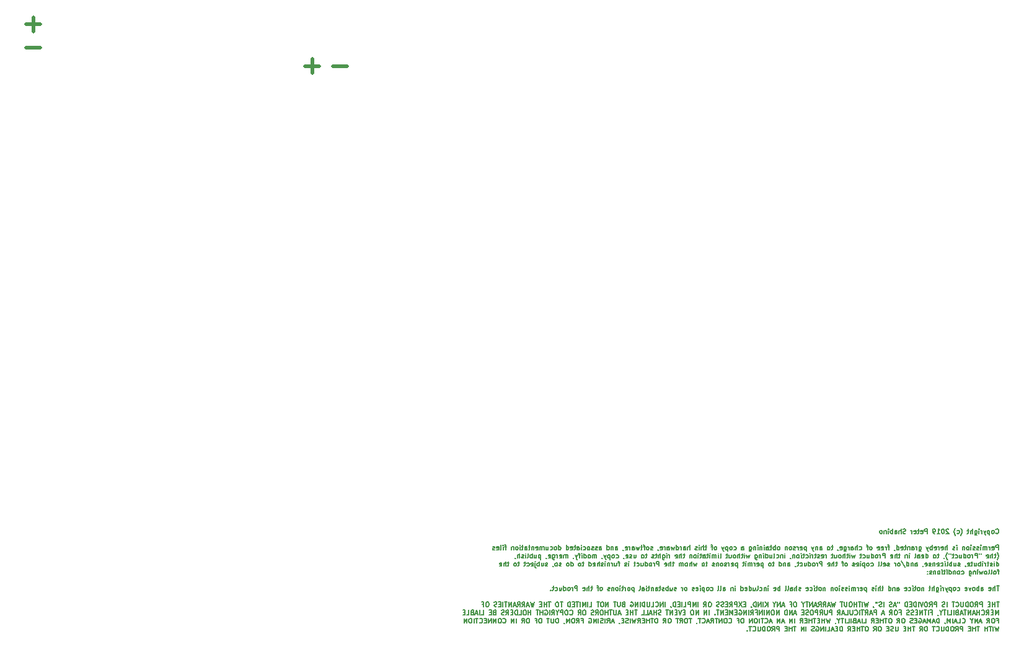
<source format=gbo>
G04 #@! TF.GenerationSoftware,KiCad,Pcbnew,(5.1.0)-1*
G04 #@! TF.CreationDate,2019-08-10T18:49:58-05:00*
G04 #@! TF.ProjectId,TS2596_24V_to_5V_3A_reg,54533235-3936-45f3-9234-565f746f5f35,V0*
G04 #@! TF.SameCoordinates,Original*
G04 #@! TF.FileFunction,Legend,Bot*
G04 #@! TF.FilePolarity,Positive*
%FSLAX46Y46*%
G04 Gerber Fmt 4.6, Leading zero omitted, Abs format (unit mm)*
G04 Created by KiCad (PCBNEW (5.1.0)-1) date 2019-08-10 18:49:58*
%MOMM*%
%LPD*%
G04 APERTURE LIST*
%ADD10C,0.508000*%
%ADD11C,0.158750*%
%ADD12C,4.700000*%
%ADD13C,1.900000*%
%ADD14C,3.400000*%
%ADD15R,2.100000X2.100000*%
%ADD16O,2.100000X2.100000*%
%ADD17C,2.800000*%
%ADD18R,2.800000X2.800000*%
G04 APERTURE END LIST*
D10*
X192737619Y-103686428D02*
X190802380Y-103686428D01*
X188927619Y-103686428D02*
X186992380Y-103686428D01*
X187960000Y-104654047D02*
X187960000Y-102718809D01*
X150827619Y-101146428D02*
X148892380Y-101146428D01*
X150827619Y-97971428D02*
X148892380Y-97971428D01*
X149860000Y-98939047D02*
X149860000Y-97003809D01*
D11*
X281322764Y-167549285D02*
X281353002Y-167579523D01*
X281443717Y-167609761D01*
X281504193Y-167609761D01*
X281594907Y-167579523D01*
X281655383Y-167519047D01*
X281685622Y-167458571D01*
X281715860Y-167337619D01*
X281715860Y-167246904D01*
X281685622Y-167125952D01*
X281655383Y-167065476D01*
X281594907Y-167005000D01*
X281504193Y-166974761D01*
X281443717Y-166974761D01*
X281353002Y-167005000D01*
X281322764Y-167035238D01*
X280959907Y-167609761D02*
X281020383Y-167579523D01*
X281050622Y-167549285D01*
X281080860Y-167488809D01*
X281080860Y-167307380D01*
X281050622Y-167246904D01*
X281020383Y-167216666D01*
X280959907Y-167186428D01*
X280869193Y-167186428D01*
X280808717Y-167216666D01*
X280778479Y-167246904D01*
X280748241Y-167307380D01*
X280748241Y-167488809D01*
X280778479Y-167549285D01*
X280808717Y-167579523D01*
X280869193Y-167609761D01*
X280959907Y-167609761D01*
X280476098Y-167186428D02*
X280476098Y-167821428D01*
X280476098Y-167216666D02*
X280415622Y-167186428D01*
X280294669Y-167186428D01*
X280234193Y-167216666D01*
X280203955Y-167246904D01*
X280173717Y-167307380D01*
X280173717Y-167488809D01*
X280203955Y-167549285D01*
X280234193Y-167579523D01*
X280294669Y-167609761D01*
X280415622Y-167609761D01*
X280476098Y-167579523D01*
X279962050Y-167186428D02*
X279810860Y-167609761D01*
X279659669Y-167186428D02*
X279810860Y-167609761D01*
X279871336Y-167760952D01*
X279901574Y-167791190D01*
X279962050Y-167821428D01*
X279417764Y-167609761D02*
X279417764Y-167186428D01*
X279417764Y-167307380D02*
X279387526Y-167246904D01*
X279357288Y-167216666D01*
X279296812Y-167186428D01*
X279236336Y-167186428D01*
X279024669Y-167609761D02*
X279024669Y-167186428D01*
X279024669Y-166974761D02*
X279054907Y-167005000D01*
X279024669Y-167035238D01*
X278994431Y-167005000D01*
X279024669Y-166974761D01*
X279024669Y-167035238D01*
X278450145Y-167186428D02*
X278450145Y-167700476D01*
X278480383Y-167760952D01*
X278510622Y-167791190D01*
X278571098Y-167821428D01*
X278661812Y-167821428D01*
X278722288Y-167791190D01*
X278450145Y-167579523D02*
X278510622Y-167609761D01*
X278631574Y-167609761D01*
X278692050Y-167579523D01*
X278722288Y-167549285D01*
X278752526Y-167488809D01*
X278752526Y-167307380D01*
X278722288Y-167246904D01*
X278692050Y-167216666D01*
X278631574Y-167186428D01*
X278510622Y-167186428D01*
X278450145Y-167216666D01*
X278147764Y-167609761D02*
X278147764Y-166974761D01*
X277875622Y-167609761D02*
X277875622Y-167277142D01*
X277905860Y-167216666D01*
X277966336Y-167186428D01*
X278057050Y-167186428D01*
X278117526Y-167216666D01*
X278147764Y-167246904D01*
X277663955Y-167186428D02*
X277422050Y-167186428D01*
X277573241Y-166974761D02*
X277573241Y-167519047D01*
X277543002Y-167579523D01*
X277482526Y-167609761D01*
X277422050Y-167609761D01*
X276545145Y-167851666D02*
X276575383Y-167821428D01*
X276635860Y-167730714D01*
X276666098Y-167670238D01*
X276696336Y-167579523D01*
X276726574Y-167428333D01*
X276726574Y-167307380D01*
X276696336Y-167156190D01*
X276666098Y-167065476D01*
X276635860Y-167005000D01*
X276575383Y-166914285D01*
X276545145Y-166884047D01*
X276031098Y-167579523D02*
X276091574Y-167609761D01*
X276212526Y-167609761D01*
X276273002Y-167579523D01*
X276303241Y-167549285D01*
X276333479Y-167488809D01*
X276333479Y-167307380D01*
X276303241Y-167246904D01*
X276273002Y-167216666D01*
X276212526Y-167186428D01*
X276091574Y-167186428D01*
X276031098Y-167216666D01*
X275819431Y-167851666D02*
X275789193Y-167821428D01*
X275728717Y-167730714D01*
X275698479Y-167670238D01*
X275668241Y-167579523D01*
X275638002Y-167428333D01*
X275638002Y-167307380D01*
X275668241Y-167156190D01*
X275698479Y-167065476D01*
X275728717Y-167005000D01*
X275789193Y-166914285D01*
X275819431Y-166884047D01*
X274882050Y-167035238D02*
X274851812Y-167005000D01*
X274791336Y-166974761D01*
X274640145Y-166974761D01*
X274579669Y-167005000D01*
X274549431Y-167035238D01*
X274519193Y-167095714D01*
X274519193Y-167156190D01*
X274549431Y-167246904D01*
X274912288Y-167609761D01*
X274519193Y-167609761D01*
X274126098Y-166974761D02*
X274065622Y-166974761D01*
X274005145Y-167005000D01*
X273974907Y-167035238D01*
X273944669Y-167095714D01*
X273914431Y-167216666D01*
X273914431Y-167367857D01*
X273944669Y-167488809D01*
X273974907Y-167549285D01*
X274005145Y-167579523D01*
X274065622Y-167609761D01*
X274126098Y-167609761D01*
X274186574Y-167579523D01*
X274216812Y-167549285D01*
X274247050Y-167488809D01*
X274277288Y-167367857D01*
X274277288Y-167216666D01*
X274247050Y-167095714D01*
X274216812Y-167035238D01*
X274186574Y-167005000D01*
X274126098Y-166974761D01*
X273309669Y-167609761D02*
X273672526Y-167609761D01*
X273491098Y-167609761D02*
X273491098Y-166974761D01*
X273551574Y-167065476D01*
X273612050Y-167125952D01*
X273672526Y-167156190D01*
X273007288Y-167609761D02*
X272886336Y-167609761D01*
X272825860Y-167579523D01*
X272795622Y-167549285D01*
X272735145Y-167458571D01*
X272704907Y-167337619D01*
X272704907Y-167095714D01*
X272735145Y-167035238D01*
X272765383Y-167005000D01*
X272825860Y-166974761D01*
X272946812Y-166974761D01*
X273007288Y-167005000D01*
X273037526Y-167035238D01*
X273067764Y-167095714D01*
X273067764Y-167246904D01*
X273037526Y-167307380D01*
X273007288Y-167337619D01*
X272946812Y-167367857D01*
X272825860Y-167367857D01*
X272765383Y-167337619D01*
X272735145Y-167307380D01*
X272704907Y-167246904D01*
X271948955Y-167609761D02*
X271948955Y-166974761D01*
X271707050Y-166974761D01*
X271646574Y-167005000D01*
X271616336Y-167035238D01*
X271586098Y-167095714D01*
X271586098Y-167186428D01*
X271616336Y-167246904D01*
X271646574Y-167277142D01*
X271707050Y-167307380D01*
X271948955Y-167307380D01*
X271072050Y-167579523D02*
X271132526Y-167609761D01*
X271253479Y-167609761D01*
X271313955Y-167579523D01*
X271344193Y-167519047D01*
X271344193Y-167277142D01*
X271313955Y-167216666D01*
X271253479Y-167186428D01*
X271132526Y-167186428D01*
X271072050Y-167216666D01*
X271041812Y-167277142D01*
X271041812Y-167337619D01*
X271344193Y-167398095D01*
X270860383Y-167186428D02*
X270618479Y-167186428D01*
X270769669Y-166974761D02*
X270769669Y-167519047D01*
X270739431Y-167579523D01*
X270678955Y-167609761D01*
X270618479Y-167609761D01*
X270164907Y-167579523D02*
X270225383Y-167609761D01*
X270346336Y-167609761D01*
X270406812Y-167579523D01*
X270437050Y-167519047D01*
X270437050Y-167277142D01*
X270406812Y-167216666D01*
X270346336Y-167186428D01*
X270225383Y-167186428D01*
X270164907Y-167216666D01*
X270134669Y-167277142D01*
X270134669Y-167337619D01*
X270437050Y-167398095D01*
X269862526Y-167609761D02*
X269862526Y-167186428D01*
X269862526Y-167307380D02*
X269832288Y-167246904D01*
X269802050Y-167216666D01*
X269741574Y-167186428D01*
X269681098Y-167186428D01*
X269015860Y-167579523D02*
X268925145Y-167609761D01*
X268773955Y-167609761D01*
X268713479Y-167579523D01*
X268683241Y-167549285D01*
X268653002Y-167488809D01*
X268653002Y-167428333D01*
X268683241Y-167367857D01*
X268713479Y-167337619D01*
X268773955Y-167307380D01*
X268894907Y-167277142D01*
X268955383Y-167246904D01*
X268985622Y-167216666D01*
X269015860Y-167156190D01*
X269015860Y-167095714D01*
X268985622Y-167035238D01*
X268955383Y-167005000D01*
X268894907Y-166974761D01*
X268743717Y-166974761D01*
X268653002Y-167005000D01*
X268380860Y-167609761D02*
X268380860Y-166974761D01*
X268108717Y-167609761D02*
X268108717Y-167277142D01*
X268138955Y-167216666D01*
X268199431Y-167186428D01*
X268290145Y-167186428D01*
X268350622Y-167216666D01*
X268380860Y-167246904D01*
X267534193Y-167609761D02*
X267534193Y-167277142D01*
X267564431Y-167216666D01*
X267624907Y-167186428D01*
X267745860Y-167186428D01*
X267806336Y-167216666D01*
X267534193Y-167579523D02*
X267594669Y-167609761D01*
X267745860Y-167609761D01*
X267806336Y-167579523D01*
X267836574Y-167519047D01*
X267836574Y-167458571D01*
X267806336Y-167398095D01*
X267745860Y-167367857D01*
X267594669Y-167367857D01*
X267534193Y-167337619D01*
X267231812Y-167609761D02*
X267231812Y-166974761D01*
X267231812Y-167216666D02*
X267171336Y-167186428D01*
X267050383Y-167186428D01*
X266989907Y-167216666D01*
X266959669Y-167246904D01*
X266929431Y-167307380D01*
X266929431Y-167488809D01*
X266959669Y-167549285D01*
X266989907Y-167579523D01*
X267050383Y-167609761D01*
X267171336Y-167609761D01*
X267231812Y-167579523D01*
X266657288Y-167609761D02*
X266657288Y-167186428D01*
X266657288Y-166974761D02*
X266687526Y-167005000D01*
X266657288Y-167035238D01*
X266627050Y-167005000D01*
X266657288Y-166974761D01*
X266657288Y-167035238D01*
X266354907Y-167186428D02*
X266354907Y-167609761D01*
X266354907Y-167246904D02*
X266324669Y-167216666D01*
X266264193Y-167186428D01*
X266173479Y-167186428D01*
X266113002Y-167216666D01*
X266082764Y-167277142D01*
X266082764Y-167609761D01*
X265689669Y-167609761D02*
X265750145Y-167579523D01*
X265780383Y-167549285D01*
X265810622Y-167488809D01*
X265810622Y-167307380D01*
X265780383Y-167246904D01*
X265750145Y-167216666D01*
X265689669Y-167186428D01*
X265598955Y-167186428D01*
X265538479Y-167216666D01*
X265508241Y-167246904D01*
X265478002Y-167307380D01*
X265478002Y-167488809D01*
X265508241Y-167549285D01*
X265538479Y-167579523D01*
X265598955Y-167609761D01*
X265689669Y-167609761D01*
X281685622Y-169832261D02*
X281685622Y-169197261D01*
X281443717Y-169197261D01*
X281383241Y-169227500D01*
X281353002Y-169257738D01*
X281322764Y-169318214D01*
X281322764Y-169408928D01*
X281353002Y-169469404D01*
X281383241Y-169499642D01*
X281443717Y-169529880D01*
X281685622Y-169529880D01*
X280808717Y-169802023D02*
X280869193Y-169832261D01*
X280990145Y-169832261D01*
X281050622Y-169802023D01*
X281080860Y-169741547D01*
X281080860Y-169499642D01*
X281050622Y-169439166D01*
X280990145Y-169408928D01*
X280869193Y-169408928D01*
X280808717Y-169439166D01*
X280778479Y-169499642D01*
X280778479Y-169560119D01*
X281080860Y-169620595D01*
X280506336Y-169832261D02*
X280506336Y-169408928D01*
X280506336Y-169529880D02*
X280476098Y-169469404D01*
X280445860Y-169439166D01*
X280385383Y-169408928D01*
X280324907Y-169408928D01*
X280113241Y-169832261D02*
X280113241Y-169408928D01*
X280113241Y-169469404D02*
X280083002Y-169439166D01*
X280022526Y-169408928D01*
X279931812Y-169408928D01*
X279871336Y-169439166D01*
X279841098Y-169499642D01*
X279841098Y-169832261D01*
X279841098Y-169499642D02*
X279810860Y-169439166D01*
X279750383Y-169408928D01*
X279659669Y-169408928D01*
X279599193Y-169439166D01*
X279568955Y-169499642D01*
X279568955Y-169832261D01*
X279266574Y-169832261D02*
X279266574Y-169408928D01*
X279266574Y-169197261D02*
X279296812Y-169227500D01*
X279266574Y-169257738D01*
X279236336Y-169227500D01*
X279266574Y-169197261D01*
X279266574Y-169257738D01*
X278994431Y-169802023D02*
X278933955Y-169832261D01*
X278813002Y-169832261D01*
X278752526Y-169802023D01*
X278722288Y-169741547D01*
X278722288Y-169711309D01*
X278752526Y-169650833D01*
X278813002Y-169620595D01*
X278903717Y-169620595D01*
X278964193Y-169590357D01*
X278994431Y-169529880D01*
X278994431Y-169499642D01*
X278964193Y-169439166D01*
X278903717Y-169408928D01*
X278813002Y-169408928D01*
X278752526Y-169439166D01*
X278480383Y-169802023D02*
X278419907Y-169832261D01*
X278298955Y-169832261D01*
X278238479Y-169802023D01*
X278208241Y-169741547D01*
X278208241Y-169711309D01*
X278238479Y-169650833D01*
X278298955Y-169620595D01*
X278389669Y-169620595D01*
X278450145Y-169590357D01*
X278480383Y-169529880D01*
X278480383Y-169499642D01*
X278450145Y-169439166D01*
X278389669Y-169408928D01*
X278298955Y-169408928D01*
X278238479Y-169439166D01*
X277936098Y-169832261D02*
X277936098Y-169408928D01*
X277936098Y-169197261D02*
X277966336Y-169227500D01*
X277936098Y-169257738D01*
X277905860Y-169227500D01*
X277936098Y-169197261D01*
X277936098Y-169257738D01*
X277543002Y-169832261D02*
X277603479Y-169802023D01*
X277633717Y-169771785D01*
X277663955Y-169711309D01*
X277663955Y-169529880D01*
X277633717Y-169469404D01*
X277603479Y-169439166D01*
X277543002Y-169408928D01*
X277452288Y-169408928D01*
X277391812Y-169439166D01*
X277361574Y-169469404D01*
X277331336Y-169529880D01*
X277331336Y-169711309D01*
X277361574Y-169771785D01*
X277391812Y-169802023D01*
X277452288Y-169832261D01*
X277543002Y-169832261D01*
X277059193Y-169408928D02*
X277059193Y-169832261D01*
X277059193Y-169469404D02*
X277028955Y-169439166D01*
X276968479Y-169408928D01*
X276877764Y-169408928D01*
X276817288Y-169439166D01*
X276787050Y-169499642D01*
X276787050Y-169832261D01*
X276000860Y-169832261D02*
X276000860Y-169408928D01*
X276000860Y-169197261D02*
X276031098Y-169227500D01*
X276000860Y-169257738D01*
X275970622Y-169227500D01*
X276000860Y-169197261D01*
X276000860Y-169257738D01*
X275728717Y-169802023D02*
X275668241Y-169832261D01*
X275547288Y-169832261D01*
X275486812Y-169802023D01*
X275456574Y-169741547D01*
X275456574Y-169711309D01*
X275486812Y-169650833D01*
X275547288Y-169620595D01*
X275638002Y-169620595D01*
X275698479Y-169590357D01*
X275728717Y-169529880D01*
X275728717Y-169499642D01*
X275698479Y-169439166D01*
X275638002Y-169408928D01*
X275547288Y-169408928D01*
X275486812Y-169439166D01*
X274700622Y-169832261D02*
X274700622Y-169197261D01*
X274428479Y-169832261D02*
X274428479Y-169499642D01*
X274458717Y-169439166D01*
X274519193Y-169408928D01*
X274609907Y-169408928D01*
X274670383Y-169439166D01*
X274700622Y-169469404D01*
X273884193Y-169802023D02*
X273944669Y-169832261D01*
X274065622Y-169832261D01*
X274126098Y-169802023D01*
X274156336Y-169741547D01*
X274156336Y-169499642D01*
X274126098Y-169439166D01*
X274065622Y-169408928D01*
X273944669Y-169408928D01*
X273884193Y-169439166D01*
X273853955Y-169499642D01*
X273853955Y-169560119D01*
X274156336Y-169620595D01*
X273581812Y-169832261D02*
X273581812Y-169408928D01*
X273581812Y-169529880D02*
X273551574Y-169469404D01*
X273521336Y-169439166D01*
X273460860Y-169408928D01*
X273400383Y-169408928D01*
X272946812Y-169802023D02*
X273007288Y-169832261D01*
X273128241Y-169832261D01*
X273188717Y-169802023D01*
X273218955Y-169741547D01*
X273218955Y-169499642D01*
X273188717Y-169439166D01*
X273128241Y-169408928D01*
X273007288Y-169408928D01*
X272946812Y-169439166D01*
X272916574Y-169499642D01*
X272916574Y-169560119D01*
X273218955Y-169620595D01*
X272644431Y-169832261D02*
X272644431Y-169197261D01*
X272644431Y-169439166D02*
X272583955Y-169408928D01*
X272463002Y-169408928D01*
X272402526Y-169439166D01*
X272372288Y-169469404D01*
X272342050Y-169529880D01*
X272342050Y-169711309D01*
X272372288Y-169771785D01*
X272402526Y-169802023D01*
X272463002Y-169832261D01*
X272583955Y-169832261D01*
X272644431Y-169802023D01*
X272130383Y-169408928D02*
X271979193Y-169832261D01*
X271828002Y-169408928D02*
X271979193Y-169832261D01*
X272039669Y-169983452D01*
X272069907Y-170013690D01*
X272130383Y-170043928D01*
X270830145Y-169408928D02*
X270830145Y-169922976D01*
X270860383Y-169983452D01*
X270890622Y-170013690D01*
X270951098Y-170043928D01*
X271041812Y-170043928D01*
X271102288Y-170013690D01*
X270830145Y-169802023D02*
X270890622Y-169832261D01*
X271011574Y-169832261D01*
X271072050Y-169802023D01*
X271102288Y-169771785D01*
X271132526Y-169711309D01*
X271132526Y-169529880D01*
X271102288Y-169469404D01*
X271072050Y-169439166D01*
X271011574Y-169408928D01*
X270890622Y-169408928D01*
X270830145Y-169439166D01*
X270527764Y-169832261D02*
X270527764Y-169408928D01*
X270527764Y-169529880D02*
X270497526Y-169469404D01*
X270467288Y-169439166D01*
X270406812Y-169408928D01*
X270346336Y-169408928D01*
X269862526Y-169832261D02*
X269862526Y-169499642D01*
X269892764Y-169439166D01*
X269953241Y-169408928D01*
X270074193Y-169408928D01*
X270134669Y-169439166D01*
X269862526Y-169802023D02*
X269923002Y-169832261D01*
X270074193Y-169832261D01*
X270134669Y-169802023D01*
X270164907Y-169741547D01*
X270164907Y-169681071D01*
X270134669Y-169620595D01*
X270074193Y-169590357D01*
X269923002Y-169590357D01*
X269862526Y-169560119D01*
X269560145Y-169408928D02*
X269560145Y-169832261D01*
X269560145Y-169469404D02*
X269529907Y-169439166D01*
X269469431Y-169408928D01*
X269378717Y-169408928D01*
X269318241Y-169439166D01*
X269288002Y-169499642D01*
X269288002Y-169832261D01*
X269076336Y-169408928D02*
X268834431Y-169408928D01*
X268985622Y-169197261D02*
X268985622Y-169741547D01*
X268955383Y-169802023D01*
X268894907Y-169832261D01*
X268834431Y-169832261D01*
X268380860Y-169802023D02*
X268441336Y-169832261D01*
X268562288Y-169832261D01*
X268622764Y-169802023D01*
X268653002Y-169741547D01*
X268653002Y-169499642D01*
X268622764Y-169439166D01*
X268562288Y-169408928D01*
X268441336Y-169408928D01*
X268380860Y-169439166D01*
X268350622Y-169499642D01*
X268350622Y-169560119D01*
X268653002Y-169620595D01*
X267806336Y-169832261D02*
X267806336Y-169197261D01*
X267806336Y-169802023D02*
X267866812Y-169832261D01*
X267987764Y-169832261D01*
X268048241Y-169802023D01*
X268078479Y-169771785D01*
X268108717Y-169711309D01*
X268108717Y-169529880D01*
X268078479Y-169469404D01*
X268048241Y-169439166D01*
X267987764Y-169408928D01*
X267866812Y-169408928D01*
X267806336Y-169439166D01*
X267473717Y-169802023D02*
X267473717Y-169832261D01*
X267503955Y-169892738D01*
X267534193Y-169922976D01*
X266808479Y-169408928D02*
X266566574Y-169408928D01*
X266717764Y-169832261D02*
X266717764Y-169287976D01*
X266687526Y-169227500D01*
X266627050Y-169197261D01*
X266566574Y-169197261D01*
X266354907Y-169832261D02*
X266354907Y-169408928D01*
X266354907Y-169529880D02*
X266324669Y-169469404D01*
X266294431Y-169439166D01*
X266233955Y-169408928D01*
X266173479Y-169408928D01*
X265719907Y-169802023D02*
X265780383Y-169832261D01*
X265901336Y-169832261D01*
X265961812Y-169802023D01*
X265992050Y-169741547D01*
X265992050Y-169499642D01*
X265961812Y-169439166D01*
X265901336Y-169408928D01*
X265780383Y-169408928D01*
X265719907Y-169439166D01*
X265689669Y-169499642D01*
X265689669Y-169560119D01*
X265992050Y-169620595D01*
X265175622Y-169802023D02*
X265236098Y-169832261D01*
X265357050Y-169832261D01*
X265417526Y-169802023D01*
X265447764Y-169741547D01*
X265447764Y-169499642D01*
X265417526Y-169439166D01*
X265357050Y-169408928D01*
X265236098Y-169408928D01*
X265175622Y-169439166D01*
X265145383Y-169499642D01*
X265145383Y-169560119D01*
X265447764Y-169620595D01*
X264298717Y-169832261D02*
X264359193Y-169802023D01*
X264389431Y-169771785D01*
X264419669Y-169711309D01*
X264419669Y-169529880D01*
X264389431Y-169469404D01*
X264359193Y-169439166D01*
X264298717Y-169408928D01*
X264208002Y-169408928D01*
X264147526Y-169439166D01*
X264117288Y-169469404D01*
X264087050Y-169529880D01*
X264087050Y-169711309D01*
X264117288Y-169771785D01*
X264147526Y-169802023D01*
X264208002Y-169832261D01*
X264298717Y-169832261D01*
X263905622Y-169408928D02*
X263663717Y-169408928D01*
X263814907Y-169832261D02*
X263814907Y-169287976D01*
X263784669Y-169227500D01*
X263724193Y-169197261D01*
X263663717Y-169197261D01*
X262696098Y-169802023D02*
X262756574Y-169832261D01*
X262877526Y-169832261D01*
X262938002Y-169802023D01*
X262968241Y-169771785D01*
X262998479Y-169711309D01*
X262998479Y-169529880D01*
X262968241Y-169469404D01*
X262938002Y-169439166D01*
X262877526Y-169408928D01*
X262756574Y-169408928D01*
X262696098Y-169439166D01*
X262423955Y-169832261D02*
X262423955Y-169197261D01*
X262151812Y-169832261D02*
X262151812Y-169499642D01*
X262182050Y-169439166D01*
X262242526Y-169408928D01*
X262333241Y-169408928D01*
X262393717Y-169439166D01*
X262423955Y-169469404D01*
X261577288Y-169832261D02*
X261577288Y-169499642D01*
X261607526Y-169439166D01*
X261668002Y-169408928D01*
X261788955Y-169408928D01*
X261849431Y-169439166D01*
X261577288Y-169802023D02*
X261637764Y-169832261D01*
X261788955Y-169832261D01*
X261849431Y-169802023D01*
X261879669Y-169741547D01*
X261879669Y-169681071D01*
X261849431Y-169620595D01*
X261788955Y-169590357D01*
X261637764Y-169590357D01*
X261577288Y-169560119D01*
X261274907Y-169832261D02*
X261274907Y-169408928D01*
X261274907Y-169529880D02*
X261244669Y-169469404D01*
X261214431Y-169439166D01*
X261153955Y-169408928D01*
X261093479Y-169408928D01*
X260609669Y-169408928D02*
X260609669Y-169922976D01*
X260639907Y-169983452D01*
X260670145Y-170013690D01*
X260730622Y-170043928D01*
X260821336Y-170043928D01*
X260881812Y-170013690D01*
X260609669Y-169802023D02*
X260670145Y-169832261D01*
X260791098Y-169832261D01*
X260851574Y-169802023D01*
X260881812Y-169771785D01*
X260912050Y-169711309D01*
X260912050Y-169529880D01*
X260881812Y-169469404D01*
X260851574Y-169439166D01*
X260791098Y-169408928D01*
X260670145Y-169408928D01*
X260609669Y-169439166D01*
X260065383Y-169802023D02*
X260125860Y-169832261D01*
X260246812Y-169832261D01*
X260307288Y-169802023D01*
X260337526Y-169741547D01*
X260337526Y-169499642D01*
X260307288Y-169439166D01*
X260246812Y-169408928D01*
X260125860Y-169408928D01*
X260065383Y-169439166D01*
X260035145Y-169499642D01*
X260035145Y-169560119D01*
X260337526Y-169620595D01*
X259732764Y-169802023D02*
X259732764Y-169832261D01*
X259763002Y-169892738D01*
X259793241Y-169922976D01*
X259067526Y-169408928D02*
X258825622Y-169408928D01*
X258976812Y-169197261D02*
X258976812Y-169741547D01*
X258946574Y-169802023D01*
X258886098Y-169832261D01*
X258825622Y-169832261D01*
X258523241Y-169832261D02*
X258583717Y-169802023D01*
X258613955Y-169771785D01*
X258644193Y-169711309D01*
X258644193Y-169529880D01*
X258613955Y-169469404D01*
X258583717Y-169439166D01*
X258523241Y-169408928D01*
X258432526Y-169408928D01*
X258372050Y-169439166D01*
X258341812Y-169469404D01*
X258311574Y-169529880D01*
X258311574Y-169711309D01*
X258341812Y-169771785D01*
X258372050Y-169802023D01*
X258432526Y-169832261D01*
X258523241Y-169832261D01*
X257283479Y-169832261D02*
X257283479Y-169499642D01*
X257313717Y-169439166D01*
X257374193Y-169408928D01*
X257495145Y-169408928D01*
X257555622Y-169439166D01*
X257283479Y-169802023D02*
X257343955Y-169832261D01*
X257495145Y-169832261D01*
X257555622Y-169802023D01*
X257585860Y-169741547D01*
X257585860Y-169681071D01*
X257555622Y-169620595D01*
X257495145Y-169590357D01*
X257343955Y-169590357D01*
X257283479Y-169560119D01*
X256981098Y-169408928D02*
X256981098Y-169832261D01*
X256981098Y-169469404D02*
X256950860Y-169439166D01*
X256890383Y-169408928D01*
X256799669Y-169408928D01*
X256739193Y-169439166D01*
X256708955Y-169499642D01*
X256708955Y-169832261D01*
X256467050Y-169408928D02*
X256315860Y-169832261D01*
X256164669Y-169408928D02*
X256315860Y-169832261D01*
X256376336Y-169983452D01*
X256406574Y-170013690D01*
X256467050Y-170043928D01*
X255438955Y-169408928D02*
X255438955Y-170043928D01*
X255438955Y-169439166D02*
X255378479Y-169408928D01*
X255257526Y-169408928D01*
X255197050Y-169439166D01*
X255166812Y-169469404D01*
X255136574Y-169529880D01*
X255136574Y-169711309D01*
X255166812Y-169771785D01*
X255197050Y-169802023D01*
X255257526Y-169832261D01*
X255378479Y-169832261D01*
X255438955Y-169802023D01*
X254622526Y-169802023D02*
X254683002Y-169832261D01*
X254803955Y-169832261D01*
X254864431Y-169802023D01*
X254894669Y-169741547D01*
X254894669Y-169499642D01*
X254864431Y-169439166D01*
X254803955Y-169408928D01*
X254683002Y-169408928D01*
X254622526Y-169439166D01*
X254592288Y-169499642D01*
X254592288Y-169560119D01*
X254894669Y-169620595D01*
X254320145Y-169832261D02*
X254320145Y-169408928D01*
X254320145Y-169529880D02*
X254289907Y-169469404D01*
X254259669Y-169439166D01*
X254199193Y-169408928D01*
X254138717Y-169408928D01*
X253957288Y-169802023D02*
X253896812Y-169832261D01*
X253775860Y-169832261D01*
X253715383Y-169802023D01*
X253685145Y-169741547D01*
X253685145Y-169711309D01*
X253715383Y-169650833D01*
X253775860Y-169620595D01*
X253866574Y-169620595D01*
X253927050Y-169590357D01*
X253957288Y-169529880D01*
X253957288Y-169499642D01*
X253927050Y-169439166D01*
X253866574Y-169408928D01*
X253775860Y-169408928D01*
X253715383Y-169439166D01*
X253322288Y-169832261D02*
X253382764Y-169802023D01*
X253413002Y-169771785D01*
X253443241Y-169711309D01*
X253443241Y-169529880D01*
X253413002Y-169469404D01*
X253382764Y-169439166D01*
X253322288Y-169408928D01*
X253231574Y-169408928D01*
X253171098Y-169439166D01*
X253140860Y-169469404D01*
X253110622Y-169529880D01*
X253110622Y-169711309D01*
X253140860Y-169771785D01*
X253171098Y-169802023D01*
X253231574Y-169832261D01*
X253322288Y-169832261D01*
X252838479Y-169408928D02*
X252838479Y-169832261D01*
X252838479Y-169469404D02*
X252808241Y-169439166D01*
X252747764Y-169408928D01*
X252657050Y-169408928D01*
X252596574Y-169439166D01*
X252566336Y-169499642D01*
X252566336Y-169832261D01*
X251689431Y-169832261D02*
X251749907Y-169802023D01*
X251780145Y-169771785D01*
X251810383Y-169711309D01*
X251810383Y-169529880D01*
X251780145Y-169469404D01*
X251749907Y-169439166D01*
X251689431Y-169408928D01*
X251598717Y-169408928D01*
X251538241Y-169439166D01*
X251508002Y-169469404D01*
X251477764Y-169529880D01*
X251477764Y-169711309D01*
X251508002Y-169771785D01*
X251538241Y-169802023D01*
X251598717Y-169832261D01*
X251689431Y-169832261D01*
X251205622Y-169832261D02*
X251205622Y-169197261D01*
X251205622Y-169439166D02*
X251145145Y-169408928D01*
X251024193Y-169408928D01*
X250963717Y-169439166D01*
X250933479Y-169469404D01*
X250903241Y-169529880D01*
X250903241Y-169711309D01*
X250933479Y-169771785D01*
X250963717Y-169802023D01*
X251024193Y-169832261D01*
X251145145Y-169832261D01*
X251205622Y-169802023D01*
X250721812Y-169408928D02*
X250479907Y-169408928D01*
X250631098Y-169197261D02*
X250631098Y-169741547D01*
X250600860Y-169802023D01*
X250540383Y-169832261D01*
X250479907Y-169832261D01*
X249996098Y-169832261D02*
X249996098Y-169499642D01*
X250026336Y-169439166D01*
X250086812Y-169408928D01*
X250207764Y-169408928D01*
X250268241Y-169439166D01*
X249996098Y-169802023D02*
X250056574Y-169832261D01*
X250207764Y-169832261D01*
X250268241Y-169802023D01*
X250298479Y-169741547D01*
X250298479Y-169681071D01*
X250268241Y-169620595D01*
X250207764Y-169590357D01*
X250056574Y-169590357D01*
X249996098Y-169560119D01*
X249693717Y-169832261D02*
X249693717Y-169408928D01*
X249693717Y-169197261D02*
X249723955Y-169227500D01*
X249693717Y-169257738D01*
X249663479Y-169227500D01*
X249693717Y-169197261D01*
X249693717Y-169257738D01*
X249391336Y-169408928D02*
X249391336Y-169832261D01*
X249391336Y-169469404D02*
X249361098Y-169439166D01*
X249300622Y-169408928D01*
X249209907Y-169408928D01*
X249149431Y-169439166D01*
X249119193Y-169499642D01*
X249119193Y-169832261D01*
X248816812Y-169832261D02*
X248816812Y-169408928D01*
X248816812Y-169197261D02*
X248847050Y-169227500D01*
X248816812Y-169257738D01*
X248786574Y-169227500D01*
X248816812Y-169197261D01*
X248816812Y-169257738D01*
X248514431Y-169408928D02*
X248514431Y-169832261D01*
X248514431Y-169469404D02*
X248484193Y-169439166D01*
X248423717Y-169408928D01*
X248333002Y-169408928D01*
X248272526Y-169439166D01*
X248242288Y-169499642D01*
X248242288Y-169832261D01*
X247667764Y-169408928D02*
X247667764Y-169922976D01*
X247698002Y-169983452D01*
X247728241Y-170013690D01*
X247788717Y-170043928D01*
X247879431Y-170043928D01*
X247939907Y-170013690D01*
X247667764Y-169802023D02*
X247728241Y-169832261D01*
X247849193Y-169832261D01*
X247909669Y-169802023D01*
X247939907Y-169771785D01*
X247970145Y-169711309D01*
X247970145Y-169529880D01*
X247939907Y-169469404D01*
X247909669Y-169439166D01*
X247849193Y-169408928D01*
X247728241Y-169408928D01*
X247667764Y-169439166D01*
X246609431Y-169832261D02*
X246609431Y-169499642D01*
X246639669Y-169439166D01*
X246700145Y-169408928D01*
X246821098Y-169408928D01*
X246881574Y-169439166D01*
X246609431Y-169802023D02*
X246669907Y-169832261D01*
X246821098Y-169832261D01*
X246881574Y-169802023D01*
X246911812Y-169741547D01*
X246911812Y-169681071D01*
X246881574Y-169620595D01*
X246821098Y-169590357D01*
X246669907Y-169590357D01*
X246609431Y-169560119D01*
X245551098Y-169802023D02*
X245611574Y-169832261D01*
X245732526Y-169832261D01*
X245793002Y-169802023D01*
X245823241Y-169771785D01*
X245853479Y-169711309D01*
X245853479Y-169529880D01*
X245823241Y-169469404D01*
X245793002Y-169439166D01*
X245732526Y-169408928D01*
X245611574Y-169408928D01*
X245551098Y-169439166D01*
X245188241Y-169832261D02*
X245248717Y-169802023D01*
X245278955Y-169771785D01*
X245309193Y-169711309D01*
X245309193Y-169529880D01*
X245278955Y-169469404D01*
X245248717Y-169439166D01*
X245188241Y-169408928D01*
X245097526Y-169408928D01*
X245037050Y-169439166D01*
X245006812Y-169469404D01*
X244976574Y-169529880D01*
X244976574Y-169711309D01*
X245006812Y-169771785D01*
X245037050Y-169802023D01*
X245097526Y-169832261D01*
X245188241Y-169832261D01*
X244704431Y-169408928D02*
X244704431Y-170043928D01*
X244704431Y-169439166D02*
X244643955Y-169408928D01*
X244523002Y-169408928D01*
X244462526Y-169439166D01*
X244432288Y-169469404D01*
X244402050Y-169529880D01*
X244402050Y-169711309D01*
X244432288Y-169771785D01*
X244462526Y-169802023D01*
X244523002Y-169832261D01*
X244643955Y-169832261D01*
X244704431Y-169802023D01*
X244190383Y-169408928D02*
X244039193Y-169832261D01*
X243888002Y-169408928D02*
X244039193Y-169832261D01*
X244099669Y-169983452D01*
X244129907Y-170013690D01*
X244190383Y-170043928D01*
X243071574Y-169832261D02*
X243132050Y-169802023D01*
X243162288Y-169771785D01*
X243192526Y-169711309D01*
X243192526Y-169529880D01*
X243162288Y-169469404D01*
X243132050Y-169439166D01*
X243071574Y-169408928D01*
X242980860Y-169408928D01*
X242920383Y-169439166D01*
X242890145Y-169469404D01*
X242859907Y-169529880D01*
X242859907Y-169711309D01*
X242890145Y-169771785D01*
X242920383Y-169802023D01*
X242980860Y-169832261D01*
X243071574Y-169832261D01*
X242678479Y-169408928D02*
X242436574Y-169408928D01*
X242587764Y-169832261D02*
X242587764Y-169287976D01*
X242557526Y-169227500D01*
X242497050Y-169197261D01*
X242436574Y-169197261D01*
X241831812Y-169408928D02*
X241589907Y-169408928D01*
X241741098Y-169197261D02*
X241741098Y-169741547D01*
X241710860Y-169802023D01*
X241650383Y-169832261D01*
X241589907Y-169832261D01*
X241378241Y-169832261D02*
X241378241Y-169197261D01*
X241106098Y-169832261D02*
X241106098Y-169499642D01*
X241136336Y-169439166D01*
X241196812Y-169408928D01*
X241287526Y-169408928D01*
X241348002Y-169439166D01*
X241378241Y-169469404D01*
X240803717Y-169832261D02*
X240803717Y-169408928D01*
X240803717Y-169197261D02*
X240833955Y-169227500D01*
X240803717Y-169257738D01*
X240773479Y-169227500D01*
X240803717Y-169197261D01*
X240803717Y-169257738D01*
X240531574Y-169802023D02*
X240471098Y-169832261D01*
X240350145Y-169832261D01*
X240289669Y-169802023D01*
X240259431Y-169741547D01*
X240259431Y-169711309D01*
X240289669Y-169650833D01*
X240350145Y-169620595D01*
X240440860Y-169620595D01*
X240501336Y-169590357D01*
X240531574Y-169529880D01*
X240531574Y-169499642D01*
X240501336Y-169439166D01*
X240440860Y-169408928D01*
X240350145Y-169408928D01*
X240289669Y-169439166D01*
X239503479Y-169832261D02*
X239503479Y-169197261D01*
X239231336Y-169832261D02*
X239231336Y-169499642D01*
X239261574Y-169439166D01*
X239322050Y-169408928D01*
X239412764Y-169408928D01*
X239473241Y-169439166D01*
X239503479Y-169469404D01*
X238656812Y-169832261D02*
X238656812Y-169499642D01*
X238687050Y-169439166D01*
X238747526Y-169408928D01*
X238868479Y-169408928D01*
X238928955Y-169439166D01*
X238656812Y-169802023D02*
X238717288Y-169832261D01*
X238868479Y-169832261D01*
X238928955Y-169802023D01*
X238959193Y-169741547D01*
X238959193Y-169681071D01*
X238928955Y-169620595D01*
X238868479Y-169590357D01*
X238717288Y-169590357D01*
X238656812Y-169560119D01*
X238354431Y-169832261D02*
X238354431Y-169408928D01*
X238354431Y-169529880D02*
X238324193Y-169469404D01*
X238293955Y-169439166D01*
X238233479Y-169408928D01*
X238173002Y-169408928D01*
X237689193Y-169832261D02*
X237689193Y-169197261D01*
X237689193Y-169802023D02*
X237749669Y-169832261D01*
X237870622Y-169832261D01*
X237931098Y-169802023D01*
X237961336Y-169771785D01*
X237991574Y-169711309D01*
X237991574Y-169529880D01*
X237961336Y-169469404D01*
X237931098Y-169439166D01*
X237870622Y-169408928D01*
X237749669Y-169408928D01*
X237689193Y-169439166D01*
X237447288Y-169408928D02*
X237326336Y-169832261D01*
X237205383Y-169529880D01*
X237084431Y-169832261D01*
X236963479Y-169408928D01*
X236449431Y-169832261D02*
X236449431Y-169499642D01*
X236479669Y-169439166D01*
X236540145Y-169408928D01*
X236661098Y-169408928D01*
X236721574Y-169439166D01*
X236449431Y-169802023D02*
X236509907Y-169832261D01*
X236661098Y-169832261D01*
X236721574Y-169802023D01*
X236751812Y-169741547D01*
X236751812Y-169681071D01*
X236721574Y-169620595D01*
X236661098Y-169590357D01*
X236509907Y-169590357D01*
X236449431Y-169560119D01*
X236147050Y-169832261D02*
X236147050Y-169408928D01*
X236147050Y-169529880D02*
X236116812Y-169469404D01*
X236086574Y-169439166D01*
X236026098Y-169408928D01*
X235965622Y-169408928D01*
X235512050Y-169802023D02*
X235572526Y-169832261D01*
X235693479Y-169832261D01*
X235753955Y-169802023D01*
X235784193Y-169741547D01*
X235784193Y-169499642D01*
X235753955Y-169439166D01*
X235693479Y-169408928D01*
X235572526Y-169408928D01*
X235512050Y-169439166D01*
X235481812Y-169499642D01*
X235481812Y-169560119D01*
X235784193Y-169620595D01*
X235179431Y-169802023D02*
X235179431Y-169832261D01*
X235209669Y-169892738D01*
X235239907Y-169922976D01*
X234453717Y-169802023D02*
X234393241Y-169832261D01*
X234272288Y-169832261D01*
X234211812Y-169802023D01*
X234181574Y-169741547D01*
X234181574Y-169711309D01*
X234211812Y-169650833D01*
X234272288Y-169620595D01*
X234363002Y-169620595D01*
X234423479Y-169590357D01*
X234453717Y-169529880D01*
X234453717Y-169499642D01*
X234423479Y-169439166D01*
X234363002Y-169408928D01*
X234272288Y-169408928D01*
X234211812Y-169439166D01*
X233818717Y-169832261D02*
X233879193Y-169802023D01*
X233909431Y-169771785D01*
X233939669Y-169711309D01*
X233939669Y-169529880D01*
X233909431Y-169469404D01*
X233879193Y-169439166D01*
X233818717Y-169408928D01*
X233728002Y-169408928D01*
X233667526Y-169439166D01*
X233637288Y-169469404D01*
X233607050Y-169529880D01*
X233607050Y-169711309D01*
X233637288Y-169771785D01*
X233667526Y-169802023D01*
X233728002Y-169832261D01*
X233818717Y-169832261D01*
X233425622Y-169408928D02*
X233183717Y-169408928D01*
X233334907Y-169832261D02*
X233334907Y-169287976D01*
X233304669Y-169227500D01*
X233244193Y-169197261D01*
X233183717Y-169197261D01*
X233062764Y-169408928D02*
X232820860Y-169408928D01*
X232972050Y-169197261D02*
X232972050Y-169741547D01*
X232941812Y-169802023D01*
X232881336Y-169832261D01*
X232820860Y-169832261D01*
X232669669Y-169408928D02*
X232548717Y-169832261D01*
X232427764Y-169529880D01*
X232306812Y-169832261D01*
X232185860Y-169408928D01*
X231671812Y-169832261D02*
X231671812Y-169499642D01*
X231702050Y-169439166D01*
X231762526Y-169408928D01*
X231883479Y-169408928D01*
X231943955Y-169439166D01*
X231671812Y-169802023D02*
X231732288Y-169832261D01*
X231883479Y-169832261D01*
X231943955Y-169802023D01*
X231974193Y-169741547D01*
X231974193Y-169681071D01*
X231943955Y-169620595D01*
X231883479Y-169590357D01*
X231732288Y-169590357D01*
X231671812Y-169560119D01*
X231369431Y-169832261D02*
X231369431Y-169408928D01*
X231369431Y-169529880D02*
X231339193Y-169469404D01*
X231308955Y-169439166D01*
X231248479Y-169408928D01*
X231188002Y-169408928D01*
X230734431Y-169802023D02*
X230794907Y-169832261D01*
X230915860Y-169832261D01*
X230976336Y-169802023D01*
X231006574Y-169741547D01*
X231006574Y-169499642D01*
X230976336Y-169439166D01*
X230915860Y-169408928D01*
X230794907Y-169408928D01*
X230734431Y-169439166D01*
X230704193Y-169499642D01*
X230704193Y-169560119D01*
X231006574Y-169620595D01*
X230401812Y-169802023D02*
X230401812Y-169832261D01*
X230432050Y-169892738D01*
X230462288Y-169922976D01*
X229373717Y-169832261D02*
X229373717Y-169499642D01*
X229403955Y-169439166D01*
X229464431Y-169408928D01*
X229585383Y-169408928D01*
X229645860Y-169439166D01*
X229373717Y-169802023D02*
X229434193Y-169832261D01*
X229585383Y-169832261D01*
X229645860Y-169802023D01*
X229676098Y-169741547D01*
X229676098Y-169681071D01*
X229645860Y-169620595D01*
X229585383Y-169590357D01*
X229434193Y-169590357D01*
X229373717Y-169560119D01*
X229071336Y-169408928D02*
X229071336Y-169832261D01*
X229071336Y-169469404D02*
X229041098Y-169439166D01*
X228980622Y-169408928D01*
X228889907Y-169408928D01*
X228829431Y-169439166D01*
X228799193Y-169499642D01*
X228799193Y-169832261D01*
X228224669Y-169832261D02*
X228224669Y-169197261D01*
X228224669Y-169802023D02*
X228285145Y-169832261D01*
X228406098Y-169832261D01*
X228466574Y-169802023D01*
X228496812Y-169771785D01*
X228527050Y-169711309D01*
X228527050Y-169529880D01*
X228496812Y-169469404D01*
X228466574Y-169439166D01*
X228406098Y-169408928D01*
X228285145Y-169408928D01*
X228224669Y-169439166D01*
X227166336Y-169832261D02*
X227166336Y-169499642D01*
X227196574Y-169439166D01*
X227257050Y-169408928D01*
X227378002Y-169408928D01*
X227438479Y-169439166D01*
X227166336Y-169802023D02*
X227226812Y-169832261D01*
X227378002Y-169832261D01*
X227438479Y-169802023D01*
X227468717Y-169741547D01*
X227468717Y-169681071D01*
X227438479Y-169620595D01*
X227378002Y-169590357D01*
X227226812Y-169590357D01*
X227166336Y-169560119D01*
X226894193Y-169802023D02*
X226833717Y-169832261D01*
X226712764Y-169832261D01*
X226652288Y-169802023D01*
X226622050Y-169741547D01*
X226622050Y-169711309D01*
X226652288Y-169650833D01*
X226712764Y-169620595D01*
X226803479Y-169620595D01*
X226863955Y-169590357D01*
X226894193Y-169529880D01*
X226894193Y-169499642D01*
X226863955Y-169439166D01*
X226803479Y-169408928D01*
X226712764Y-169408928D01*
X226652288Y-169439166D01*
X226380145Y-169802023D02*
X226319669Y-169832261D01*
X226198717Y-169832261D01*
X226138241Y-169802023D01*
X226108002Y-169741547D01*
X226108002Y-169711309D01*
X226138241Y-169650833D01*
X226198717Y-169620595D01*
X226289431Y-169620595D01*
X226349907Y-169590357D01*
X226380145Y-169529880D01*
X226380145Y-169499642D01*
X226349907Y-169439166D01*
X226289431Y-169408928D01*
X226198717Y-169408928D01*
X226138241Y-169439166D01*
X225745145Y-169832261D02*
X225805622Y-169802023D01*
X225835860Y-169771785D01*
X225866098Y-169711309D01*
X225866098Y-169529880D01*
X225835860Y-169469404D01*
X225805622Y-169439166D01*
X225745145Y-169408928D01*
X225654431Y-169408928D01*
X225593955Y-169439166D01*
X225563717Y-169469404D01*
X225533479Y-169529880D01*
X225533479Y-169711309D01*
X225563717Y-169771785D01*
X225593955Y-169802023D01*
X225654431Y-169832261D01*
X225745145Y-169832261D01*
X224989193Y-169802023D02*
X225049669Y-169832261D01*
X225170622Y-169832261D01*
X225231098Y-169802023D01*
X225261336Y-169771785D01*
X225291574Y-169711309D01*
X225291574Y-169529880D01*
X225261336Y-169469404D01*
X225231098Y-169439166D01*
X225170622Y-169408928D01*
X225049669Y-169408928D01*
X224989193Y-169439166D01*
X224717050Y-169832261D02*
X224717050Y-169408928D01*
X224717050Y-169197261D02*
X224747288Y-169227500D01*
X224717050Y-169257738D01*
X224686812Y-169227500D01*
X224717050Y-169197261D01*
X224717050Y-169257738D01*
X224142526Y-169832261D02*
X224142526Y-169499642D01*
X224172764Y-169439166D01*
X224233241Y-169408928D01*
X224354193Y-169408928D01*
X224414669Y-169439166D01*
X224142526Y-169802023D02*
X224203002Y-169832261D01*
X224354193Y-169832261D01*
X224414669Y-169802023D01*
X224444907Y-169741547D01*
X224444907Y-169681071D01*
X224414669Y-169620595D01*
X224354193Y-169590357D01*
X224203002Y-169590357D01*
X224142526Y-169560119D01*
X223930860Y-169408928D02*
X223688955Y-169408928D01*
X223840145Y-169197261D02*
X223840145Y-169741547D01*
X223809907Y-169802023D01*
X223749431Y-169832261D01*
X223688955Y-169832261D01*
X223235383Y-169802023D02*
X223295860Y-169832261D01*
X223416812Y-169832261D01*
X223477288Y-169802023D01*
X223507526Y-169741547D01*
X223507526Y-169499642D01*
X223477288Y-169439166D01*
X223416812Y-169408928D01*
X223295860Y-169408928D01*
X223235383Y-169439166D01*
X223205145Y-169499642D01*
X223205145Y-169560119D01*
X223507526Y-169620595D01*
X222660860Y-169832261D02*
X222660860Y-169197261D01*
X222660860Y-169802023D02*
X222721336Y-169832261D01*
X222842288Y-169832261D01*
X222902764Y-169802023D01*
X222933002Y-169771785D01*
X222963241Y-169711309D01*
X222963241Y-169529880D01*
X222933002Y-169469404D01*
X222902764Y-169439166D01*
X222842288Y-169408928D01*
X222721336Y-169408928D01*
X222660860Y-169439166D01*
X221602526Y-169832261D02*
X221602526Y-169197261D01*
X221602526Y-169802023D02*
X221663002Y-169832261D01*
X221783955Y-169832261D01*
X221844431Y-169802023D01*
X221874669Y-169771785D01*
X221904907Y-169711309D01*
X221904907Y-169529880D01*
X221874669Y-169469404D01*
X221844431Y-169439166D01*
X221783955Y-169408928D01*
X221663002Y-169408928D01*
X221602526Y-169439166D01*
X221209431Y-169832261D02*
X221269907Y-169802023D01*
X221300145Y-169771785D01*
X221330383Y-169711309D01*
X221330383Y-169529880D01*
X221300145Y-169469404D01*
X221269907Y-169439166D01*
X221209431Y-169408928D01*
X221118717Y-169408928D01*
X221058241Y-169439166D01*
X221028002Y-169469404D01*
X220997764Y-169529880D01*
X220997764Y-169711309D01*
X221028002Y-169771785D01*
X221058241Y-169802023D01*
X221118717Y-169832261D01*
X221209431Y-169832261D01*
X220453479Y-169802023D02*
X220513955Y-169832261D01*
X220634907Y-169832261D01*
X220695383Y-169802023D01*
X220725622Y-169771785D01*
X220755860Y-169711309D01*
X220755860Y-169529880D01*
X220725622Y-169469404D01*
X220695383Y-169439166D01*
X220634907Y-169408928D01*
X220513955Y-169408928D01*
X220453479Y-169439166D01*
X219909193Y-169408928D02*
X219909193Y-169832261D01*
X220181336Y-169408928D02*
X220181336Y-169741547D01*
X220151098Y-169802023D01*
X220090622Y-169832261D01*
X219999907Y-169832261D01*
X219939431Y-169802023D01*
X219909193Y-169771785D01*
X219606812Y-169832261D02*
X219606812Y-169408928D01*
X219606812Y-169469404D02*
X219576574Y-169439166D01*
X219516098Y-169408928D01*
X219425383Y-169408928D01*
X219364907Y-169439166D01*
X219334669Y-169499642D01*
X219334669Y-169832261D01*
X219334669Y-169499642D02*
X219304431Y-169439166D01*
X219243955Y-169408928D01*
X219153241Y-169408928D01*
X219092764Y-169439166D01*
X219062526Y-169499642D01*
X219062526Y-169832261D01*
X218518241Y-169802023D02*
X218578717Y-169832261D01*
X218699669Y-169832261D01*
X218760145Y-169802023D01*
X218790383Y-169741547D01*
X218790383Y-169499642D01*
X218760145Y-169439166D01*
X218699669Y-169408928D01*
X218578717Y-169408928D01*
X218518241Y-169439166D01*
X218488002Y-169499642D01*
X218488002Y-169560119D01*
X218790383Y-169620595D01*
X218215860Y-169408928D02*
X218215860Y-169832261D01*
X218215860Y-169469404D02*
X218185622Y-169439166D01*
X218125145Y-169408928D01*
X218034431Y-169408928D01*
X217973955Y-169439166D01*
X217943717Y-169499642D01*
X217943717Y-169832261D01*
X217732050Y-169408928D02*
X217490145Y-169408928D01*
X217641336Y-169197261D02*
X217641336Y-169741547D01*
X217611098Y-169802023D01*
X217550622Y-169832261D01*
X217490145Y-169832261D01*
X217006336Y-169832261D02*
X217006336Y-169499642D01*
X217036574Y-169439166D01*
X217097050Y-169408928D01*
X217218002Y-169408928D01*
X217278479Y-169439166D01*
X217006336Y-169802023D02*
X217066812Y-169832261D01*
X217218002Y-169832261D01*
X217278479Y-169802023D01*
X217308717Y-169741547D01*
X217308717Y-169681071D01*
X217278479Y-169620595D01*
X217218002Y-169590357D01*
X217066812Y-169590357D01*
X217006336Y-169560119D01*
X216794669Y-169408928D02*
X216552764Y-169408928D01*
X216703955Y-169197261D02*
X216703955Y-169741547D01*
X216673717Y-169802023D01*
X216613241Y-169832261D01*
X216552764Y-169832261D01*
X216341098Y-169832261D02*
X216341098Y-169408928D01*
X216341098Y-169197261D02*
X216371336Y-169227500D01*
X216341098Y-169257738D01*
X216310860Y-169227500D01*
X216341098Y-169197261D01*
X216341098Y-169257738D01*
X215948002Y-169832261D02*
X216008479Y-169802023D01*
X216038717Y-169771785D01*
X216068955Y-169711309D01*
X216068955Y-169529880D01*
X216038717Y-169469404D01*
X216008479Y-169439166D01*
X215948002Y-169408928D01*
X215857288Y-169408928D01*
X215796812Y-169439166D01*
X215766574Y-169469404D01*
X215736336Y-169529880D01*
X215736336Y-169711309D01*
X215766574Y-169771785D01*
X215796812Y-169802023D01*
X215857288Y-169832261D01*
X215948002Y-169832261D01*
X215464193Y-169408928D02*
X215464193Y-169832261D01*
X215464193Y-169469404D02*
X215433955Y-169439166D01*
X215373479Y-169408928D01*
X215282764Y-169408928D01*
X215222288Y-169439166D01*
X215192050Y-169499642D01*
X215192050Y-169832261D01*
X214496574Y-169408928D02*
X214254669Y-169408928D01*
X214405860Y-169832261D02*
X214405860Y-169287976D01*
X214375622Y-169227500D01*
X214315145Y-169197261D01*
X214254669Y-169197261D01*
X214043002Y-169832261D02*
X214043002Y-169408928D01*
X214043002Y-169197261D02*
X214073241Y-169227500D01*
X214043002Y-169257738D01*
X214012764Y-169227500D01*
X214043002Y-169197261D01*
X214043002Y-169257738D01*
X213649907Y-169832261D02*
X213710383Y-169802023D01*
X213740622Y-169741547D01*
X213740622Y-169197261D01*
X213166098Y-169802023D02*
X213226574Y-169832261D01*
X213347526Y-169832261D01*
X213408002Y-169802023D01*
X213438241Y-169741547D01*
X213438241Y-169499642D01*
X213408002Y-169439166D01*
X213347526Y-169408928D01*
X213226574Y-169408928D01*
X213166098Y-169439166D01*
X213135860Y-169499642D01*
X213135860Y-169560119D01*
X213438241Y-169620595D01*
X212893955Y-169802023D02*
X212833479Y-169832261D01*
X212712526Y-169832261D01*
X212652050Y-169802023D01*
X212621812Y-169741547D01*
X212621812Y-169711309D01*
X212652050Y-169650833D01*
X212712526Y-169620595D01*
X212803241Y-169620595D01*
X212863717Y-169590357D01*
X212893955Y-169529880D01*
X212893955Y-169499642D01*
X212863717Y-169439166D01*
X212803241Y-169408928D01*
X212712526Y-169408928D01*
X212652050Y-169439166D01*
X281504193Y-171185416D02*
X281534431Y-171155178D01*
X281594907Y-171064464D01*
X281625145Y-171003988D01*
X281655383Y-170913273D01*
X281685622Y-170762083D01*
X281685622Y-170641130D01*
X281655383Y-170489940D01*
X281625145Y-170399226D01*
X281594907Y-170338750D01*
X281534431Y-170248035D01*
X281504193Y-170217797D01*
X281353002Y-170520178D02*
X281111098Y-170520178D01*
X281262288Y-170308511D02*
X281262288Y-170852797D01*
X281232050Y-170913273D01*
X281171574Y-170943511D01*
X281111098Y-170943511D01*
X280899431Y-170943511D02*
X280899431Y-170308511D01*
X280627288Y-170943511D02*
X280627288Y-170610892D01*
X280657526Y-170550416D01*
X280718002Y-170520178D01*
X280808717Y-170520178D01*
X280869193Y-170550416D01*
X280899431Y-170580654D01*
X280083002Y-170913273D02*
X280143479Y-170943511D01*
X280264431Y-170943511D01*
X280324907Y-170913273D01*
X280355145Y-170852797D01*
X280355145Y-170610892D01*
X280324907Y-170550416D01*
X280264431Y-170520178D01*
X280143479Y-170520178D01*
X280083002Y-170550416D01*
X280052764Y-170610892D01*
X280052764Y-170671369D01*
X280355145Y-170731845D01*
X279327050Y-170308511D02*
X279327050Y-170429464D01*
X279085145Y-170308511D02*
X279085145Y-170429464D01*
X278813002Y-170943511D02*
X278813002Y-170308511D01*
X278571098Y-170308511D01*
X278510622Y-170338750D01*
X278480383Y-170368988D01*
X278450145Y-170429464D01*
X278450145Y-170520178D01*
X278480383Y-170580654D01*
X278510622Y-170610892D01*
X278571098Y-170641130D01*
X278813002Y-170641130D01*
X278178002Y-170943511D02*
X278178002Y-170520178D01*
X278178002Y-170641130D02*
X278147764Y-170580654D01*
X278117526Y-170550416D01*
X278057050Y-170520178D01*
X277996574Y-170520178D01*
X277694193Y-170943511D02*
X277754669Y-170913273D01*
X277784907Y-170883035D01*
X277815145Y-170822559D01*
X277815145Y-170641130D01*
X277784907Y-170580654D01*
X277754669Y-170550416D01*
X277694193Y-170520178D01*
X277603479Y-170520178D01*
X277543002Y-170550416D01*
X277512764Y-170580654D01*
X277482526Y-170641130D01*
X277482526Y-170822559D01*
X277512764Y-170883035D01*
X277543002Y-170913273D01*
X277603479Y-170943511D01*
X277694193Y-170943511D01*
X276938241Y-170943511D02*
X276938241Y-170308511D01*
X276938241Y-170913273D02*
X276998717Y-170943511D01*
X277119669Y-170943511D01*
X277180145Y-170913273D01*
X277210383Y-170883035D01*
X277240622Y-170822559D01*
X277240622Y-170641130D01*
X277210383Y-170580654D01*
X277180145Y-170550416D01*
X277119669Y-170520178D01*
X276998717Y-170520178D01*
X276938241Y-170550416D01*
X276363717Y-170520178D02*
X276363717Y-170943511D01*
X276635860Y-170520178D02*
X276635860Y-170852797D01*
X276605622Y-170913273D01*
X276545145Y-170943511D01*
X276454431Y-170943511D01*
X276393955Y-170913273D01*
X276363717Y-170883035D01*
X275789193Y-170913273D02*
X275849669Y-170943511D01*
X275970622Y-170943511D01*
X276031098Y-170913273D01*
X276061336Y-170883035D01*
X276091574Y-170822559D01*
X276091574Y-170641130D01*
X276061336Y-170580654D01*
X276031098Y-170550416D01*
X275970622Y-170520178D01*
X275849669Y-170520178D01*
X275789193Y-170550416D01*
X275607764Y-170520178D02*
X275365860Y-170520178D01*
X275517050Y-170308511D02*
X275517050Y-170852797D01*
X275486812Y-170913273D01*
X275426336Y-170943511D01*
X275365860Y-170943511D01*
X275184431Y-170308511D02*
X275184431Y-170429464D01*
X274942526Y-170308511D02*
X274942526Y-170429464D01*
X274730860Y-171185416D02*
X274700622Y-171155178D01*
X274640145Y-171064464D01*
X274609907Y-171003988D01*
X274579669Y-170913273D01*
X274549431Y-170762083D01*
X274549431Y-170641130D01*
X274579669Y-170489940D01*
X274609907Y-170399226D01*
X274640145Y-170338750D01*
X274700622Y-170248035D01*
X274730860Y-170217797D01*
X274216812Y-170913273D02*
X274216812Y-170943511D01*
X274247050Y-171003988D01*
X274277288Y-171034226D01*
X273551574Y-170520178D02*
X273309669Y-170520178D01*
X273460860Y-170308511D02*
X273460860Y-170852797D01*
X273430622Y-170913273D01*
X273370145Y-170943511D01*
X273309669Y-170943511D01*
X273007288Y-170943511D02*
X273067764Y-170913273D01*
X273098002Y-170883035D01*
X273128241Y-170822559D01*
X273128241Y-170641130D01*
X273098002Y-170580654D01*
X273067764Y-170550416D01*
X273007288Y-170520178D01*
X272916574Y-170520178D01*
X272856098Y-170550416D01*
X272825860Y-170580654D01*
X272795622Y-170641130D01*
X272795622Y-170822559D01*
X272825860Y-170883035D01*
X272856098Y-170913273D01*
X272916574Y-170943511D01*
X273007288Y-170943511D01*
X271767526Y-170943511D02*
X271767526Y-170308511D01*
X271767526Y-170913273D02*
X271828002Y-170943511D01*
X271948955Y-170943511D01*
X272009431Y-170913273D01*
X272039669Y-170883035D01*
X272069907Y-170822559D01*
X272069907Y-170641130D01*
X272039669Y-170580654D01*
X272009431Y-170550416D01*
X271948955Y-170520178D01*
X271828002Y-170520178D01*
X271767526Y-170550416D01*
X271223241Y-170913273D02*
X271283717Y-170943511D01*
X271404669Y-170943511D01*
X271465145Y-170913273D01*
X271495383Y-170852797D01*
X271495383Y-170610892D01*
X271465145Y-170550416D01*
X271404669Y-170520178D01*
X271283717Y-170520178D01*
X271223241Y-170550416D01*
X271193002Y-170610892D01*
X271193002Y-170671369D01*
X271495383Y-170731845D01*
X270648717Y-170943511D02*
X270648717Y-170610892D01*
X270678955Y-170550416D01*
X270739431Y-170520178D01*
X270860383Y-170520178D01*
X270920860Y-170550416D01*
X270648717Y-170913273D02*
X270709193Y-170943511D01*
X270860383Y-170943511D01*
X270920860Y-170913273D01*
X270951098Y-170852797D01*
X270951098Y-170792321D01*
X270920860Y-170731845D01*
X270860383Y-170701607D01*
X270709193Y-170701607D01*
X270648717Y-170671369D01*
X270255622Y-170943511D02*
X270316098Y-170913273D01*
X270346336Y-170852797D01*
X270346336Y-170308511D01*
X269529907Y-170943511D02*
X269529907Y-170520178D01*
X269529907Y-170308511D02*
X269560145Y-170338750D01*
X269529907Y-170368988D01*
X269499669Y-170338750D01*
X269529907Y-170308511D01*
X269529907Y-170368988D01*
X269227526Y-170520178D02*
X269227526Y-170943511D01*
X269227526Y-170580654D02*
X269197288Y-170550416D01*
X269136812Y-170520178D01*
X269046098Y-170520178D01*
X268985622Y-170550416D01*
X268955383Y-170610892D01*
X268955383Y-170943511D01*
X268259907Y-170520178D02*
X268018002Y-170520178D01*
X268169193Y-170308511D02*
X268169193Y-170852797D01*
X268138955Y-170913273D01*
X268078479Y-170943511D01*
X268018002Y-170943511D01*
X267806336Y-170943511D02*
X267806336Y-170308511D01*
X267534193Y-170943511D02*
X267534193Y-170610892D01*
X267564431Y-170550416D01*
X267624907Y-170520178D01*
X267715622Y-170520178D01*
X267776098Y-170550416D01*
X267806336Y-170580654D01*
X266989907Y-170913273D02*
X267050383Y-170943511D01*
X267171336Y-170943511D01*
X267231812Y-170913273D01*
X267262050Y-170852797D01*
X267262050Y-170610892D01*
X267231812Y-170550416D01*
X267171336Y-170520178D01*
X267050383Y-170520178D01*
X266989907Y-170550416D01*
X266959669Y-170610892D01*
X266959669Y-170671369D01*
X267262050Y-170731845D01*
X266203717Y-170943511D02*
X266203717Y-170308511D01*
X265961812Y-170308511D01*
X265901336Y-170338750D01*
X265871098Y-170368988D01*
X265840860Y-170429464D01*
X265840860Y-170520178D01*
X265871098Y-170580654D01*
X265901336Y-170610892D01*
X265961812Y-170641130D01*
X266203717Y-170641130D01*
X265568717Y-170943511D02*
X265568717Y-170520178D01*
X265568717Y-170641130D02*
X265538479Y-170580654D01*
X265508241Y-170550416D01*
X265447764Y-170520178D01*
X265387288Y-170520178D01*
X265084907Y-170943511D02*
X265145383Y-170913273D01*
X265175622Y-170883035D01*
X265205860Y-170822559D01*
X265205860Y-170641130D01*
X265175622Y-170580654D01*
X265145383Y-170550416D01*
X265084907Y-170520178D01*
X264994193Y-170520178D01*
X264933717Y-170550416D01*
X264903479Y-170580654D01*
X264873241Y-170641130D01*
X264873241Y-170822559D01*
X264903479Y-170883035D01*
X264933717Y-170913273D01*
X264994193Y-170943511D01*
X265084907Y-170943511D01*
X264328955Y-170943511D02*
X264328955Y-170308511D01*
X264328955Y-170913273D02*
X264389431Y-170943511D01*
X264510383Y-170943511D01*
X264570860Y-170913273D01*
X264601098Y-170883035D01*
X264631336Y-170822559D01*
X264631336Y-170641130D01*
X264601098Y-170580654D01*
X264570860Y-170550416D01*
X264510383Y-170520178D01*
X264389431Y-170520178D01*
X264328955Y-170550416D01*
X263754431Y-170520178D02*
X263754431Y-170943511D01*
X264026574Y-170520178D02*
X264026574Y-170852797D01*
X263996336Y-170913273D01*
X263935860Y-170943511D01*
X263845145Y-170943511D01*
X263784669Y-170913273D01*
X263754431Y-170883035D01*
X263179907Y-170913273D02*
X263240383Y-170943511D01*
X263361336Y-170943511D01*
X263421812Y-170913273D01*
X263452050Y-170883035D01*
X263482288Y-170822559D01*
X263482288Y-170641130D01*
X263452050Y-170580654D01*
X263421812Y-170550416D01*
X263361336Y-170520178D01*
X263240383Y-170520178D01*
X263179907Y-170550416D01*
X262998479Y-170520178D02*
X262756574Y-170520178D01*
X262907764Y-170308511D02*
X262907764Y-170852797D01*
X262877526Y-170913273D01*
X262817050Y-170943511D01*
X262756574Y-170943511D01*
X262121574Y-170520178D02*
X262000622Y-170943511D01*
X261879669Y-170641130D01*
X261758717Y-170943511D01*
X261637764Y-170520178D01*
X261395860Y-170943511D02*
X261395860Y-170520178D01*
X261395860Y-170308511D02*
X261426098Y-170338750D01*
X261395860Y-170368988D01*
X261365622Y-170338750D01*
X261395860Y-170308511D01*
X261395860Y-170368988D01*
X261184193Y-170520178D02*
X260942288Y-170520178D01*
X261093479Y-170308511D02*
X261093479Y-170852797D01*
X261063241Y-170913273D01*
X261002764Y-170943511D01*
X260942288Y-170943511D01*
X260730622Y-170943511D02*
X260730622Y-170308511D01*
X260458479Y-170943511D02*
X260458479Y-170610892D01*
X260488717Y-170550416D01*
X260549193Y-170520178D01*
X260639907Y-170520178D01*
X260700383Y-170550416D01*
X260730622Y-170580654D01*
X260065383Y-170943511D02*
X260125860Y-170913273D01*
X260156098Y-170883035D01*
X260186336Y-170822559D01*
X260186336Y-170641130D01*
X260156098Y-170580654D01*
X260125860Y-170550416D01*
X260065383Y-170520178D01*
X259974669Y-170520178D01*
X259914193Y-170550416D01*
X259883955Y-170580654D01*
X259853717Y-170641130D01*
X259853717Y-170822559D01*
X259883955Y-170883035D01*
X259914193Y-170913273D01*
X259974669Y-170943511D01*
X260065383Y-170943511D01*
X259309431Y-170520178D02*
X259309431Y-170943511D01*
X259581574Y-170520178D02*
X259581574Y-170852797D01*
X259551336Y-170913273D01*
X259490860Y-170943511D01*
X259400145Y-170943511D01*
X259339669Y-170913273D01*
X259309431Y-170883035D01*
X259097764Y-170520178D02*
X258855860Y-170520178D01*
X259007050Y-170308511D02*
X259007050Y-170852797D01*
X258976812Y-170913273D01*
X258916336Y-170943511D01*
X258855860Y-170943511D01*
X258160383Y-170943511D02*
X258160383Y-170520178D01*
X258160383Y-170641130D02*
X258130145Y-170580654D01*
X258099907Y-170550416D01*
X258039431Y-170520178D01*
X257978955Y-170520178D01*
X257525383Y-170913273D02*
X257585860Y-170943511D01*
X257706812Y-170943511D01*
X257767288Y-170913273D01*
X257797526Y-170852797D01*
X257797526Y-170610892D01*
X257767288Y-170550416D01*
X257706812Y-170520178D01*
X257585860Y-170520178D01*
X257525383Y-170550416D01*
X257495145Y-170610892D01*
X257495145Y-170671369D01*
X257797526Y-170731845D01*
X257253241Y-170913273D02*
X257192764Y-170943511D01*
X257071812Y-170943511D01*
X257011336Y-170913273D01*
X256981098Y-170852797D01*
X256981098Y-170822559D01*
X257011336Y-170762083D01*
X257071812Y-170731845D01*
X257162526Y-170731845D01*
X257223002Y-170701607D01*
X257253241Y-170641130D01*
X257253241Y-170610892D01*
X257223002Y-170550416D01*
X257162526Y-170520178D01*
X257071812Y-170520178D01*
X257011336Y-170550416D01*
X256799669Y-170520178D02*
X256557764Y-170520178D01*
X256708955Y-170308511D02*
X256708955Y-170852797D01*
X256678717Y-170913273D01*
X256618241Y-170943511D01*
X256557764Y-170943511D01*
X256346098Y-170943511D02*
X256346098Y-170520178D01*
X256346098Y-170641130D02*
X256315860Y-170580654D01*
X256285622Y-170550416D01*
X256225145Y-170520178D01*
X256164669Y-170520178D01*
X255953002Y-170943511D02*
X255953002Y-170520178D01*
X255953002Y-170308511D02*
X255983241Y-170338750D01*
X255953002Y-170368988D01*
X255922764Y-170338750D01*
X255953002Y-170308511D01*
X255953002Y-170368988D01*
X255378479Y-170913273D02*
X255438955Y-170943511D01*
X255559907Y-170943511D01*
X255620383Y-170913273D01*
X255650622Y-170883035D01*
X255680860Y-170822559D01*
X255680860Y-170641130D01*
X255650622Y-170580654D01*
X255620383Y-170550416D01*
X255559907Y-170520178D01*
X255438955Y-170520178D01*
X255378479Y-170550416D01*
X255197050Y-170520178D02*
X254955145Y-170520178D01*
X255106336Y-170308511D02*
X255106336Y-170852797D01*
X255076098Y-170913273D01*
X255015622Y-170943511D01*
X254955145Y-170943511D01*
X254743479Y-170943511D02*
X254743479Y-170520178D01*
X254743479Y-170308511D02*
X254773717Y-170338750D01*
X254743479Y-170368988D01*
X254713241Y-170338750D01*
X254743479Y-170308511D01*
X254743479Y-170368988D01*
X254350383Y-170943511D02*
X254410860Y-170913273D01*
X254441098Y-170883035D01*
X254471336Y-170822559D01*
X254471336Y-170641130D01*
X254441098Y-170580654D01*
X254410860Y-170550416D01*
X254350383Y-170520178D01*
X254259669Y-170520178D01*
X254199193Y-170550416D01*
X254168955Y-170580654D01*
X254138717Y-170641130D01*
X254138717Y-170822559D01*
X254168955Y-170883035D01*
X254199193Y-170913273D01*
X254259669Y-170943511D01*
X254350383Y-170943511D01*
X253866574Y-170520178D02*
X253866574Y-170943511D01*
X253866574Y-170580654D02*
X253836336Y-170550416D01*
X253775860Y-170520178D01*
X253685145Y-170520178D01*
X253624669Y-170550416D01*
X253594431Y-170610892D01*
X253594431Y-170943511D01*
X253261812Y-170913273D02*
X253261812Y-170943511D01*
X253292050Y-171003988D01*
X253322288Y-171034226D01*
X252505860Y-170943511D02*
X252505860Y-170520178D01*
X252505860Y-170308511D02*
X252536098Y-170338750D01*
X252505860Y-170368988D01*
X252475622Y-170338750D01*
X252505860Y-170308511D01*
X252505860Y-170368988D01*
X252203479Y-170520178D02*
X252203479Y-170943511D01*
X252203479Y-170580654D02*
X252173241Y-170550416D01*
X252112764Y-170520178D01*
X252022050Y-170520178D01*
X251961574Y-170550416D01*
X251931336Y-170610892D01*
X251931336Y-170943511D01*
X251356812Y-170913273D02*
X251417288Y-170943511D01*
X251538241Y-170943511D01*
X251598717Y-170913273D01*
X251628955Y-170883035D01*
X251659193Y-170822559D01*
X251659193Y-170641130D01*
X251628955Y-170580654D01*
X251598717Y-170550416D01*
X251538241Y-170520178D01*
X251417288Y-170520178D01*
X251356812Y-170550416D01*
X250993955Y-170943511D02*
X251054431Y-170913273D01*
X251084669Y-170852797D01*
X251084669Y-170308511D01*
X250479907Y-170520178D02*
X250479907Y-170943511D01*
X250752050Y-170520178D02*
X250752050Y-170852797D01*
X250721812Y-170913273D01*
X250661336Y-170943511D01*
X250570622Y-170943511D01*
X250510145Y-170913273D01*
X250479907Y-170883035D01*
X249905383Y-170943511D02*
X249905383Y-170308511D01*
X249905383Y-170913273D02*
X249965860Y-170943511D01*
X250086812Y-170943511D01*
X250147288Y-170913273D01*
X250177526Y-170883035D01*
X250207764Y-170822559D01*
X250207764Y-170641130D01*
X250177526Y-170580654D01*
X250147288Y-170550416D01*
X250086812Y-170520178D01*
X249965860Y-170520178D01*
X249905383Y-170550416D01*
X249603002Y-170943511D02*
X249603002Y-170520178D01*
X249603002Y-170308511D02*
X249633241Y-170338750D01*
X249603002Y-170368988D01*
X249572764Y-170338750D01*
X249603002Y-170308511D01*
X249603002Y-170368988D01*
X249300622Y-170520178D02*
X249300622Y-170943511D01*
X249300622Y-170580654D02*
X249270383Y-170550416D01*
X249209907Y-170520178D01*
X249119193Y-170520178D01*
X249058717Y-170550416D01*
X249028479Y-170610892D01*
X249028479Y-170943511D01*
X248453955Y-170520178D02*
X248453955Y-171034226D01*
X248484193Y-171094702D01*
X248514431Y-171124940D01*
X248574907Y-171155178D01*
X248665622Y-171155178D01*
X248726098Y-171124940D01*
X248453955Y-170913273D02*
X248514431Y-170943511D01*
X248635383Y-170943511D01*
X248695860Y-170913273D01*
X248726098Y-170883035D01*
X248756336Y-170822559D01*
X248756336Y-170641130D01*
X248726098Y-170580654D01*
X248695860Y-170550416D01*
X248635383Y-170520178D01*
X248514431Y-170520178D01*
X248453955Y-170550416D01*
X247728241Y-170520178D02*
X247607288Y-170943511D01*
X247486336Y-170641130D01*
X247365383Y-170943511D01*
X247244431Y-170520178D01*
X247002526Y-170943511D02*
X247002526Y-170520178D01*
X247002526Y-170308511D02*
X247032764Y-170338750D01*
X247002526Y-170368988D01*
X246972288Y-170338750D01*
X247002526Y-170308511D01*
X247002526Y-170368988D01*
X246790860Y-170520178D02*
X246548955Y-170520178D01*
X246700145Y-170308511D02*
X246700145Y-170852797D01*
X246669907Y-170913273D01*
X246609431Y-170943511D01*
X246548955Y-170943511D01*
X246337288Y-170943511D02*
X246337288Y-170308511D01*
X246065145Y-170943511D02*
X246065145Y-170610892D01*
X246095383Y-170550416D01*
X246155860Y-170520178D01*
X246246574Y-170520178D01*
X246307050Y-170550416D01*
X246337288Y-170580654D01*
X245672050Y-170943511D02*
X245732526Y-170913273D01*
X245762764Y-170883035D01*
X245793002Y-170822559D01*
X245793002Y-170641130D01*
X245762764Y-170580654D01*
X245732526Y-170550416D01*
X245672050Y-170520178D01*
X245581336Y-170520178D01*
X245520860Y-170550416D01*
X245490622Y-170580654D01*
X245460383Y-170641130D01*
X245460383Y-170822559D01*
X245490622Y-170883035D01*
X245520860Y-170913273D01*
X245581336Y-170943511D01*
X245672050Y-170943511D01*
X244916098Y-170520178D02*
X244916098Y-170943511D01*
X245188241Y-170520178D02*
X245188241Y-170852797D01*
X245158002Y-170913273D01*
X245097526Y-170943511D01*
X245006812Y-170943511D01*
X244946336Y-170913273D01*
X244916098Y-170883035D01*
X244704431Y-170520178D02*
X244462526Y-170520178D01*
X244613717Y-170308511D02*
X244613717Y-170852797D01*
X244583479Y-170913273D01*
X244523002Y-170943511D01*
X244462526Y-170943511D01*
X243676336Y-170943511D02*
X243736812Y-170913273D01*
X243767050Y-170852797D01*
X243767050Y-170308511D01*
X243434431Y-170943511D02*
X243434431Y-170520178D01*
X243434431Y-170308511D02*
X243464669Y-170338750D01*
X243434431Y-170368988D01*
X243404193Y-170338750D01*
X243434431Y-170308511D01*
X243434431Y-170368988D01*
X243132050Y-170943511D02*
X243132050Y-170520178D01*
X243132050Y-170580654D02*
X243101812Y-170550416D01*
X243041336Y-170520178D01*
X242950622Y-170520178D01*
X242890145Y-170550416D01*
X242859907Y-170610892D01*
X242859907Y-170943511D01*
X242859907Y-170610892D02*
X242829669Y-170550416D01*
X242769193Y-170520178D01*
X242678479Y-170520178D01*
X242618002Y-170550416D01*
X242587764Y-170610892D01*
X242587764Y-170943511D01*
X242285383Y-170943511D02*
X242285383Y-170520178D01*
X242285383Y-170308511D02*
X242315622Y-170338750D01*
X242285383Y-170368988D01*
X242255145Y-170338750D01*
X242285383Y-170308511D01*
X242285383Y-170368988D01*
X242073717Y-170520178D02*
X241831812Y-170520178D01*
X241983002Y-170308511D02*
X241983002Y-170852797D01*
X241952764Y-170913273D01*
X241892288Y-170943511D01*
X241831812Y-170943511D01*
X241348002Y-170943511D02*
X241348002Y-170610892D01*
X241378241Y-170550416D01*
X241438717Y-170520178D01*
X241559669Y-170520178D01*
X241620145Y-170550416D01*
X241348002Y-170913273D02*
X241408479Y-170943511D01*
X241559669Y-170943511D01*
X241620145Y-170913273D01*
X241650383Y-170852797D01*
X241650383Y-170792321D01*
X241620145Y-170731845D01*
X241559669Y-170701607D01*
X241408479Y-170701607D01*
X241348002Y-170671369D01*
X241136336Y-170520178D02*
X240894431Y-170520178D01*
X241045622Y-170308511D02*
X241045622Y-170852797D01*
X241015383Y-170913273D01*
X240954907Y-170943511D01*
X240894431Y-170943511D01*
X240682764Y-170943511D02*
X240682764Y-170520178D01*
X240682764Y-170308511D02*
X240713002Y-170338750D01*
X240682764Y-170368988D01*
X240652526Y-170338750D01*
X240682764Y-170308511D01*
X240682764Y-170368988D01*
X240289669Y-170943511D02*
X240350145Y-170913273D01*
X240380383Y-170883035D01*
X240410622Y-170822559D01*
X240410622Y-170641130D01*
X240380383Y-170580654D01*
X240350145Y-170550416D01*
X240289669Y-170520178D01*
X240198955Y-170520178D01*
X240138479Y-170550416D01*
X240108241Y-170580654D01*
X240078002Y-170641130D01*
X240078002Y-170822559D01*
X240108241Y-170883035D01*
X240138479Y-170913273D01*
X240198955Y-170943511D01*
X240289669Y-170943511D01*
X239805860Y-170520178D02*
X239805860Y-170943511D01*
X239805860Y-170580654D02*
X239775622Y-170550416D01*
X239715145Y-170520178D01*
X239624431Y-170520178D01*
X239563955Y-170550416D01*
X239533717Y-170610892D01*
X239533717Y-170943511D01*
X238838241Y-170520178D02*
X238596336Y-170520178D01*
X238747526Y-170308511D02*
X238747526Y-170852797D01*
X238717288Y-170913273D01*
X238656812Y-170943511D01*
X238596336Y-170943511D01*
X238384669Y-170943511D02*
X238384669Y-170308511D01*
X238112526Y-170943511D02*
X238112526Y-170610892D01*
X238142764Y-170550416D01*
X238203241Y-170520178D01*
X238293955Y-170520178D01*
X238354431Y-170550416D01*
X238384669Y-170580654D01*
X237568241Y-170913273D02*
X237628717Y-170943511D01*
X237749669Y-170943511D01*
X237810145Y-170913273D01*
X237840383Y-170852797D01*
X237840383Y-170610892D01*
X237810145Y-170550416D01*
X237749669Y-170520178D01*
X237628717Y-170520178D01*
X237568241Y-170550416D01*
X237538002Y-170610892D01*
X237538002Y-170671369D01*
X237840383Y-170731845D01*
X236782050Y-170943511D02*
X236782050Y-170520178D01*
X236782050Y-170641130D02*
X236751812Y-170580654D01*
X236721574Y-170550416D01*
X236661098Y-170520178D01*
X236600622Y-170520178D01*
X236388955Y-170943511D02*
X236388955Y-170520178D01*
X236388955Y-170308511D02*
X236419193Y-170338750D01*
X236388955Y-170368988D01*
X236358717Y-170338750D01*
X236388955Y-170308511D01*
X236388955Y-170368988D01*
X235814431Y-170520178D02*
X235814431Y-171034226D01*
X235844669Y-171094702D01*
X235874907Y-171124940D01*
X235935383Y-171155178D01*
X236026098Y-171155178D01*
X236086574Y-171124940D01*
X235814431Y-170913273D02*
X235874907Y-170943511D01*
X235995860Y-170943511D01*
X236056336Y-170913273D01*
X236086574Y-170883035D01*
X236116812Y-170822559D01*
X236116812Y-170641130D01*
X236086574Y-170580654D01*
X236056336Y-170550416D01*
X235995860Y-170520178D01*
X235874907Y-170520178D01*
X235814431Y-170550416D01*
X235512050Y-170943511D02*
X235512050Y-170308511D01*
X235239907Y-170943511D02*
X235239907Y-170610892D01*
X235270145Y-170550416D01*
X235330622Y-170520178D01*
X235421336Y-170520178D01*
X235481812Y-170550416D01*
X235512050Y-170580654D01*
X235028241Y-170520178D02*
X234786336Y-170520178D01*
X234937526Y-170308511D02*
X234937526Y-170852797D01*
X234907288Y-170913273D01*
X234846812Y-170943511D01*
X234786336Y-170943511D01*
X234604907Y-170913273D02*
X234544431Y-170943511D01*
X234423479Y-170943511D01*
X234363002Y-170913273D01*
X234332764Y-170852797D01*
X234332764Y-170822559D01*
X234363002Y-170762083D01*
X234423479Y-170731845D01*
X234514193Y-170731845D01*
X234574669Y-170701607D01*
X234604907Y-170641130D01*
X234604907Y-170610892D01*
X234574669Y-170550416D01*
X234514193Y-170520178D01*
X234423479Y-170520178D01*
X234363002Y-170550416D01*
X233667526Y-170520178D02*
X233425622Y-170520178D01*
X233576812Y-170308511D02*
X233576812Y-170852797D01*
X233546574Y-170913273D01*
X233486098Y-170943511D01*
X233425622Y-170943511D01*
X233123241Y-170943511D02*
X233183717Y-170913273D01*
X233213955Y-170883035D01*
X233244193Y-170822559D01*
X233244193Y-170641130D01*
X233213955Y-170580654D01*
X233183717Y-170550416D01*
X233123241Y-170520178D01*
X233032526Y-170520178D01*
X232972050Y-170550416D01*
X232941812Y-170580654D01*
X232911574Y-170641130D01*
X232911574Y-170822559D01*
X232941812Y-170883035D01*
X232972050Y-170913273D01*
X233032526Y-170943511D01*
X233123241Y-170943511D01*
X231883479Y-170520178D02*
X231883479Y-170943511D01*
X232155622Y-170520178D02*
X232155622Y-170852797D01*
X232125383Y-170913273D01*
X232064907Y-170943511D01*
X231974193Y-170943511D01*
X231913717Y-170913273D01*
X231883479Y-170883035D01*
X231611336Y-170913273D02*
X231550860Y-170943511D01*
X231429907Y-170943511D01*
X231369431Y-170913273D01*
X231339193Y-170852797D01*
X231339193Y-170822559D01*
X231369431Y-170762083D01*
X231429907Y-170731845D01*
X231520622Y-170731845D01*
X231581098Y-170701607D01*
X231611336Y-170641130D01*
X231611336Y-170610892D01*
X231581098Y-170550416D01*
X231520622Y-170520178D01*
X231429907Y-170520178D01*
X231369431Y-170550416D01*
X230825145Y-170913273D02*
X230885622Y-170943511D01*
X231006574Y-170943511D01*
X231067050Y-170913273D01*
X231097288Y-170852797D01*
X231097288Y-170610892D01*
X231067050Y-170550416D01*
X231006574Y-170520178D01*
X230885622Y-170520178D01*
X230825145Y-170550416D01*
X230794907Y-170610892D01*
X230794907Y-170671369D01*
X231097288Y-170731845D01*
X230492526Y-170913273D02*
X230492526Y-170943511D01*
X230522764Y-171003988D01*
X230553002Y-171034226D01*
X229464431Y-170913273D02*
X229524907Y-170943511D01*
X229645860Y-170943511D01*
X229706336Y-170913273D01*
X229736574Y-170883035D01*
X229766812Y-170822559D01*
X229766812Y-170641130D01*
X229736574Y-170580654D01*
X229706336Y-170550416D01*
X229645860Y-170520178D01*
X229524907Y-170520178D01*
X229464431Y-170550416D01*
X229101574Y-170943511D02*
X229162050Y-170913273D01*
X229192288Y-170883035D01*
X229222526Y-170822559D01*
X229222526Y-170641130D01*
X229192288Y-170580654D01*
X229162050Y-170550416D01*
X229101574Y-170520178D01*
X229010860Y-170520178D01*
X228950383Y-170550416D01*
X228920145Y-170580654D01*
X228889907Y-170641130D01*
X228889907Y-170822559D01*
X228920145Y-170883035D01*
X228950383Y-170913273D01*
X229010860Y-170943511D01*
X229101574Y-170943511D01*
X228617764Y-170520178D02*
X228617764Y-171155178D01*
X228617764Y-170550416D02*
X228557288Y-170520178D01*
X228436336Y-170520178D01*
X228375860Y-170550416D01*
X228345622Y-170580654D01*
X228315383Y-170641130D01*
X228315383Y-170822559D01*
X228345622Y-170883035D01*
X228375860Y-170913273D01*
X228436336Y-170943511D01*
X228557288Y-170943511D01*
X228617764Y-170913273D01*
X228103717Y-170520178D02*
X227952526Y-170943511D01*
X227801336Y-170520178D02*
X227952526Y-170943511D01*
X228013002Y-171094702D01*
X228043241Y-171124940D01*
X228103717Y-171155178D01*
X227529193Y-170913273D02*
X227529193Y-170943511D01*
X227559431Y-171003988D01*
X227589669Y-171034226D01*
X226773241Y-170943511D02*
X226773241Y-170520178D01*
X226773241Y-170580654D02*
X226743002Y-170550416D01*
X226682526Y-170520178D01*
X226591812Y-170520178D01*
X226531336Y-170550416D01*
X226501098Y-170610892D01*
X226501098Y-170943511D01*
X226501098Y-170610892D02*
X226470860Y-170550416D01*
X226410383Y-170520178D01*
X226319669Y-170520178D01*
X226259193Y-170550416D01*
X226228955Y-170610892D01*
X226228955Y-170943511D01*
X225835860Y-170943511D02*
X225896336Y-170913273D01*
X225926574Y-170883035D01*
X225956812Y-170822559D01*
X225956812Y-170641130D01*
X225926574Y-170580654D01*
X225896336Y-170550416D01*
X225835860Y-170520178D01*
X225745145Y-170520178D01*
X225684669Y-170550416D01*
X225654431Y-170580654D01*
X225624193Y-170641130D01*
X225624193Y-170822559D01*
X225654431Y-170883035D01*
X225684669Y-170913273D01*
X225745145Y-170943511D01*
X225835860Y-170943511D01*
X225079907Y-170943511D02*
X225079907Y-170308511D01*
X225079907Y-170913273D02*
X225140383Y-170943511D01*
X225261336Y-170943511D01*
X225321812Y-170913273D01*
X225352050Y-170883035D01*
X225382288Y-170822559D01*
X225382288Y-170641130D01*
X225352050Y-170580654D01*
X225321812Y-170550416D01*
X225261336Y-170520178D01*
X225140383Y-170520178D01*
X225079907Y-170550416D01*
X224777526Y-170943511D02*
X224777526Y-170520178D01*
X224777526Y-170308511D02*
X224807764Y-170338750D01*
X224777526Y-170368988D01*
X224747288Y-170338750D01*
X224777526Y-170308511D01*
X224777526Y-170368988D01*
X224565860Y-170520178D02*
X224323955Y-170520178D01*
X224475145Y-170943511D02*
X224475145Y-170399226D01*
X224444907Y-170338750D01*
X224384431Y-170308511D01*
X224323955Y-170308511D01*
X224172764Y-170520178D02*
X224021574Y-170943511D01*
X223870383Y-170520178D02*
X224021574Y-170943511D01*
X224082050Y-171094702D01*
X224112288Y-171124940D01*
X224172764Y-171155178D01*
X223598241Y-170913273D02*
X223598241Y-170943511D01*
X223628479Y-171003988D01*
X223658717Y-171034226D01*
X222842288Y-170943511D02*
X222842288Y-170520178D01*
X222842288Y-170580654D02*
X222812050Y-170550416D01*
X222751574Y-170520178D01*
X222660860Y-170520178D01*
X222600383Y-170550416D01*
X222570145Y-170610892D01*
X222570145Y-170943511D01*
X222570145Y-170610892D02*
X222539907Y-170550416D01*
X222479431Y-170520178D01*
X222388717Y-170520178D01*
X222328241Y-170550416D01*
X222298002Y-170610892D01*
X222298002Y-170943511D01*
X221753717Y-170913273D02*
X221814193Y-170943511D01*
X221935145Y-170943511D01*
X221995622Y-170913273D01*
X222025860Y-170852797D01*
X222025860Y-170610892D01*
X221995622Y-170550416D01*
X221935145Y-170520178D01*
X221814193Y-170520178D01*
X221753717Y-170550416D01*
X221723479Y-170610892D01*
X221723479Y-170671369D01*
X222025860Y-170731845D01*
X221451336Y-170943511D02*
X221451336Y-170520178D01*
X221451336Y-170641130D02*
X221421098Y-170580654D01*
X221390860Y-170550416D01*
X221330383Y-170520178D01*
X221269907Y-170520178D01*
X220786098Y-170520178D02*
X220786098Y-171034226D01*
X220816336Y-171094702D01*
X220846574Y-171124940D01*
X220907050Y-171155178D01*
X220997764Y-171155178D01*
X221058241Y-171124940D01*
X220786098Y-170913273D02*
X220846574Y-170943511D01*
X220967526Y-170943511D01*
X221028002Y-170913273D01*
X221058241Y-170883035D01*
X221088479Y-170822559D01*
X221088479Y-170641130D01*
X221058241Y-170580654D01*
X221028002Y-170550416D01*
X220967526Y-170520178D01*
X220846574Y-170520178D01*
X220786098Y-170550416D01*
X220241812Y-170913273D02*
X220302288Y-170943511D01*
X220423241Y-170943511D01*
X220483717Y-170913273D01*
X220513955Y-170852797D01*
X220513955Y-170610892D01*
X220483717Y-170550416D01*
X220423241Y-170520178D01*
X220302288Y-170520178D01*
X220241812Y-170550416D01*
X220211574Y-170610892D01*
X220211574Y-170671369D01*
X220513955Y-170731845D01*
X219909193Y-170913273D02*
X219909193Y-170943511D01*
X219939431Y-171003988D01*
X219969669Y-171034226D01*
X219153241Y-170520178D02*
X219153241Y-171155178D01*
X219153241Y-170550416D02*
X219092764Y-170520178D01*
X218971812Y-170520178D01*
X218911336Y-170550416D01*
X218881098Y-170580654D01*
X218850860Y-170641130D01*
X218850860Y-170822559D01*
X218881098Y-170883035D01*
X218911336Y-170913273D01*
X218971812Y-170943511D01*
X219092764Y-170943511D01*
X219153241Y-170913273D01*
X218306574Y-170520178D02*
X218306574Y-170943511D01*
X218578717Y-170520178D02*
X218578717Y-170852797D01*
X218548479Y-170913273D01*
X218488002Y-170943511D01*
X218397288Y-170943511D01*
X218336812Y-170913273D01*
X218306574Y-170883035D01*
X218004193Y-170943511D02*
X218004193Y-170308511D01*
X218004193Y-170550416D02*
X217943717Y-170520178D01*
X217822764Y-170520178D01*
X217762288Y-170550416D01*
X217732050Y-170580654D01*
X217701812Y-170641130D01*
X217701812Y-170822559D01*
X217732050Y-170883035D01*
X217762288Y-170913273D01*
X217822764Y-170943511D01*
X217943717Y-170943511D01*
X218004193Y-170913273D01*
X217338955Y-170943511D02*
X217399431Y-170913273D01*
X217429669Y-170852797D01*
X217429669Y-170308511D01*
X217097050Y-170943511D02*
X217097050Y-170520178D01*
X217097050Y-170308511D02*
X217127288Y-170338750D01*
X217097050Y-170368988D01*
X217066812Y-170338750D01*
X217097050Y-170308511D01*
X217097050Y-170368988D01*
X216824907Y-170913273D02*
X216764431Y-170943511D01*
X216643479Y-170943511D01*
X216583002Y-170913273D01*
X216552764Y-170852797D01*
X216552764Y-170822559D01*
X216583002Y-170762083D01*
X216643479Y-170731845D01*
X216734193Y-170731845D01*
X216794669Y-170701607D01*
X216824907Y-170641130D01*
X216824907Y-170610892D01*
X216794669Y-170550416D01*
X216734193Y-170520178D01*
X216643479Y-170520178D01*
X216583002Y-170550416D01*
X216280622Y-170943511D02*
X216280622Y-170308511D01*
X216008479Y-170943511D02*
X216008479Y-170610892D01*
X216038717Y-170550416D01*
X216099193Y-170520178D01*
X216189907Y-170520178D01*
X216250383Y-170550416D01*
X216280622Y-170580654D01*
X215675860Y-170913273D02*
X215675860Y-170943511D01*
X215706098Y-171003988D01*
X215736336Y-171034226D01*
X281413479Y-172054761D02*
X281413479Y-171419761D01*
X281413479Y-172024523D02*
X281473955Y-172054761D01*
X281594907Y-172054761D01*
X281655383Y-172024523D01*
X281685622Y-171994285D01*
X281715860Y-171933809D01*
X281715860Y-171752380D01*
X281685622Y-171691904D01*
X281655383Y-171661666D01*
X281594907Y-171631428D01*
X281473955Y-171631428D01*
X281413479Y-171661666D01*
X281111098Y-172054761D02*
X281111098Y-171631428D01*
X281111098Y-171419761D02*
X281141336Y-171450000D01*
X281111098Y-171480238D01*
X281080860Y-171450000D01*
X281111098Y-171419761D01*
X281111098Y-171480238D01*
X280838955Y-172024523D02*
X280778479Y-172054761D01*
X280657526Y-172054761D01*
X280597050Y-172024523D01*
X280566812Y-171964047D01*
X280566812Y-171933809D01*
X280597050Y-171873333D01*
X280657526Y-171843095D01*
X280748241Y-171843095D01*
X280808717Y-171812857D01*
X280838955Y-171752380D01*
X280838955Y-171722142D01*
X280808717Y-171661666D01*
X280748241Y-171631428D01*
X280657526Y-171631428D01*
X280597050Y-171661666D01*
X280385383Y-171631428D02*
X280143479Y-171631428D01*
X280294669Y-171419761D02*
X280294669Y-171964047D01*
X280264431Y-172024523D01*
X280203955Y-172054761D01*
X280143479Y-172054761D01*
X279931812Y-172054761D02*
X279931812Y-171631428D01*
X279931812Y-171752380D02*
X279901574Y-171691904D01*
X279871336Y-171661666D01*
X279810860Y-171631428D01*
X279750383Y-171631428D01*
X279538717Y-172054761D02*
X279538717Y-171631428D01*
X279538717Y-171419761D02*
X279568955Y-171450000D01*
X279538717Y-171480238D01*
X279508479Y-171450000D01*
X279538717Y-171419761D01*
X279538717Y-171480238D01*
X279236336Y-172054761D02*
X279236336Y-171419761D01*
X279236336Y-171661666D02*
X279175860Y-171631428D01*
X279054907Y-171631428D01*
X278994431Y-171661666D01*
X278964193Y-171691904D01*
X278933955Y-171752380D01*
X278933955Y-171933809D01*
X278964193Y-171994285D01*
X278994431Y-172024523D01*
X279054907Y-172054761D01*
X279175860Y-172054761D01*
X279236336Y-172024523D01*
X278389669Y-171631428D02*
X278389669Y-172054761D01*
X278661812Y-171631428D02*
X278661812Y-171964047D01*
X278631574Y-172024523D01*
X278571098Y-172054761D01*
X278480383Y-172054761D01*
X278419907Y-172024523D01*
X278389669Y-171994285D01*
X278178002Y-171631428D02*
X277936098Y-171631428D01*
X278087288Y-171419761D02*
X278087288Y-171964047D01*
X278057050Y-172024523D01*
X277996574Y-172054761D01*
X277936098Y-172054761D01*
X277482526Y-172024523D02*
X277543002Y-172054761D01*
X277663955Y-172054761D01*
X277724431Y-172024523D01*
X277754669Y-171964047D01*
X277754669Y-171722142D01*
X277724431Y-171661666D01*
X277663955Y-171631428D01*
X277543002Y-171631428D01*
X277482526Y-171661666D01*
X277452288Y-171722142D01*
X277452288Y-171782619D01*
X277754669Y-171843095D01*
X277149907Y-172024523D02*
X277149907Y-172054761D01*
X277180145Y-172115238D01*
X277210383Y-172145476D01*
X276424193Y-172024523D02*
X276363717Y-172054761D01*
X276242764Y-172054761D01*
X276182288Y-172024523D01*
X276152050Y-171964047D01*
X276152050Y-171933809D01*
X276182288Y-171873333D01*
X276242764Y-171843095D01*
X276333479Y-171843095D01*
X276393955Y-171812857D01*
X276424193Y-171752380D01*
X276424193Y-171722142D01*
X276393955Y-171661666D01*
X276333479Y-171631428D01*
X276242764Y-171631428D01*
X276182288Y-171661666D01*
X275607764Y-171631428D02*
X275607764Y-172054761D01*
X275879907Y-171631428D02*
X275879907Y-171964047D01*
X275849669Y-172024523D01*
X275789193Y-172054761D01*
X275698479Y-172054761D01*
X275638002Y-172024523D01*
X275607764Y-171994285D01*
X275305383Y-172054761D02*
X275305383Y-171419761D01*
X275305383Y-171661666D02*
X275244907Y-171631428D01*
X275123955Y-171631428D01*
X275063479Y-171661666D01*
X275033241Y-171691904D01*
X275003002Y-171752380D01*
X275003002Y-171933809D01*
X275033241Y-171994285D01*
X275063479Y-172024523D01*
X275123955Y-172054761D01*
X275244907Y-172054761D01*
X275305383Y-172024523D01*
X274640145Y-172054761D02*
X274700622Y-172024523D01*
X274730860Y-171964047D01*
X274730860Y-171419761D01*
X274398241Y-172054761D02*
X274398241Y-171631428D01*
X274398241Y-171419761D02*
X274428479Y-171450000D01*
X274398241Y-171480238D01*
X274368002Y-171450000D01*
X274398241Y-171419761D01*
X274398241Y-171480238D01*
X273823717Y-172024523D02*
X273884193Y-172054761D01*
X274005145Y-172054761D01*
X274065622Y-172024523D01*
X274095860Y-171994285D01*
X274126098Y-171933809D01*
X274126098Y-171752380D01*
X274095860Y-171691904D01*
X274065622Y-171661666D01*
X274005145Y-171631428D01*
X273884193Y-171631428D01*
X273823717Y-171661666D01*
X273309669Y-172024523D02*
X273370145Y-172054761D01*
X273491098Y-172054761D01*
X273551574Y-172024523D01*
X273581812Y-171964047D01*
X273581812Y-171722142D01*
X273551574Y-171661666D01*
X273491098Y-171631428D01*
X273370145Y-171631428D01*
X273309669Y-171661666D01*
X273279431Y-171722142D01*
X273279431Y-171782619D01*
X273581812Y-171843095D01*
X273007288Y-171631428D02*
X273007288Y-172054761D01*
X273007288Y-171691904D02*
X272977050Y-171661666D01*
X272916574Y-171631428D01*
X272825860Y-171631428D01*
X272765383Y-171661666D01*
X272735145Y-171722142D01*
X272735145Y-172054761D01*
X272463002Y-172024523D02*
X272402526Y-172054761D01*
X272281574Y-172054761D01*
X272221098Y-172024523D01*
X272190860Y-171964047D01*
X272190860Y-171933809D01*
X272221098Y-171873333D01*
X272281574Y-171843095D01*
X272372288Y-171843095D01*
X272432764Y-171812857D01*
X272463002Y-171752380D01*
X272463002Y-171722142D01*
X272432764Y-171661666D01*
X272372288Y-171631428D01*
X272281574Y-171631428D01*
X272221098Y-171661666D01*
X271676812Y-172024523D02*
X271737288Y-172054761D01*
X271858241Y-172054761D01*
X271918717Y-172024523D01*
X271948955Y-171964047D01*
X271948955Y-171722142D01*
X271918717Y-171661666D01*
X271858241Y-171631428D01*
X271737288Y-171631428D01*
X271676812Y-171661666D01*
X271646574Y-171722142D01*
X271646574Y-171782619D01*
X271948955Y-171843095D01*
X271344193Y-172024523D02*
X271344193Y-172054761D01*
X271374431Y-172115238D01*
X271404669Y-172145476D01*
X270316098Y-172054761D02*
X270316098Y-171722142D01*
X270346336Y-171661666D01*
X270406812Y-171631428D01*
X270527764Y-171631428D01*
X270588241Y-171661666D01*
X270316098Y-172024523D02*
X270376574Y-172054761D01*
X270527764Y-172054761D01*
X270588241Y-172024523D01*
X270618479Y-171964047D01*
X270618479Y-171903571D01*
X270588241Y-171843095D01*
X270527764Y-171812857D01*
X270376574Y-171812857D01*
X270316098Y-171782619D01*
X270013717Y-171631428D02*
X270013717Y-172054761D01*
X270013717Y-171691904D02*
X269983479Y-171661666D01*
X269923002Y-171631428D01*
X269832288Y-171631428D01*
X269771812Y-171661666D01*
X269741574Y-171722142D01*
X269741574Y-172054761D01*
X269167050Y-172054761D02*
X269167050Y-171419761D01*
X269167050Y-172024523D02*
X269227526Y-172054761D01*
X269348479Y-172054761D01*
X269408955Y-172024523D01*
X269439193Y-171994285D01*
X269469431Y-171933809D01*
X269469431Y-171752380D01*
X269439193Y-171691904D01*
X269408955Y-171661666D01*
X269348479Y-171631428D01*
X269227526Y-171631428D01*
X269167050Y-171661666D01*
X268411098Y-171389523D02*
X268955383Y-172205952D01*
X268108717Y-172054761D02*
X268169193Y-172024523D01*
X268199431Y-171994285D01*
X268229669Y-171933809D01*
X268229669Y-171752380D01*
X268199431Y-171691904D01*
X268169193Y-171661666D01*
X268108717Y-171631428D01*
X268018002Y-171631428D01*
X267957526Y-171661666D01*
X267927288Y-171691904D01*
X267897050Y-171752380D01*
X267897050Y-171933809D01*
X267927288Y-171994285D01*
X267957526Y-172024523D01*
X268018002Y-172054761D01*
X268108717Y-172054761D01*
X267624907Y-172054761D02*
X267624907Y-171631428D01*
X267624907Y-171752380D02*
X267594669Y-171691904D01*
X267564431Y-171661666D01*
X267503955Y-171631428D01*
X267443479Y-171631428D01*
X266778241Y-172024523D02*
X266717764Y-172054761D01*
X266596812Y-172054761D01*
X266536336Y-172024523D01*
X266506098Y-171964047D01*
X266506098Y-171933809D01*
X266536336Y-171873333D01*
X266596812Y-171843095D01*
X266687526Y-171843095D01*
X266748002Y-171812857D01*
X266778241Y-171752380D01*
X266778241Y-171722142D01*
X266748002Y-171661666D01*
X266687526Y-171631428D01*
X266596812Y-171631428D01*
X266536336Y-171661666D01*
X265992050Y-172024523D02*
X266052526Y-172054761D01*
X266173479Y-172054761D01*
X266233955Y-172024523D01*
X266264193Y-171964047D01*
X266264193Y-171722142D01*
X266233955Y-171661666D01*
X266173479Y-171631428D01*
X266052526Y-171631428D01*
X265992050Y-171661666D01*
X265961812Y-171722142D01*
X265961812Y-171782619D01*
X266264193Y-171843095D01*
X265598955Y-172054761D02*
X265659431Y-172024523D01*
X265689669Y-171964047D01*
X265689669Y-171419761D01*
X265266336Y-172054761D02*
X265326812Y-172024523D01*
X265357050Y-171964047D01*
X265357050Y-171419761D01*
X264268479Y-172024523D02*
X264328955Y-172054761D01*
X264449907Y-172054761D01*
X264510383Y-172024523D01*
X264540622Y-171994285D01*
X264570860Y-171933809D01*
X264570860Y-171752380D01*
X264540622Y-171691904D01*
X264510383Y-171661666D01*
X264449907Y-171631428D01*
X264328955Y-171631428D01*
X264268479Y-171661666D01*
X263905622Y-172054761D02*
X263966098Y-172024523D01*
X263996336Y-171994285D01*
X264026574Y-171933809D01*
X264026574Y-171752380D01*
X263996336Y-171691904D01*
X263966098Y-171661666D01*
X263905622Y-171631428D01*
X263814907Y-171631428D01*
X263754431Y-171661666D01*
X263724193Y-171691904D01*
X263693955Y-171752380D01*
X263693955Y-171933809D01*
X263724193Y-171994285D01*
X263754431Y-172024523D01*
X263814907Y-172054761D01*
X263905622Y-172054761D01*
X263421812Y-171631428D02*
X263421812Y-172266428D01*
X263421812Y-171661666D02*
X263361336Y-171631428D01*
X263240383Y-171631428D01*
X263179907Y-171661666D01*
X263149669Y-171691904D01*
X263119431Y-171752380D01*
X263119431Y-171933809D01*
X263149669Y-171994285D01*
X263179907Y-172024523D01*
X263240383Y-172054761D01*
X263361336Y-172054761D01*
X263421812Y-172024523D01*
X262847288Y-172054761D02*
X262847288Y-171631428D01*
X262847288Y-171419761D02*
X262877526Y-171450000D01*
X262847288Y-171480238D01*
X262817050Y-171450000D01*
X262847288Y-171419761D01*
X262847288Y-171480238D01*
X262303002Y-172024523D02*
X262363479Y-172054761D01*
X262484431Y-172054761D01*
X262544907Y-172024523D01*
X262575145Y-171964047D01*
X262575145Y-171722142D01*
X262544907Y-171661666D01*
X262484431Y-171631428D01*
X262363479Y-171631428D01*
X262303002Y-171661666D01*
X262272764Y-171722142D01*
X262272764Y-171782619D01*
X262575145Y-171843095D01*
X262030860Y-172024523D02*
X261970383Y-172054761D01*
X261849431Y-172054761D01*
X261788955Y-172024523D01*
X261758717Y-171964047D01*
X261758717Y-171933809D01*
X261788955Y-171873333D01*
X261849431Y-171843095D01*
X261940145Y-171843095D01*
X262000622Y-171812857D01*
X262030860Y-171752380D01*
X262030860Y-171722142D01*
X262000622Y-171661666D01*
X261940145Y-171631428D01*
X261849431Y-171631428D01*
X261788955Y-171661666D01*
X260912050Y-172054761D02*
X260972526Y-172024523D01*
X261002764Y-171994285D01*
X261033002Y-171933809D01*
X261033002Y-171752380D01*
X261002764Y-171691904D01*
X260972526Y-171661666D01*
X260912050Y-171631428D01*
X260821336Y-171631428D01*
X260760860Y-171661666D01*
X260730622Y-171691904D01*
X260700383Y-171752380D01*
X260700383Y-171933809D01*
X260730622Y-171994285D01*
X260760860Y-172024523D01*
X260821336Y-172054761D01*
X260912050Y-172054761D01*
X260518955Y-171631428D02*
X260277050Y-171631428D01*
X260428241Y-172054761D02*
X260428241Y-171510476D01*
X260398002Y-171450000D01*
X260337526Y-171419761D01*
X260277050Y-171419761D01*
X259672288Y-171631428D02*
X259430383Y-171631428D01*
X259581574Y-171419761D02*
X259581574Y-171964047D01*
X259551336Y-172024523D01*
X259490860Y-172054761D01*
X259430383Y-172054761D01*
X259218717Y-172054761D02*
X259218717Y-171419761D01*
X258946574Y-172054761D02*
X258946574Y-171722142D01*
X258976812Y-171661666D01*
X259037288Y-171631428D01*
X259128002Y-171631428D01*
X259188479Y-171661666D01*
X259218717Y-171691904D01*
X258402288Y-172024523D02*
X258462764Y-172054761D01*
X258583717Y-172054761D01*
X258644193Y-172024523D01*
X258674431Y-171964047D01*
X258674431Y-171722142D01*
X258644193Y-171661666D01*
X258583717Y-171631428D01*
X258462764Y-171631428D01*
X258402288Y-171661666D01*
X258372050Y-171722142D01*
X258372050Y-171782619D01*
X258674431Y-171843095D01*
X257616098Y-172054761D02*
X257616098Y-171419761D01*
X257374193Y-171419761D01*
X257313717Y-171450000D01*
X257283479Y-171480238D01*
X257253241Y-171540714D01*
X257253241Y-171631428D01*
X257283479Y-171691904D01*
X257313717Y-171722142D01*
X257374193Y-171752380D01*
X257616098Y-171752380D01*
X256981098Y-172054761D02*
X256981098Y-171631428D01*
X256981098Y-171752380D02*
X256950860Y-171691904D01*
X256920622Y-171661666D01*
X256860145Y-171631428D01*
X256799669Y-171631428D01*
X256497288Y-172054761D02*
X256557764Y-172024523D01*
X256588002Y-171994285D01*
X256618241Y-171933809D01*
X256618241Y-171752380D01*
X256588002Y-171691904D01*
X256557764Y-171661666D01*
X256497288Y-171631428D01*
X256406574Y-171631428D01*
X256346098Y-171661666D01*
X256315860Y-171691904D01*
X256285622Y-171752380D01*
X256285622Y-171933809D01*
X256315860Y-171994285D01*
X256346098Y-172024523D01*
X256406574Y-172054761D01*
X256497288Y-172054761D01*
X255741336Y-172054761D02*
X255741336Y-171419761D01*
X255741336Y-172024523D02*
X255801812Y-172054761D01*
X255922764Y-172054761D01*
X255983241Y-172024523D01*
X256013479Y-171994285D01*
X256043717Y-171933809D01*
X256043717Y-171752380D01*
X256013479Y-171691904D01*
X255983241Y-171661666D01*
X255922764Y-171631428D01*
X255801812Y-171631428D01*
X255741336Y-171661666D01*
X255166812Y-171631428D02*
X255166812Y-172054761D01*
X255438955Y-171631428D02*
X255438955Y-171964047D01*
X255408717Y-172024523D01*
X255348241Y-172054761D01*
X255257526Y-172054761D01*
X255197050Y-172024523D01*
X255166812Y-171994285D01*
X254592288Y-172024523D02*
X254652764Y-172054761D01*
X254773717Y-172054761D01*
X254834193Y-172024523D01*
X254864431Y-171994285D01*
X254894669Y-171933809D01*
X254894669Y-171752380D01*
X254864431Y-171691904D01*
X254834193Y-171661666D01*
X254773717Y-171631428D01*
X254652764Y-171631428D01*
X254592288Y-171661666D01*
X254410860Y-171631428D02*
X254168955Y-171631428D01*
X254320145Y-171419761D02*
X254320145Y-171964047D01*
X254289907Y-172024523D01*
X254229431Y-172054761D01*
X254168955Y-172054761D01*
X253927050Y-172024523D02*
X253927050Y-172054761D01*
X253957288Y-172115238D01*
X253987526Y-172145476D01*
X252898955Y-172054761D02*
X252898955Y-171722142D01*
X252929193Y-171661666D01*
X252989669Y-171631428D01*
X253110622Y-171631428D01*
X253171098Y-171661666D01*
X252898955Y-172024523D02*
X252959431Y-172054761D01*
X253110622Y-172054761D01*
X253171098Y-172024523D01*
X253201336Y-171964047D01*
X253201336Y-171903571D01*
X253171098Y-171843095D01*
X253110622Y-171812857D01*
X252959431Y-171812857D01*
X252898955Y-171782619D01*
X252596574Y-171631428D02*
X252596574Y-172054761D01*
X252596574Y-171691904D02*
X252566336Y-171661666D01*
X252505860Y-171631428D01*
X252415145Y-171631428D01*
X252354669Y-171661666D01*
X252324431Y-171722142D01*
X252324431Y-172054761D01*
X251749907Y-172054761D02*
X251749907Y-171419761D01*
X251749907Y-172024523D02*
X251810383Y-172054761D01*
X251931336Y-172054761D01*
X251991812Y-172024523D01*
X252022050Y-171994285D01*
X252052288Y-171933809D01*
X252052288Y-171752380D01*
X252022050Y-171691904D01*
X251991812Y-171661666D01*
X251931336Y-171631428D01*
X251810383Y-171631428D01*
X251749907Y-171661666D01*
X251054431Y-171631428D02*
X250812526Y-171631428D01*
X250963717Y-171419761D02*
X250963717Y-171964047D01*
X250933479Y-172024523D01*
X250873002Y-172054761D01*
X250812526Y-172054761D01*
X250510145Y-172054761D02*
X250570622Y-172024523D01*
X250600860Y-171994285D01*
X250631098Y-171933809D01*
X250631098Y-171752380D01*
X250600860Y-171691904D01*
X250570622Y-171661666D01*
X250510145Y-171631428D01*
X250419431Y-171631428D01*
X250358955Y-171661666D01*
X250328717Y-171691904D01*
X250298479Y-171752380D01*
X250298479Y-171933809D01*
X250328717Y-171994285D01*
X250358955Y-172024523D01*
X250419431Y-172054761D01*
X250510145Y-172054761D01*
X249542526Y-171631428D02*
X249542526Y-172266428D01*
X249542526Y-171661666D02*
X249482050Y-171631428D01*
X249361098Y-171631428D01*
X249300622Y-171661666D01*
X249270383Y-171691904D01*
X249240145Y-171752380D01*
X249240145Y-171933809D01*
X249270383Y-171994285D01*
X249300622Y-172024523D01*
X249361098Y-172054761D01*
X249482050Y-172054761D01*
X249542526Y-172024523D01*
X248726098Y-172024523D02*
X248786574Y-172054761D01*
X248907526Y-172054761D01*
X248968002Y-172024523D01*
X248998241Y-171964047D01*
X248998241Y-171722142D01*
X248968002Y-171661666D01*
X248907526Y-171631428D01*
X248786574Y-171631428D01*
X248726098Y-171661666D01*
X248695860Y-171722142D01*
X248695860Y-171782619D01*
X248998241Y-171843095D01*
X248423717Y-172054761D02*
X248423717Y-171631428D01*
X248423717Y-171752380D02*
X248393479Y-171691904D01*
X248363241Y-171661666D01*
X248302764Y-171631428D01*
X248242288Y-171631428D01*
X248030622Y-172054761D02*
X248030622Y-171631428D01*
X248030622Y-171691904D02*
X248000383Y-171661666D01*
X247939907Y-171631428D01*
X247849193Y-171631428D01*
X247788717Y-171661666D01*
X247758479Y-171722142D01*
X247758479Y-172054761D01*
X247758479Y-171722142D02*
X247728241Y-171661666D01*
X247667764Y-171631428D01*
X247577050Y-171631428D01*
X247516574Y-171661666D01*
X247486336Y-171722142D01*
X247486336Y-172054761D01*
X247183955Y-172054761D02*
X247183955Y-171631428D01*
X247183955Y-171419761D02*
X247214193Y-171450000D01*
X247183955Y-171480238D01*
X247153717Y-171450000D01*
X247183955Y-171419761D01*
X247183955Y-171480238D01*
X246972288Y-171631428D02*
X246730383Y-171631428D01*
X246881574Y-171419761D02*
X246881574Y-171964047D01*
X246851336Y-172024523D01*
X246790860Y-172054761D01*
X246730383Y-172054761D01*
X246034907Y-171631428D02*
X246034907Y-172266428D01*
X246034907Y-171661666D02*
X245974431Y-171631428D01*
X245853479Y-171631428D01*
X245793002Y-171661666D01*
X245762764Y-171691904D01*
X245732526Y-171752380D01*
X245732526Y-171933809D01*
X245762764Y-171994285D01*
X245793002Y-172024523D01*
X245853479Y-172054761D01*
X245974431Y-172054761D01*
X246034907Y-172024523D01*
X245218479Y-172024523D02*
X245278955Y-172054761D01*
X245399907Y-172054761D01*
X245460383Y-172024523D01*
X245490622Y-171964047D01*
X245490622Y-171722142D01*
X245460383Y-171661666D01*
X245399907Y-171631428D01*
X245278955Y-171631428D01*
X245218479Y-171661666D01*
X245188241Y-171722142D01*
X245188241Y-171782619D01*
X245490622Y-171843095D01*
X244916098Y-172054761D02*
X244916098Y-171631428D01*
X244916098Y-171752380D02*
X244885860Y-171691904D01*
X244855622Y-171661666D01*
X244795145Y-171631428D01*
X244734669Y-171631428D01*
X244553241Y-172024523D02*
X244492764Y-172054761D01*
X244371812Y-172054761D01*
X244311336Y-172024523D01*
X244281098Y-171964047D01*
X244281098Y-171933809D01*
X244311336Y-171873333D01*
X244371812Y-171843095D01*
X244462526Y-171843095D01*
X244523002Y-171812857D01*
X244553241Y-171752380D01*
X244553241Y-171722142D01*
X244523002Y-171661666D01*
X244462526Y-171631428D01*
X244371812Y-171631428D01*
X244311336Y-171661666D01*
X243918241Y-172054761D02*
X243978717Y-172024523D01*
X244008955Y-171994285D01*
X244039193Y-171933809D01*
X244039193Y-171752380D01*
X244008955Y-171691904D01*
X243978717Y-171661666D01*
X243918241Y-171631428D01*
X243827526Y-171631428D01*
X243767050Y-171661666D01*
X243736812Y-171691904D01*
X243706574Y-171752380D01*
X243706574Y-171933809D01*
X243736812Y-171994285D01*
X243767050Y-172024523D01*
X243827526Y-172054761D01*
X243918241Y-172054761D01*
X243434431Y-171631428D02*
X243434431Y-172054761D01*
X243434431Y-171691904D02*
X243404193Y-171661666D01*
X243343717Y-171631428D01*
X243253002Y-171631428D01*
X243192526Y-171661666D01*
X243162288Y-171722142D01*
X243162288Y-172054761D01*
X242890145Y-172024523D02*
X242829669Y-172054761D01*
X242708717Y-172054761D01*
X242648241Y-172024523D01*
X242618002Y-171964047D01*
X242618002Y-171933809D01*
X242648241Y-171873333D01*
X242708717Y-171843095D01*
X242799431Y-171843095D01*
X242859907Y-171812857D01*
X242890145Y-171752380D01*
X242890145Y-171722142D01*
X242859907Y-171661666D01*
X242799431Y-171631428D01*
X242708717Y-171631428D01*
X242648241Y-171661666D01*
X241952764Y-171631428D02*
X241710860Y-171631428D01*
X241862050Y-171419761D02*
X241862050Y-171964047D01*
X241831812Y-172024523D01*
X241771336Y-172054761D01*
X241710860Y-172054761D01*
X241408479Y-172054761D02*
X241468955Y-172024523D01*
X241499193Y-171994285D01*
X241529431Y-171933809D01*
X241529431Y-171752380D01*
X241499193Y-171691904D01*
X241468955Y-171661666D01*
X241408479Y-171631428D01*
X241317764Y-171631428D01*
X241257288Y-171661666D01*
X241227050Y-171691904D01*
X241196812Y-171752380D01*
X241196812Y-171933809D01*
X241227050Y-171994285D01*
X241257288Y-172024523D01*
X241317764Y-172054761D01*
X241408479Y-172054761D01*
X240501336Y-171631428D02*
X240380383Y-172054761D01*
X240259431Y-171752380D01*
X240138479Y-172054761D01*
X240017526Y-171631428D01*
X239775622Y-172054761D02*
X239775622Y-171419761D01*
X239503479Y-172054761D02*
X239503479Y-171722142D01*
X239533717Y-171661666D01*
X239594193Y-171631428D01*
X239684907Y-171631428D01*
X239745383Y-171661666D01*
X239775622Y-171691904D01*
X239110383Y-172054761D02*
X239170860Y-172024523D01*
X239201098Y-171994285D01*
X239231336Y-171933809D01*
X239231336Y-171752380D01*
X239201098Y-171691904D01*
X239170860Y-171661666D01*
X239110383Y-171631428D01*
X239019669Y-171631428D01*
X238959193Y-171661666D01*
X238928955Y-171691904D01*
X238898717Y-171752380D01*
X238898717Y-171933809D01*
X238928955Y-171994285D01*
X238959193Y-172024523D01*
X239019669Y-172054761D01*
X239110383Y-172054761D01*
X238626574Y-172054761D02*
X238626574Y-171631428D01*
X238626574Y-171691904D02*
X238596336Y-171661666D01*
X238535860Y-171631428D01*
X238445145Y-171631428D01*
X238384669Y-171661666D01*
X238354431Y-171722142D01*
X238354431Y-172054761D01*
X238354431Y-171722142D02*
X238324193Y-171661666D01*
X238263717Y-171631428D01*
X238173002Y-171631428D01*
X238112526Y-171661666D01*
X238082288Y-171722142D01*
X238082288Y-172054761D01*
X237386812Y-171631428D02*
X237144907Y-171631428D01*
X237296098Y-171419761D02*
X237296098Y-171964047D01*
X237265860Y-172024523D01*
X237205383Y-172054761D01*
X237144907Y-172054761D01*
X236933241Y-172054761D02*
X236933241Y-171419761D01*
X236661098Y-172054761D02*
X236661098Y-171722142D01*
X236691336Y-171661666D01*
X236751812Y-171631428D01*
X236842526Y-171631428D01*
X236903002Y-171661666D01*
X236933241Y-171691904D01*
X236116812Y-172024523D02*
X236177288Y-172054761D01*
X236298241Y-172054761D01*
X236358717Y-172024523D01*
X236388955Y-171964047D01*
X236388955Y-171722142D01*
X236358717Y-171661666D01*
X236298241Y-171631428D01*
X236177288Y-171631428D01*
X236116812Y-171661666D01*
X236086574Y-171722142D01*
X236086574Y-171782619D01*
X236388955Y-171843095D01*
X235330622Y-172054761D02*
X235330622Y-171419761D01*
X235088717Y-171419761D01*
X235028241Y-171450000D01*
X234998002Y-171480238D01*
X234967764Y-171540714D01*
X234967764Y-171631428D01*
X234998002Y-171691904D01*
X235028241Y-171722142D01*
X235088717Y-171752380D01*
X235330622Y-171752380D01*
X234695622Y-172054761D02*
X234695622Y-171631428D01*
X234695622Y-171752380D02*
X234665383Y-171691904D01*
X234635145Y-171661666D01*
X234574669Y-171631428D01*
X234514193Y-171631428D01*
X234211812Y-172054761D02*
X234272288Y-172024523D01*
X234302526Y-171994285D01*
X234332764Y-171933809D01*
X234332764Y-171752380D01*
X234302526Y-171691904D01*
X234272288Y-171661666D01*
X234211812Y-171631428D01*
X234121098Y-171631428D01*
X234060622Y-171661666D01*
X234030383Y-171691904D01*
X234000145Y-171752380D01*
X234000145Y-171933809D01*
X234030383Y-171994285D01*
X234060622Y-172024523D01*
X234121098Y-172054761D01*
X234211812Y-172054761D01*
X233455860Y-172054761D02*
X233455860Y-171419761D01*
X233455860Y-172024523D02*
X233516336Y-172054761D01*
X233637288Y-172054761D01*
X233697764Y-172024523D01*
X233728002Y-171994285D01*
X233758241Y-171933809D01*
X233758241Y-171752380D01*
X233728002Y-171691904D01*
X233697764Y-171661666D01*
X233637288Y-171631428D01*
X233516336Y-171631428D01*
X233455860Y-171661666D01*
X232881336Y-171631428D02*
X232881336Y-172054761D01*
X233153479Y-171631428D02*
X233153479Y-171964047D01*
X233123241Y-172024523D01*
X233062764Y-172054761D01*
X232972050Y-172054761D01*
X232911574Y-172024523D01*
X232881336Y-171994285D01*
X232306812Y-172024523D02*
X232367288Y-172054761D01*
X232488241Y-172054761D01*
X232548717Y-172024523D01*
X232578955Y-171994285D01*
X232609193Y-171933809D01*
X232609193Y-171752380D01*
X232578955Y-171691904D01*
X232548717Y-171661666D01*
X232488241Y-171631428D01*
X232367288Y-171631428D01*
X232306812Y-171661666D01*
X232125383Y-171631428D02*
X231883479Y-171631428D01*
X232034669Y-171419761D02*
X232034669Y-171964047D01*
X232004431Y-172024523D01*
X231943955Y-172054761D01*
X231883479Y-172054761D01*
X231188002Y-172054761D02*
X231188002Y-171631428D01*
X231188002Y-171419761D02*
X231218241Y-171450000D01*
X231188002Y-171480238D01*
X231157764Y-171450000D01*
X231188002Y-171419761D01*
X231188002Y-171480238D01*
X230915860Y-172024523D02*
X230855383Y-172054761D01*
X230734431Y-172054761D01*
X230673955Y-172024523D01*
X230643717Y-171964047D01*
X230643717Y-171933809D01*
X230673955Y-171873333D01*
X230734431Y-171843095D01*
X230825145Y-171843095D01*
X230885622Y-171812857D01*
X230915860Y-171752380D01*
X230915860Y-171722142D01*
X230885622Y-171661666D01*
X230825145Y-171631428D01*
X230734431Y-171631428D01*
X230673955Y-171661666D01*
X229978479Y-171631428D02*
X229736574Y-171631428D01*
X229887764Y-172054761D02*
X229887764Y-171510476D01*
X229857526Y-171450000D01*
X229797050Y-171419761D01*
X229736574Y-171419761D01*
X229252764Y-171631428D02*
X229252764Y-172054761D01*
X229524907Y-171631428D02*
X229524907Y-171964047D01*
X229494669Y-172024523D01*
X229434193Y-172054761D01*
X229343479Y-172054761D01*
X229283002Y-172024523D01*
X229252764Y-171994285D01*
X228950383Y-172054761D02*
X228950383Y-171631428D01*
X228950383Y-171752380D02*
X228920145Y-171691904D01*
X228889907Y-171661666D01*
X228829431Y-171631428D01*
X228768955Y-171631428D01*
X228557288Y-171631428D02*
X228557288Y-172054761D01*
X228557288Y-171691904D02*
X228527050Y-171661666D01*
X228466574Y-171631428D01*
X228375860Y-171631428D01*
X228315383Y-171661666D01*
X228285145Y-171722142D01*
X228285145Y-172054761D01*
X227982764Y-172054761D02*
X227982764Y-171631428D01*
X227982764Y-171419761D02*
X228013002Y-171450000D01*
X227982764Y-171480238D01*
X227952526Y-171450000D01*
X227982764Y-171419761D01*
X227982764Y-171480238D01*
X227710622Y-172024523D02*
X227650145Y-172054761D01*
X227529193Y-172054761D01*
X227468717Y-172024523D01*
X227438479Y-171964047D01*
X227438479Y-171933809D01*
X227468717Y-171873333D01*
X227529193Y-171843095D01*
X227619907Y-171843095D01*
X227680383Y-171812857D01*
X227710622Y-171752380D01*
X227710622Y-171722142D01*
X227680383Y-171661666D01*
X227619907Y-171631428D01*
X227529193Y-171631428D01*
X227468717Y-171661666D01*
X227166336Y-172054761D02*
X227166336Y-171419761D01*
X226894193Y-172054761D02*
X226894193Y-171722142D01*
X226924431Y-171661666D01*
X226984907Y-171631428D01*
X227075622Y-171631428D01*
X227136098Y-171661666D01*
X227166336Y-171691904D01*
X226349907Y-172024523D02*
X226410383Y-172054761D01*
X226531336Y-172054761D01*
X226591812Y-172024523D01*
X226622050Y-171964047D01*
X226622050Y-171722142D01*
X226591812Y-171661666D01*
X226531336Y-171631428D01*
X226410383Y-171631428D01*
X226349907Y-171661666D01*
X226319669Y-171722142D01*
X226319669Y-171782619D01*
X226622050Y-171843095D01*
X225775383Y-172054761D02*
X225775383Y-171419761D01*
X225775383Y-172024523D02*
X225835860Y-172054761D01*
X225956812Y-172054761D01*
X226017288Y-172024523D01*
X226047526Y-171994285D01*
X226077764Y-171933809D01*
X226077764Y-171752380D01*
X226047526Y-171691904D01*
X226017288Y-171661666D01*
X225956812Y-171631428D01*
X225835860Y-171631428D01*
X225775383Y-171661666D01*
X225079907Y-171631428D02*
X224838002Y-171631428D01*
X224989193Y-171419761D02*
X224989193Y-171964047D01*
X224958955Y-172024523D01*
X224898479Y-172054761D01*
X224838002Y-172054761D01*
X224535622Y-172054761D02*
X224596098Y-172024523D01*
X224626336Y-171994285D01*
X224656574Y-171933809D01*
X224656574Y-171752380D01*
X224626336Y-171691904D01*
X224596098Y-171661666D01*
X224535622Y-171631428D01*
X224444907Y-171631428D01*
X224384431Y-171661666D01*
X224354193Y-171691904D01*
X224323955Y-171752380D01*
X224323955Y-171933809D01*
X224354193Y-171994285D01*
X224384431Y-172024523D01*
X224444907Y-172054761D01*
X224535622Y-172054761D01*
X223295860Y-172054761D02*
X223295860Y-171419761D01*
X223295860Y-172024523D02*
X223356336Y-172054761D01*
X223477288Y-172054761D01*
X223537764Y-172024523D01*
X223568002Y-171994285D01*
X223598241Y-171933809D01*
X223598241Y-171752380D01*
X223568002Y-171691904D01*
X223537764Y-171661666D01*
X223477288Y-171631428D01*
X223356336Y-171631428D01*
X223295860Y-171661666D01*
X222902764Y-172054761D02*
X222963241Y-172024523D01*
X222993479Y-171994285D01*
X223023717Y-171933809D01*
X223023717Y-171752380D01*
X222993479Y-171691904D01*
X222963241Y-171661666D01*
X222902764Y-171631428D01*
X222812050Y-171631428D01*
X222751574Y-171661666D01*
X222721336Y-171691904D01*
X222691098Y-171752380D01*
X222691098Y-171933809D01*
X222721336Y-171994285D01*
X222751574Y-172024523D01*
X222812050Y-172054761D01*
X222902764Y-172054761D01*
X221965383Y-172024523D02*
X221904907Y-172054761D01*
X221783955Y-172054761D01*
X221723479Y-172024523D01*
X221693241Y-171964047D01*
X221693241Y-171933809D01*
X221723479Y-171873333D01*
X221783955Y-171843095D01*
X221874669Y-171843095D01*
X221935145Y-171812857D01*
X221965383Y-171752380D01*
X221965383Y-171722142D01*
X221935145Y-171661666D01*
X221874669Y-171631428D01*
X221783955Y-171631428D01*
X221723479Y-171661666D01*
X221330383Y-172054761D02*
X221390860Y-172024523D01*
X221421098Y-171994285D01*
X221451336Y-171933809D01*
X221451336Y-171752380D01*
X221421098Y-171691904D01*
X221390860Y-171661666D01*
X221330383Y-171631428D01*
X221239669Y-171631428D01*
X221179193Y-171661666D01*
X221148955Y-171691904D01*
X221118717Y-171752380D01*
X221118717Y-171933809D01*
X221148955Y-171994285D01*
X221179193Y-172024523D01*
X221239669Y-172054761D01*
X221330383Y-172054761D01*
X220816336Y-172024523D02*
X220816336Y-172054761D01*
X220846574Y-172115238D01*
X220876812Y-172145476D01*
X220090622Y-172024523D02*
X220030145Y-172054761D01*
X219909193Y-172054761D01*
X219848717Y-172024523D01*
X219818479Y-171964047D01*
X219818479Y-171933809D01*
X219848717Y-171873333D01*
X219909193Y-171843095D01*
X219999907Y-171843095D01*
X220060383Y-171812857D01*
X220090622Y-171752380D01*
X220090622Y-171722142D01*
X220060383Y-171661666D01*
X219999907Y-171631428D01*
X219909193Y-171631428D01*
X219848717Y-171661666D01*
X219274193Y-171631428D02*
X219274193Y-172054761D01*
X219546336Y-171631428D02*
X219546336Y-171964047D01*
X219516098Y-172024523D01*
X219455622Y-172054761D01*
X219364907Y-172054761D01*
X219304431Y-172024523D01*
X219274193Y-171994285D01*
X218971812Y-172054761D02*
X218971812Y-171419761D01*
X218971812Y-171661666D02*
X218911336Y-171631428D01*
X218790383Y-171631428D01*
X218729907Y-171661666D01*
X218699669Y-171691904D01*
X218669431Y-171752380D01*
X218669431Y-171933809D01*
X218699669Y-171994285D01*
X218729907Y-172024523D01*
X218790383Y-172054761D01*
X218911336Y-172054761D01*
X218971812Y-172024523D01*
X218397288Y-171631428D02*
X218397288Y-172175714D01*
X218427526Y-172236190D01*
X218488002Y-172266428D01*
X218518241Y-172266428D01*
X218397288Y-171419761D02*
X218427526Y-171450000D01*
X218397288Y-171480238D01*
X218367050Y-171450000D01*
X218397288Y-171419761D01*
X218397288Y-171480238D01*
X217853002Y-172024523D02*
X217913479Y-172054761D01*
X218034431Y-172054761D01*
X218094907Y-172024523D01*
X218125145Y-171964047D01*
X218125145Y-171722142D01*
X218094907Y-171661666D01*
X218034431Y-171631428D01*
X217913479Y-171631428D01*
X217853002Y-171661666D01*
X217822764Y-171722142D01*
X217822764Y-171782619D01*
X218125145Y-171843095D01*
X217278479Y-172024523D02*
X217338955Y-172054761D01*
X217459907Y-172054761D01*
X217520383Y-172024523D01*
X217550622Y-171994285D01*
X217580860Y-171933809D01*
X217580860Y-171752380D01*
X217550622Y-171691904D01*
X217520383Y-171661666D01*
X217459907Y-171631428D01*
X217338955Y-171631428D01*
X217278479Y-171661666D01*
X217097050Y-171631428D02*
X216855145Y-171631428D01*
X217006336Y-171419761D02*
X217006336Y-171964047D01*
X216976098Y-172024523D01*
X216915622Y-172054761D01*
X216855145Y-172054761D01*
X216250383Y-171631428D02*
X216008479Y-171631428D01*
X216159669Y-171419761D02*
X216159669Y-171964047D01*
X216129431Y-172024523D01*
X216068955Y-172054761D01*
X216008479Y-172054761D01*
X215706098Y-172054761D02*
X215766574Y-172024523D01*
X215796812Y-171994285D01*
X215827050Y-171933809D01*
X215827050Y-171752380D01*
X215796812Y-171691904D01*
X215766574Y-171661666D01*
X215706098Y-171631428D01*
X215615383Y-171631428D01*
X215554907Y-171661666D01*
X215524669Y-171691904D01*
X215494431Y-171752380D01*
X215494431Y-171933809D01*
X215524669Y-171994285D01*
X215554907Y-172024523D01*
X215615383Y-172054761D01*
X215706098Y-172054761D01*
X214829193Y-171631428D02*
X214587288Y-171631428D01*
X214738479Y-171419761D02*
X214738479Y-171964047D01*
X214708241Y-172024523D01*
X214647764Y-172054761D01*
X214587288Y-172054761D01*
X214375622Y-172054761D02*
X214375622Y-171419761D01*
X214103479Y-172054761D02*
X214103479Y-171722142D01*
X214133717Y-171661666D01*
X214194193Y-171631428D01*
X214284907Y-171631428D01*
X214345383Y-171661666D01*
X214375622Y-171691904D01*
X213559193Y-172024523D02*
X213619669Y-172054761D01*
X213740622Y-172054761D01*
X213801098Y-172024523D01*
X213831336Y-171964047D01*
X213831336Y-171722142D01*
X213801098Y-171661666D01*
X213740622Y-171631428D01*
X213619669Y-171631428D01*
X213559193Y-171661666D01*
X213528955Y-171722142D01*
X213528955Y-171782619D01*
X213831336Y-171843095D01*
X281776336Y-172742678D02*
X281534431Y-172742678D01*
X281685622Y-173166011D02*
X281685622Y-172621726D01*
X281655383Y-172561250D01*
X281594907Y-172531011D01*
X281534431Y-172531011D01*
X281232050Y-173166011D02*
X281292526Y-173135773D01*
X281322764Y-173105535D01*
X281353002Y-173045059D01*
X281353002Y-172863630D01*
X281322764Y-172803154D01*
X281292526Y-172772916D01*
X281232050Y-172742678D01*
X281141336Y-172742678D01*
X281080860Y-172772916D01*
X281050622Y-172803154D01*
X281020383Y-172863630D01*
X281020383Y-173045059D01*
X281050622Y-173105535D01*
X281080860Y-173135773D01*
X281141336Y-173166011D01*
X281232050Y-173166011D01*
X280657526Y-173166011D02*
X280718002Y-173135773D01*
X280748241Y-173075297D01*
X280748241Y-172531011D01*
X280324907Y-173166011D02*
X280385383Y-173135773D01*
X280415622Y-173075297D01*
X280415622Y-172531011D01*
X279992288Y-173166011D02*
X280052764Y-173135773D01*
X280083002Y-173105535D01*
X280113241Y-173045059D01*
X280113241Y-172863630D01*
X280083002Y-172803154D01*
X280052764Y-172772916D01*
X279992288Y-172742678D01*
X279901574Y-172742678D01*
X279841098Y-172772916D01*
X279810860Y-172803154D01*
X279780622Y-172863630D01*
X279780622Y-173045059D01*
X279810860Y-173105535D01*
X279841098Y-173135773D01*
X279901574Y-173166011D01*
X279992288Y-173166011D01*
X279568955Y-172742678D02*
X279448002Y-173166011D01*
X279327050Y-172863630D01*
X279206098Y-173166011D01*
X279085145Y-172742678D01*
X278843241Y-173166011D02*
X278843241Y-172742678D01*
X278843241Y-172531011D02*
X278873479Y-172561250D01*
X278843241Y-172591488D01*
X278813002Y-172561250D01*
X278843241Y-172531011D01*
X278843241Y-172591488D01*
X278540860Y-172742678D02*
X278540860Y-173166011D01*
X278540860Y-172803154D02*
X278510622Y-172772916D01*
X278450145Y-172742678D01*
X278359431Y-172742678D01*
X278298955Y-172772916D01*
X278268717Y-172833392D01*
X278268717Y-173166011D01*
X277694193Y-172742678D02*
X277694193Y-173256726D01*
X277724431Y-173317202D01*
X277754669Y-173347440D01*
X277815145Y-173377678D01*
X277905860Y-173377678D01*
X277966336Y-173347440D01*
X277694193Y-173135773D02*
X277754669Y-173166011D01*
X277875622Y-173166011D01*
X277936098Y-173135773D01*
X277966336Y-173105535D01*
X277996574Y-173045059D01*
X277996574Y-172863630D01*
X277966336Y-172803154D01*
X277936098Y-172772916D01*
X277875622Y-172742678D01*
X277754669Y-172742678D01*
X277694193Y-172772916D01*
X276635860Y-173135773D02*
X276696336Y-173166011D01*
X276817288Y-173166011D01*
X276877764Y-173135773D01*
X276908002Y-173105535D01*
X276938241Y-173045059D01*
X276938241Y-172863630D01*
X276908002Y-172803154D01*
X276877764Y-172772916D01*
X276817288Y-172742678D01*
X276696336Y-172742678D01*
X276635860Y-172772916D01*
X276273002Y-173166011D02*
X276333479Y-173135773D01*
X276363717Y-173105535D01*
X276393955Y-173045059D01*
X276393955Y-172863630D01*
X276363717Y-172803154D01*
X276333479Y-172772916D01*
X276273002Y-172742678D01*
X276182288Y-172742678D01*
X276121812Y-172772916D01*
X276091574Y-172803154D01*
X276061336Y-172863630D01*
X276061336Y-173045059D01*
X276091574Y-173105535D01*
X276121812Y-173135773D01*
X276182288Y-173166011D01*
X276273002Y-173166011D01*
X275789193Y-172742678D02*
X275789193Y-173166011D01*
X275789193Y-172803154D02*
X275758955Y-172772916D01*
X275698479Y-172742678D01*
X275607764Y-172742678D01*
X275547288Y-172772916D01*
X275517050Y-172833392D01*
X275517050Y-173166011D01*
X274942526Y-173166011D02*
X274942526Y-172531011D01*
X274942526Y-173135773D02*
X275003002Y-173166011D01*
X275123955Y-173166011D01*
X275184431Y-173135773D01*
X275214669Y-173105535D01*
X275244907Y-173045059D01*
X275244907Y-172863630D01*
X275214669Y-172803154D01*
X275184431Y-172772916D01*
X275123955Y-172742678D01*
X275003002Y-172742678D01*
X274942526Y-172772916D01*
X274640145Y-173166011D02*
X274640145Y-172742678D01*
X274640145Y-172531011D02*
X274670383Y-172561250D01*
X274640145Y-172591488D01*
X274609907Y-172561250D01*
X274640145Y-172531011D01*
X274640145Y-172591488D01*
X274428479Y-172742678D02*
X274186574Y-172742678D01*
X274337764Y-172531011D02*
X274337764Y-173075297D01*
X274307526Y-173135773D01*
X274247050Y-173166011D01*
X274186574Y-173166011D01*
X273974907Y-173166011D02*
X273974907Y-172742678D01*
X273974907Y-172531011D02*
X274005145Y-172561250D01*
X273974907Y-172591488D01*
X273944669Y-172561250D01*
X273974907Y-172531011D01*
X273974907Y-172591488D01*
X273581812Y-173166011D02*
X273642288Y-173135773D01*
X273672526Y-173105535D01*
X273702764Y-173045059D01*
X273702764Y-172863630D01*
X273672526Y-172803154D01*
X273642288Y-172772916D01*
X273581812Y-172742678D01*
X273491098Y-172742678D01*
X273430622Y-172772916D01*
X273400383Y-172803154D01*
X273370145Y-172863630D01*
X273370145Y-173045059D01*
X273400383Y-173105535D01*
X273430622Y-173135773D01*
X273491098Y-173166011D01*
X273581812Y-173166011D01*
X273098002Y-172742678D02*
X273098002Y-173166011D01*
X273098002Y-172803154D02*
X273067764Y-172772916D01*
X273007288Y-172742678D01*
X272916574Y-172742678D01*
X272856098Y-172772916D01*
X272825860Y-172833392D01*
X272825860Y-173166011D01*
X272553717Y-173135773D02*
X272493241Y-173166011D01*
X272372288Y-173166011D01*
X272311812Y-173135773D01*
X272281574Y-173075297D01*
X272281574Y-173045059D01*
X272311812Y-172984583D01*
X272372288Y-172954345D01*
X272463002Y-172954345D01*
X272523479Y-172924107D01*
X272553717Y-172863630D01*
X272553717Y-172833392D01*
X272523479Y-172772916D01*
X272463002Y-172742678D01*
X272372288Y-172742678D01*
X272311812Y-172772916D01*
X272009431Y-173105535D02*
X271979193Y-173135773D01*
X272009431Y-173166011D01*
X272039669Y-173135773D01*
X272009431Y-173105535D01*
X272009431Y-173166011D01*
X272009431Y-172772916D02*
X271979193Y-172803154D01*
X272009431Y-172833392D01*
X272039669Y-172803154D01*
X272009431Y-172772916D01*
X272009431Y-172833392D01*
X281776336Y-174753511D02*
X281413479Y-174753511D01*
X281594907Y-175388511D02*
X281594907Y-174753511D01*
X281201812Y-175388511D02*
X281201812Y-174753511D01*
X280929669Y-175388511D02*
X280929669Y-175055892D01*
X280959907Y-174995416D01*
X281020383Y-174965178D01*
X281111098Y-174965178D01*
X281171574Y-174995416D01*
X281201812Y-175025654D01*
X280385383Y-175358273D02*
X280445860Y-175388511D01*
X280566812Y-175388511D01*
X280627288Y-175358273D01*
X280657526Y-175297797D01*
X280657526Y-175055892D01*
X280627288Y-174995416D01*
X280566812Y-174965178D01*
X280445860Y-174965178D01*
X280385383Y-174995416D01*
X280355145Y-175055892D01*
X280355145Y-175116369D01*
X280657526Y-175176845D01*
X279327050Y-175388511D02*
X279327050Y-175055892D01*
X279357288Y-174995416D01*
X279417764Y-174965178D01*
X279538717Y-174965178D01*
X279599193Y-174995416D01*
X279327050Y-175358273D02*
X279387526Y-175388511D01*
X279538717Y-175388511D01*
X279599193Y-175358273D01*
X279629431Y-175297797D01*
X279629431Y-175237321D01*
X279599193Y-175176845D01*
X279538717Y-175146607D01*
X279387526Y-175146607D01*
X279327050Y-175116369D01*
X279024669Y-175388511D02*
X279024669Y-174753511D01*
X279024669Y-174995416D02*
X278964193Y-174965178D01*
X278843241Y-174965178D01*
X278782764Y-174995416D01*
X278752526Y-175025654D01*
X278722288Y-175086130D01*
X278722288Y-175267559D01*
X278752526Y-175328035D01*
X278782764Y-175358273D01*
X278843241Y-175388511D01*
X278964193Y-175388511D01*
X279024669Y-175358273D01*
X278359431Y-175388511D02*
X278419907Y-175358273D01*
X278450145Y-175328035D01*
X278480383Y-175267559D01*
X278480383Y-175086130D01*
X278450145Y-175025654D01*
X278419907Y-174995416D01*
X278359431Y-174965178D01*
X278268717Y-174965178D01*
X278208241Y-174995416D01*
X278178002Y-175025654D01*
X278147764Y-175086130D01*
X278147764Y-175267559D01*
X278178002Y-175328035D01*
X278208241Y-175358273D01*
X278268717Y-175388511D01*
X278359431Y-175388511D01*
X277936098Y-174965178D02*
X277784907Y-175388511D01*
X277633717Y-174965178D01*
X277149907Y-175358273D02*
X277210383Y-175388511D01*
X277331336Y-175388511D01*
X277391812Y-175358273D01*
X277422050Y-175297797D01*
X277422050Y-175055892D01*
X277391812Y-174995416D01*
X277331336Y-174965178D01*
X277210383Y-174965178D01*
X277149907Y-174995416D01*
X277119669Y-175055892D01*
X277119669Y-175116369D01*
X277422050Y-175176845D01*
X276091574Y-175358273D02*
X276152050Y-175388511D01*
X276273002Y-175388511D01*
X276333479Y-175358273D01*
X276363717Y-175328035D01*
X276393955Y-175267559D01*
X276393955Y-175086130D01*
X276363717Y-175025654D01*
X276333479Y-174995416D01*
X276273002Y-174965178D01*
X276152050Y-174965178D01*
X276091574Y-174995416D01*
X275728717Y-175388511D02*
X275789193Y-175358273D01*
X275819431Y-175328035D01*
X275849669Y-175267559D01*
X275849669Y-175086130D01*
X275819431Y-175025654D01*
X275789193Y-174995416D01*
X275728717Y-174965178D01*
X275638002Y-174965178D01*
X275577526Y-174995416D01*
X275547288Y-175025654D01*
X275517050Y-175086130D01*
X275517050Y-175267559D01*
X275547288Y-175328035D01*
X275577526Y-175358273D01*
X275638002Y-175388511D01*
X275728717Y-175388511D01*
X275244907Y-174965178D02*
X275244907Y-175600178D01*
X275244907Y-174995416D02*
X275184431Y-174965178D01*
X275063479Y-174965178D01*
X275003002Y-174995416D01*
X274972764Y-175025654D01*
X274942526Y-175086130D01*
X274942526Y-175267559D01*
X274972764Y-175328035D01*
X275003002Y-175358273D01*
X275063479Y-175388511D01*
X275184431Y-175388511D01*
X275244907Y-175358273D01*
X274730860Y-174965178D02*
X274579669Y-175388511D01*
X274428479Y-174965178D02*
X274579669Y-175388511D01*
X274640145Y-175539702D01*
X274670383Y-175569940D01*
X274730860Y-175600178D01*
X274186574Y-175388511D02*
X274186574Y-174965178D01*
X274186574Y-175086130D02*
X274156336Y-175025654D01*
X274126098Y-174995416D01*
X274065622Y-174965178D01*
X274005145Y-174965178D01*
X273793479Y-175388511D02*
X273793479Y-174965178D01*
X273793479Y-174753511D02*
X273823717Y-174783750D01*
X273793479Y-174813988D01*
X273763241Y-174783750D01*
X273793479Y-174753511D01*
X273793479Y-174813988D01*
X273218955Y-174965178D02*
X273218955Y-175479226D01*
X273249193Y-175539702D01*
X273279431Y-175569940D01*
X273339907Y-175600178D01*
X273430622Y-175600178D01*
X273491098Y-175569940D01*
X273218955Y-175358273D02*
X273279431Y-175388511D01*
X273400383Y-175388511D01*
X273460860Y-175358273D01*
X273491098Y-175328035D01*
X273521336Y-175267559D01*
X273521336Y-175086130D01*
X273491098Y-175025654D01*
X273460860Y-174995416D01*
X273400383Y-174965178D01*
X273279431Y-174965178D01*
X273218955Y-174995416D01*
X272916574Y-175388511D02*
X272916574Y-174753511D01*
X272644431Y-175388511D02*
X272644431Y-175055892D01*
X272674669Y-174995416D01*
X272735145Y-174965178D01*
X272825860Y-174965178D01*
X272886336Y-174995416D01*
X272916574Y-175025654D01*
X272432764Y-174965178D02*
X272190860Y-174965178D01*
X272342050Y-174753511D02*
X272342050Y-175297797D01*
X272311812Y-175358273D01*
X272251336Y-175388511D01*
X272190860Y-175388511D01*
X271495383Y-174965178D02*
X271495383Y-175388511D01*
X271495383Y-175025654D02*
X271465145Y-174995416D01*
X271404669Y-174965178D01*
X271313955Y-174965178D01*
X271253479Y-174995416D01*
X271223241Y-175055892D01*
X271223241Y-175388511D01*
X270830145Y-175388511D02*
X270890622Y-175358273D01*
X270920860Y-175328035D01*
X270951098Y-175267559D01*
X270951098Y-175086130D01*
X270920860Y-175025654D01*
X270890622Y-174995416D01*
X270830145Y-174965178D01*
X270739431Y-174965178D01*
X270678955Y-174995416D01*
X270648717Y-175025654D01*
X270618479Y-175086130D01*
X270618479Y-175267559D01*
X270648717Y-175328035D01*
X270678955Y-175358273D01*
X270739431Y-175388511D01*
X270830145Y-175388511D01*
X270437050Y-174965178D02*
X270195145Y-174965178D01*
X270346336Y-174753511D02*
X270346336Y-175297797D01*
X270316098Y-175358273D01*
X270255622Y-175388511D01*
X270195145Y-175388511D01*
X269983479Y-175388511D02*
X269983479Y-174965178D01*
X269983479Y-174753511D02*
X270013717Y-174783750D01*
X269983479Y-174813988D01*
X269953241Y-174783750D01*
X269983479Y-174753511D01*
X269983479Y-174813988D01*
X269408955Y-175358273D02*
X269469431Y-175388511D01*
X269590383Y-175388511D01*
X269650860Y-175358273D01*
X269681098Y-175328035D01*
X269711336Y-175267559D01*
X269711336Y-175086130D01*
X269681098Y-175025654D01*
X269650860Y-174995416D01*
X269590383Y-174965178D01*
X269469431Y-174965178D01*
X269408955Y-174995416D01*
X268894907Y-175358273D02*
X268955383Y-175388511D01*
X269076336Y-175388511D01*
X269136812Y-175358273D01*
X269167050Y-175297797D01*
X269167050Y-175055892D01*
X269136812Y-174995416D01*
X269076336Y-174965178D01*
X268955383Y-174965178D01*
X268894907Y-174995416D01*
X268864669Y-175055892D01*
X268864669Y-175116369D01*
X269167050Y-175176845D01*
X267836574Y-175388511D02*
X267836574Y-175055892D01*
X267866812Y-174995416D01*
X267927288Y-174965178D01*
X268048241Y-174965178D01*
X268108717Y-174995416D01*
X267836574Y-175358273D02*
X267897050Y-175388511D01*
X268048241Y-175388511D01*
X268108717Y-175358273D01*
X268138955Y-175297797D01*
X268138955Y-175237321D01*
X268108717Y-175176845D01*
X268048241Y-175146607D01*
X267897050Y-175146607D01*
X267836574Y-175116369D01*
X267534193Y-174965178D02*
X267534193Y-175388511D01*
X267534193Y-175025654D02*
X267503955Y-174995416D01*
X267443479Y-174965178D01*
X267352764Y-174965178D01*
X267292288Y-174995416D01*
X267262050Y-175055892D01*
X267262050Y-175388511D01*
X266687526Y-175388511D02*
X266687526Y-174753511D01*
X266687526Y-175358273D02*
X266748002Y-175388511D01*
X266868955Y-175388511D01*
X266929431Y-175358273D01*
X266959669Y-175328035D01*
X266989907Y-175267559D01*
X266989907Y-175086130D01*
X266959669Y-175025654D01*
X266929431Y-174995416D01*
X266868955Y-174965178D01*
X266748002Y-174965178D01*
X266687526Y-174995416D01*
X265992050Y-174965178D02*
X265750145Y-174965178D01*
X265901336Y-174753511D02*
X265901336Y-175297797D01*
X265871098Y-175358273D01*
X265810622Y-175388511D01*
X265750145Y-175388511D01*
X265538479Y-175388511D02*
X265538479Y-174753511D01*
X265266336Y-175388511D02*
X265266336Y-175055892D01*
X265296574Y-174995416D01*
X265357050Y-174965178D01*
X265447764Y-174965178D01*
X265508241Y-174995416D01*
X265538479Y-175025654D01*
X264963955Y-175388511D02*
X264963955Y-174965178D01*
X264963955Y-174753511D02*
X264994193Y-174783750D01*
X264963955Y-174813988D01*
X264933717Y-174783750D01*
X264963955Y-174753511D01*
X264963955Y-174813988D01*
X264691812Y-175358273D02*
X264631336Y-175388511D01*
X264510383Y-175388511D01*
X264449907Y-175358273D01*
X264419669Y-175297797D01*
X264419669Y-175267559D01*
X264449907Y-175207083D01*
X264510383Y-175176845D01*
X264601098Y-175176845D01*
X264661574Y-175146607D01*
X264691812Y-175086130D01*
X264691812Y-175055892D01*
X264661574Y-174995416D01*
X264601098Y-174965178D01*
X264510383Y-174965178D01*
X264449907Y-174995416D01*
X263663717Y-174965178D02*
X263663717Y-175600178D01*
X263663717Y-174995416D02*
X263603241Y-174965178D01*
X263482288Y-174965178D01*
X263421812Y-174995416D01*
X263391574Y-175025654D01*
X263361336Y-175086130D01*
X263361336Y-175267559D01*
X263391574Y-175328035D01*
X263421812Y-175358273D01*
X263482288Y-175388511D01*
X263603241Y-175388511D01*
X263663717Y-175358273D01*
X262847288Y-175358273D02*
X262907764Y-175388511D01*
X263028717Y-175388511D01*
X263089193Y-175358273D01*
X263119431Y-175297797D01*
X263119431Y-175055892D01*
X263089193Y-174995416D01*
X263028717Y-174965178D01*
X262907764Y-174965178D01*
X262847288Y-174995416D01*
X262817050Y-175055892D01*
X262817050Y-175116369D01*
X263119431Y-175176845D01*
X262544907Y-175388511D02*
X262544907Y-174965178D01*
X262544907Y-175086130D02*
X262514669Y-175025654D01*
X262484431Y-174995416D01*
X262423955Y-174965178D01*
X262363479Y-174965178D01*
X262151812Y-175388511D02*
X262151812Y-174965178D01*
X262151812Y-175025654D02*
X262121574Y-174995416D01*
X262061098Y-174965178D01*
X261970383Y-174965178D01*
X261909907Y-174995416D01*
X261879669Y-175055892D01*
X261879669Y-175388511D01*
X261879669Y-175055892D02*
X261849431Y-174995416D01*
X261788955Y-174965178D01*
X261698241Y-174965178D01*
X261637764Y-174995416D01*
X261607526Y-175055892D01*
X261607526Y-175388511D01*
X261305145Y-175388511D02*
X261305145Y-174965178D01*
X261305145Y-174753511D02*
X261335383Y-174783750D01*
X261305145Y-174813988D01*
X261274907Y-174783750D01*
X261305145Y-174753511D01*
X261305145Y-174813988D01*
X261033002Y-175358273D02*
X260972526Y-175388511D01*
X260851574Y-175388511D01*
X260791098Y-175358273D01*
X260760860Y-175297797D01*
X260760860Y-175267559D01*
X260791098Y-175207083D01*
X260851574Y-175176845D01*
X260942288Y-175176845D01*
X261002764Y-175146607D01*
X261033002Y-175086130D01*
X261033002Y-175055892D01*
X261002764Y-174995416D01*
X260942288Y-174965178D01*
X260851574Y-174965178D01*
X260791098Y-174995416D01*
X260518955Y-175358273D02*
X260458479Y-175388511D01*
X260337526Y-175388511D01*
X260277050Y-175358273D01*
X260246812Y-175297797D01*
X260246812Y-175267559D01*
X260277050Y-175207083D01*
X260337526Y-175176845D01*
X260428241Y-175176845D01*
X260488717Y-175146607D01*
X260518955Y-175086130D01*
X260518955Y-175055892D01*
X260488717Y-174995416D01*
X260428241Y-174965178D01*
X260337526Y-174965178D01*
X260277050Y-174995416D01*
X259974669Y-175388511D02*
X259974669Y-174965178D01*
X259974669Y-174753511D02*
X260004907Y-174783750D01*
X259974669Y-174813988D01*
X259944431Y-174783750D01*
X259974669Y-174753511D01*
X259974669Y-174813988D01*
X259581574Y-175388511D02*
X259642050Y-175358273D01*
X259672288Y-175328035D01*
X259702526Y-175267559D01*
X259702526Y-175086130D01*
X259672288Y-175025654D01*
X259642050Y-174995416D01*
X259581574Y-174965178D01*
X259490860Y-174965178D01*
X259430383Y-174995416D01*
X259400145Y-175025654D01*
X259369907Y-175086130D01*
X259369907Y-175267559D01*
X259400145Y-175328035D01*
X259430383Y-175358273D01*
X259490860Y-175388511D01*
X259581574Y-175388511D01*
X259097764Y-174965178D02*
X259097764Y-175388511D01*
X259097764Y-175025654D02*
X259067526Y-174995416D01*
X259007050Y-174965178D01*
X258916336Y-174965178D01*
X258855860Y-174995416D01*
X258825622Y-175055892D01*
X258825622Y-175388511D01*
X258039431Y-174965178D02*
X258039431Y-175388511D01*
X258039431Y-175025654D02*
X258009193Y-174995416D01*
X257948717Y-174965178D01*
X257858002Y-174965178D01*
X257797526Y-174995416D01*
X257767288Y-175055892D01*
X257767288Y-175388511D01*
X257374193Y-175388511D02*
X257434669Y-175358273D01*
X257464907Y-175328035D01*
X257495145Y-175267559D01*
X257495145Y-175086130D01*
X257464907Y-175025654D01*
X257434669Y-174995416D01*
X257374193Y-174965178D01*
X257283479Y-174965178D01*
X257223002Y-174995416D01*
X257192764Y-175025654D01*
X257162526Y-175086130D01*
X257162526Y-175267559D01*
X257192764Y-175328035D01*
X257223002Y-175358273D01*
X257283479Y-175388511D01*
X257374193Y-175388511D01*
X256981098Y-174965178D02*
X256739193Y-174965178D01*
X256890383Y-174753511D02*
X256890383Y-175297797D01*
X256860145Y-175358273D01*
X256799669Y-175388511D01*
X256739193Y-175388511D01*
X256527526Y-175388511D02*
X256527526Y-174965178D01*
X256527526Y-174753511D02*
X256557764Y-174783750D01*
X256527526Y-174813988D01*
X256497288Y-174783750D01*
X256527526Y-174753511D01*
X256527526Y-174813988D01*
X255953002Y-175358273D02*
X256013479Y-175388511D01*
X256134431Y-175388511D01*
X256194907Y-175358273D01*
X256225145Y-175328035D01*
X256255383Y-175267559D01*
X256255383Y-175086130D01*
X256225145Y-175025654D01*
X256194907Y-174995416D01*
X256134431Y-174965178D01*
X256013479Y-174965178D01*
X255953002Y-174995416D01*
X255438955Y-175358273D02*
X255499431Y-175388511D01*
X255620383Y-175388511D01*
X255680860Y-175358273D01*
X255711098Y-175297797D01*
X255711098Y-175055892D01*
X255680860Y-174995416D01*
X255620383Y-174965178D01*
X255499431Y-174965178D01*
X255438955Y-174995416D01*
X255408717Y-175055892D01*
X255408717Y-175116369D01*
X255711098Y-175176845D01*
X254683002Y-175358273D02*
X254622526Y-175388511D01*
X254501574Y-175388511D01*
X254441098Y-175358273D01*
X254410860Y-175297797D01*
X254410860Y-175267559D01*
X254441098Y-175207083D01*
X254501574Y-175176845D01*
X254592288Y-175176845D01*
X254652764Y-175146607D01*
X254683002Y-175086130D01*
X254683002Y-175055892D01*
X254652764Y-174995416D01*
X254592288Y-174965178D01*
X254501574Y-174965178D01*
X254441098Y-174995416D01*
X254138717Y-175388511D02*
X254138717Y-174753511D01*
X253866574Y-175388511D02*
X253866574Y-175055892D01*
X253896812Y-174995416D01*
X253957288Y-174965178D01*
X254048002Y-174965178D01*
X254108479Y-174995416D01*
X254138717Y-175025654D01*
X253292050Y-175388511D02*
X253292050Y-175055892D01*
X253322288Y-174995416D01*
X253382764Y-174965178D01*
X253503717Y-174965178D01*
X253564193Y-174995416D01*
X253292050Y-175358273D02*
X253352526Y-175388511D01*
X253503717Y-175388511D01*
X253564193Y-175358273D01*
X253594431Y-175297797D01*
X253594431Y-175237321D01*
X253564193Y-175176845D01*
X253503717Y-175146607D01*
X253352526Y-175146607D01*
X253292050Y-175116369D01*
X252898955Y-175388511D02*
X252959431Y-175358273D01*
X252989669Y-175297797D01*
X252989669Y-174753511D01*
X252566336Y-175388511D02*
X252626812Y-175358273D01*
X252657050Y-175297797D01*
X252657050Y-174753511D01*
X251840622Y-175388511D02*
X251840622Y-174753511D01*
X251840622Y-174995416D02*
X251780145Y-174965178D01*
X251659193Y-174965178D01*
X251598717Y-174995416D01*
X251568479Y-175025654D01*
X251538241Y-175086130D01*
X251538241Y-175267559D01*
X251568479Y-175328035D01*
X251598717Y-175358273D01*
X251659193Y-175388511D01*
X251780145Y-175388511D01*
X251840622Y-175358273D01*
X251024193Y-175358273D02*
X251084669Y-175388511D01*
X251205622Y-175388511D01*
X251266098Y-175358273D01*
X251296336Y-175297797D01*
X251296336Y-175055892D01*
X251266098Y-174995416D01*
X251205622Y-174965178D01*
X251084669Y-174965178D01*
X251024193Y-174995416D01*
X250993955Y-175055892D01*
X250993955Y-175116369D01*
X251296336Y-175176845D01*
X250238002Y-175388511D02*
X250238002Y-174965178D01*
X250238002Y-174753511D02*
X250268241Y-174783750D01*
X250238002Y-174813988D01*
X250207764Y-174783750D01*
X250238002Y-174753511D01*
X250238002Y-174813988D01*
X249935622Y-174965178D02*
X249935622Y-175388511D01*
X249935622Y-175025654D02*
X249905383Y-174995416D01*
X249844907Y-174965178D01*
X249754193Y-174965178D01*
X249693717Y-174995416D01*
X249663479Y-175055892D01*
X249663479Y-175388511D01*
X249088955Y-175358273D02*
X249149431Y-175388511D01*
X249270383Y-175388511D01*
X249330860Y-175358273D01*
X249361098Y-175328035D01*
X249391336Y-175267559D01*
X249391336Y-175086130D01*
X249361098Y-175025654D01*
X249330860Y-174995416D01*
X249270383Y-174965178D01*
X249149431Y-174965178D01*
X249088955Y-174995416D01*
X248726098Y-175388511D02*
X248786574Y-175358273D01*
X248816812Y-175297797D01*
X248816812Y-174753511D01*
X248212050Y-174965178D02*
X248212050Y-175388511D01*
X248484193Y-174965178D02*
X248484193Y-175297797D01*
X248453955Y-175358273D01*
X248393479Y-175388511D01*
X248302764Y-175388511D01*
X248242288Y-175358273D01*
X248212050Y-175328035D01*
X247637526Y-175388511D02*
X247637526Y-174753511D01*
X247637526Y-175358273D02*
X247698002Y-175388511D01*
X247818955Y-175388511D01*
X247879431Y-175358273D01*
X247909669Y-175328035D01*
X247939907Y-175267559D01*
X247939907Y-175086130D01*
X247909669Y-175025654D01*
X247879431Y-174995416D01*
X247818955Y-174965178D01*
X247698002Y-174965178D01*
X247637526Y-174995416D01*
X247093241Y-175358273D02*
X247153717Y-175388511D01*
X247274669Y-175388511D01*
X247335145Y-175358273D01*
X247365383Y-175297797D01*
X247365383Y-175055892D01*
X247335145Y-174995416D01*
X247274669Y-174965178D01*
X247153717Y-174965178D01*
X247093241Y-174995416D01*
X247063002Y-175055892D01*
X247063002Y-175116369D01*
X247365383Y-175176845D01*
X246518717Y-175388511D02*
X246518717Y-174753511D01*
X246518717Y-175358273D02*
X246579193Y-175388511D01*
X246700145Y-175388511D01*
X246760622Y-175358273D01*
X246790860Y-175328035D01*
X246821098Y-175267559D01*
X246821098Y-175086130D01*
X246790860Y-175025654D01*
X246760622Y-174995416D01*
X246700145Y-174965178D01*
X246579193Y-174965178D01*
X246518717Y-174995416D01*
X245732526Y-175388511D02*
X245732526Y-174965178D01*
X245732526Y-174753511D02*
X245762764Y-174783750D01*
X245732526Y-174813988D01*
X245702288Y-174783750D01*
X245732526Y-174753511D01*
X245732526Y-174813988D01*
X245430145Y-174965178D02*
X245430145Y-175388511D01*
X245430145Y-175025654D02*
X245399907Y-174995416D01*
X245339431Y-174965178D01*
X245248717Y-174965178D01*
X245188241Y-174995416D01*
X245158002Y-175055892D01*
X245158002Y-175388511D01*
X244099669Y-175388511D02*
X244099669Y-175055892D01*
X244129907Y-174995416D01*
X244190383Y-174965178D01*
X244311336Y-174965178D01*
X244371812Y-174995416D01*
X244099669Y-175358273D02*
X244160145Y-175388511D01*
X244311336Y-175388511D01*
X244371812Y-175358273D01*
X244402050Y-175297797D01*
X244402050Y-175237321D01*
X244371812Y-175176845D01*
X244311336Y-175146607D01*
X244160145Y-175146607D01*
X244099669Y-175116369D01*
X243706574Y-175388511D02*
X243767050Y-175358273D01*
X243797288Y-175297797D01*
X243797288Y-174753511D01*
X243373955Y-175388511D02*
X243434431Y-175358273D01*
X243464669Y-175297797D01*
X243464669Y-174753511D01*
X242376098Y-175358273D02*
X242436574Y-175388511D01*
X242557526Y-175388511D01*
X242618002Y-175358273D01*
X242648241Y-175328035D01*
X242678479Y-175267559D01*
X242678479Y-175086130D01*
X242648241Y-175025654D01*
X242618002Y-174995416D01*
X242557526Y-174965178D01*
X242436574Y-174965178D01*
X242376098Y-174995416D01*
X242013241Y-175388511D02*
X242073717Y-175358273D01*
X242103955Y-175328035D01*
X242134193Y-175267559D01*
X242134193Y-175086130D01*
X242103955Y-175025654D01*
X242073717Y-174995416D01*
X242013241Y-174965178D01*
X241922526Y-174965178D01*
X241862050Y-174995416D01*
X241831812Y-175025654D01*
X241801574Y-175086130D01*
X241801574Y-175267559D01*
X241831812Y-175328035D01*
X241862050Y-175358273D01*
X241922526Y-175388511D01*
X242013241Y-175388511D01*
X241529431Y-174965178D02*
X241529431Y-175600178D01*
X241529431Y-174995416D02*
X241468955Y-174965178D01*
X241348002Y-174965178D01*
X241287526Y-174995416D01*
X241257288Y-175025654D01*
X241227050Y-175086130D01*
X241227050Y-175267559D01*
X241257288Y-175328035D01*
X241287526Y-175358273D01*
X241348002Y-175388511D01*
X241468955Y-175388511D01*
X241529431Y-175358273D01*
X240954907Y-175388511D02*
X240954907Y-174965178D01*
X240954907Y-174753511D02*
X240985145Y-174783750D01*
X240954907Y-174813988D01*
X240924669Y-174783750D01*
X240954907Y-174753511D01*
X240954907Y-174813988D01*
X240410622Y-175358273D02*
X240471098Y-175388511D01*
X240592050Y-175388511D01*
X240652526Y-175358273D01*
X240682764Y-175297797D01*
X240682764Y-175055892D01*
X240652526Y-174995416D01*
X240592050Y-174965178D01*
X240471098Y-174965178D01*
X240410622Y-174995416D01*
X240380383Y-175055892D01*
X240380383Y-175116369D01*
X240682764Y-175176845D01*
X240138479Y-175358273D02*
X240078002Y-175388511D01*
X239957050Y-175388511D01*
X239896574Y-175358273D01*
X239866336Y-175297797D01*
X239866336Y-175267559D01*
X239896574Y-175207083D01*
X239957050Y-175176845D01*
X240047764Y-175176845D01*
X240108241Y-175146607D01*
X240138479Y-175086130D01*
X240138479Y-175055892D01*
X240108241Y-174995416D01*
X240047764Y-174965178D01*
X239957050Y-174965178D01*
X239896574Y-174995416D01*
X239019669Y-175388511D02*
X239080145Y-175358273D01*
X239110383Y-175328035D01*
X239140622Y-175267559D01*
X239140622Y-175086130D01*
X239110383Y-175025654D01*
X239080145Y-174995416D01*
X239019669Y-174965178D01*
X238928955Y-174965178D01*
X238868479Y-174995416D01*
X238838241Y-175025654D01*
X238808002Y-175086130D01*
X238808002Y-175267559D01*
X238838241Y-175328035D01*
X238868479Y-175358273D01*
X238928955Y-175388511D01*
X239019669Y-175388511D01*
X238535860Y-175388511D02*
X238535860Y-174965178D01*
X238535860Y-175086130D02*
X238505622Y-175025654D01*
X238475383Y-174995416D01*
X238414907Y-174965178D01*
X238354431Y-174965178D01*
X237689193Y-175358273D02*
X237628717Y-175388511D01*
X237507764Y-175388511D01*
X237447288Y-175358273D01*
X237417050Y-175297797D01*
X237417050Y-175267559D01*
X237447288Y-175207083D01*
X237507764Y-175176845D01*
X237598479Y-175176845D01*
X237658955Y-175146607D01*
X237689193Y-175086130D01*
X237689193Y-175055892D01*
X237658955Y-174995416D01*
X237598479Y-174965178D01*
X237507764Y-174965178D01*
X237447288Y-174995416D01*
X236872764Y-174965178D02*
X236872764Y-175388511D01*
X237144907Y-174965178D02*
X237144907Y-175297797D01*
X237114669Y-175358273D01*
X237054193Y-175388511D01*
X236963479Y-175388511D01*
X236903002Y-175358273D01*
X236872764Y-175328035D01*
X236570383Y-175388511D02*
X236570383Y-174753511D01*
X236570383Y-174995416D02*
X236509907Y-174965178D01*
X236388955Y-174965178D01*
X236328479Y-174995416D01*
X236298241Y-175025654D01*
X236268002Y-175086130D01*
X236268002Y-175267559D01*
X236298241Y-175328035D01*
X236328479Y-175358273D01*
X236388955Y-175388511D01*
X236509907Y-175388511D01*
X236570383Y-175358273D01*
X236026098Y-175358273D02*
X235965622Y-175388511D01*
X235844669Y-175388511D01*
X235784193Y-175358273D01*
X235753955Y-175297797D01*
X235753955Y-175267559D01*
X235784193Y-175207083D01*
X235844669Y-175176845D01*
X235935383Y-175176845D01*
X235995860Y-175146607D01*
X236026098Y-175086130D01*
X236026098Y-175055892D01*
X235995860Y-174995416D01*
X235935383Y-174965178D01*
X235844669Y-174965178D01*
X235784193Y-174995416D01*
X235572526Y-174965178D02*
X235330622Y-174965178D01*
X235481812Y-174753511D02*
X235481812Y-175297797D01*
X235451574Y-175358273D01*
X235391098Y-175388511D01*
X235330622Y-175388511D01*
X234846812Y-175388511D02*
X234846812Y-175055892D01*
X234877050Y-174995416D01*
X234937526Y-174965178D01*
X235058479Y-174965178D01*
X235118955Y-174995416D01*
X234846812Y-175358273D02*
X234907288Y-175388511D01*
X235058479Y-175388511D01*
X235118955Y-175358273D01*
X235149193Y-175297797D01*
X235149193Y-175237321D01*
X235118955Y-175176845D01*
X235058479Y-175146607D01*
X234907288Y-175146607D01*
X234846812Y-175116369D01*
X234544431Y-174965178D02*
X234544431Y-175388511D01*
X234544431Y-175025654D02*
X234514193Y-174995416D01*
X234453717Y-174965178D01*
X234363002Y-174965178D01*
X234302526Y-174995416D01*
X234272288Y-175055892D01*
X234272288Y-175388511D01*
X234060622Y-174965178D02*
X233818717Y-174965178D01*
X233969907Y-174753511D02*
X233969907Y-175297797D01*
X233939669Y-175358273D01*
X233879193Y-175388511D01*
X233818717Y-175388511D01*
X233607050Y-175388511D02*
X233607050Y-174965178D01*
X233607050Y-174753511D02*
X233637288Y-174783750D01*
X233607050Y-174813988D01*
X233576812Y-174783750D01*
X233607050Y-174753511D01*
X233607050Y-174813988D01*
X233032526Y-175388511D02*
X233032526Y-175055892D01*
X233062764Y-174995416D01*
X233123241Y-174965178D01*
X233244193Y-174965178D01*
X233304669Y-174995416D01*
X233032526Y-175358273D02*
X233093002Y-175388511D01*
X233244193Y-175388511D01*
X233304669Y-175358273D01*
X233334907Y-175297797D01*
X233334907Y-175237321D01*
X233304669Y-175176845D01*
X233244193Y-175146607D01*
X233093002Y-175146607D01*
X233032526Y-175116369D01*
X232639431Y-175388511D02*
X232699907Y-175358273D01*
X232730145Y-175297797D01*
X232730145Y-174753511D01*
X231913717Y-174965178D02*
X231913717Y-175600178D01*
X231913717Y-174995416D02*
X231853241Y-174965178D01*
X231732288Y-174965178D01*
X231671812Y-174995416D01*
X231641574Y-175025654D01*
X231611336Y-175086130D01*
X231611336Y-175267559D01*
X231641574Y-175328035D01*
X231671812Y-175358273D01*
X231732288Y-175388511D01*
X231853241Y-175388511D01*
X231913717Y-175358273D01*
X231248479Y-175388511D02*
X231308955Y-175358273D01*
X231339193Y-175328035D01*
X231369431Y-175267559D01*
X231369431Y-175086130D01*
X231339193Y-175025654D01*
X231308955Y-174995416D01*
X231248479Y-174965178D01*
X231157764Y-174965178D01*
X231097288Y-174995416D01*
X231067050Y-175025654D01*
X231036812Y-175086130D01*
X231036812Y-175267559D01*
X231067050Y-175328035D01*
X231097288Y-175358273D01*
X231157764Y-175388511D01*
X231248479Y-175388511D01*
X230764669Y-175388511D02*
X230764669Y-174965178D01*
X230764669Y-175086130D02*
X230734431Y-175025654D01*
X230704193Y-174995416D01*
X230643717Y-174965178D01*
X230583241Y-174965178D01*
X230462288Y-174965178D02*
X230220383Y-174965178D01*
X230371574Y-174753511D02*
X230371574Y-175297797D01*
X230341336Y-175358273D01*
X230280860Y-175388511D01*
X230220383Y-175388511D01*
X230008717Y-175388511D02*
X230008717Y-174965178D01*
X230008717Y-174753511D02*
X230038955Y-174783750D01*
X230008717Y-174813988D01*
X229978479Y-174783750D01*
X230008717Y-174753511D01*
X230008717Y-174813988D01*
X229615622Y-175388511D02*
X229676098Y-175358273D01*
X229706336Y-175328035D01*
X229736574Y-175267559D01*
X229736574Y-175086130D01*
X229706336Y-175025654D01*
X229676098Y-174995416D01*
X229615622Y-174965178D01*
X229524907Y-174965178D01*
X229464431Y-174995416D01*
X229434193Y-175025654D01*
X229403955Y-175086130D01*
X229403955Y-175267559D01*
X229434193Y-175328035D01*
X229464431Y-175358273D01*
X229524907Y-175388511D01*
X229615622Y-175388511D01*
X229131812Y-174965178D02*
X229131812Y-175388511D01*
X229131812Y-175025654D02*
X229101574Y-174995416D01*
X229041098Y-174965178D01*
X228950383Y-174965178D01*
X228889907Y-174995416D01*
X228859669Y-175055892D01*
X228859669Y-175388511D01*
X228587526Y-175358273D02*
X228527050Y-175388511D01*
X228406098Y-175388511D01*
X228345622Y-175358273D01*
X228315383Y-175297797D01*
X228315383Y-175267559D01*
X228345622Y-175207083D01*
X228406098Y-175176845D01*
X228496812Y-175176845D01*
X228557288Y-175146607D01*
X228587526Y-175086130D01*
X228587526Y-175055892D01*
X228557288Y-174995416D01*
X228496812Y-174965178D01*
X228406098Y-174965178D01*
X228345622Y-174995416D01*
X227468717Y-175388511D02*
X227529193Y-175358273D01*
X227559431Y-175328035D01*
X227589669Y-175267559D01*
X227589669Y-175086130D01*
X227559431Y-175025654D01*
X227529193Y-174995416D01*
X227468717Y-174965178D01*
X227378002Y-174965178D01*
X227317526Y-174995416D01*
X227287288Y-175025654D01*
X227257050Y-175086130D01*
X227257050Y-175267559D01*
X227287288Y-175328035D01*
X227317526Y-175358273D01*
X227378002Y-175388511D01*
X227468717Y-175388511D01*
X227075622Y-174965178D02*
X226833717Y-174965178D01*
X226984907Y-175388511D02*
X226984907Y-174844226D01*
X226954669Y-174783750D01*
X226894193Y-174753511D01*
X226833717Y-174753511D01*
X226228955Y-174965178D02*
X225987050Y-174965178D01*
X226138241Y-174753511D02*
X226138241Y-175297797D01*
X226108002Y-175358273D01*
X226047526Y-175388511D01*
X225987050Y-175388511D01*
X225775383Y-175388511D02*
X225775383Y-174753511D01*
X225503241Y-175388511D02*
X225503241Y-175055892D01*
X225533479Y-174995416D01*
X225593955Y-174965178D01*
X225684669Y-174965178D01*
X225745145Y-174995416D01*
X225775383Y-175025654D01*
X224958955Y-175358273D02*
X225019431Y-175388511D01*
X225140383Y-175388511D01*
X225200860Y-175358273D01*
X225231098Y-175297797D01*
X225231098Y-175055892D01*
X225200860Y-174995416D01*
X225140383Y-174965178D01*
X225019431Y-174965178D01*
X224958955Y-174995416D01*
X224928717Y-175055892D01*
X224928717Y-175116369D01*
X225231098Y-175176845D01*
X224172764Y-175388511D02*
X224172764Y-174753511D01*
X223930860Y-174753511D01*
X223870383Y-174783750D01*
X223840145Y-174813988D01*
X223809907Y-174874464D01*
X223809907Y-174965178D01*
X223840145Y-175025654D01*
X223870383Y-175055892D01*
X223930860Y-175086130D01*
X224172764Y-175086130D01*
X223537764Y-175388511D02*
X223537764Y-174965178D01*
X223537764Y-175086130D02*
X223507526Y-175025654D01*
X223477288Y-174995416D01*
X223416812Y-174965178D01*
X223356336Y-174965178D01*
X223053955Y-175388511D02*
X223114431Y-175358273D01*
X223144669Y-175328035D01*
X223174907Y-175267559D01*
X223174907Y-175086130D01*
X223144669Y-175025654D01*
X223114431Y-174995416D01*
X223053955Y-174965178D01*
X222963241Y-174965178D01*
X222902764Y-174995416D01*
X222872526Y-175025654D01*
X222842288Y-175086130D01*
X222842288Y-175267559D01*
X222872526Y-175328035D01*
X222902764Y-175358273D01*
X222963241Y-175388511D01*
X223053955Y-175388511D01*
X222298002Y-175388511D02*
X222298002Y-174753511D01*
X222298002Y-175358273D02*
X222358479Y-175388511D01*
X222479431Y-175388511D01*
X222539907Y-175358273D01*
X222570145Y-175328035D01*
X222600383Y-175267559D01*
X222600383Y-175086130D01*
X222570145Y-175025654D01*
X222539907Y-174995416D01*
X222479431Y-174965178D01*
X222358479Y-174965178D01*
X222298002Y-174995416D01*
X221723479Y-174965178D02*
X221723479Y-175388511D01*
X221995622Y-174965178D02*
X221995622Y-175297797D01*
X221965383Y-175358273D01*
X221904907Y-175388511D01*
X221814193Y-175388511D01*
X221753717Y-175358273D01*
X221723479Y-175328035D01*
X221148955Y-175358273D02*
X221209431Y-175388511D01*
X221330383Y-175388511D01*
X221390860Y-175358273D01*
X221421098Y-175328035D01*
X221451336Y-175267559D01*
X221451336Y-175086130D01*
X221421098Y-175025654D01*
X221390860Y-174995416D01*
X221330383Y-174965178D01*
X221209431Y-174965178D01*
X221148955Y-174995416D01*
X220967526Y-174965178D02*
X220725622Y-174965178D01*
X220876812Y-174753511D02*
X220876812Y-175297797D01*
X220846574Y-175358273D01*
X220786098Y-175388511D01*
X220725622Y-175388511D01*
X220513955Y-175328035D02*
X220483717Y-175358273D01*
X220513955Y-175388511D01*
X220544193Y-175358273D01*
X220513955Y-175328035D01*
X220513955Y-175388511D01*
X281776336Y-176976011D02*
X281413479Y-176976011D01*
X281594907Y-177611011D02*
X281594907Y-176976011D01*
X281201812Y-177611011D02*
X281201812Y-176976011D01*
X281201812Y-177278392D02*
X280838955Y-177278392D01*
X280838955Y-177611011D02*
X280838955Y-176976011D01*
X280536574Y-177278392D02*
X280324907Y-177278392D01*
X280234193Y-177611011D02*
X280536574Y-177611011D01*
X280536574Y-176976011D01*
X280234193Y-176976011D01*
X279478241Y-177611011D02*
X279478241Y-176976011D01*
X279236336Y-176976011D01*
X279175860Y-177006250D01*
X279145622Y-177036488D01*
X279115383Y-177096964D01*
X279115383Y-177187678D01*
X279145622Y-177248154D01*
X279175860Y-177278392D01*
X279236336Y-177308630D01*
X279478241Y-177308630D01*
X278480383Y-177611011D02*
X278692050Y-177308630D01*
X278843241Y-177611011D02*
X278843241Y-176976011D01*
X278601336Y-176976011D01*
X278540860Y-177006250D01*
X278510622Y-177036488D01*
X278480383Y-177096964D01*
X278480383Y-177187678D01*
X278510622Y-177248154D01*
X278540860Y-177278392D01*
X278601336Y-177308630D01*
X278843241Y-177308630D01*
X278087288Y-176976011D02*
X277966336Y-176976011D01*
X277905860Y-177006250D01*
X277845383Y-177066726D01*
X277815145Y-177187678D01*
X277815145Y-177399345D01*
X277845383Y-177520297D01*
X277905860Y-177580773D01*
X277966336Y-177611011D01*
X278087288Y-177611011D01*
X278147764Y-177580773D01*
X278208241Y-177520297D01*
X278238479Y-177399345D01*
X278238479Y-177187678D01*
X278208241Y-177066726D01*
X278147764Y-177006250D01*
X278087288Y-176976011D01*
X277543002Y-177611011D02*
X277543002Y-176976011D01*
X277391812Y-176976011D01*
X277301098Y-177006250D01*
X277240622Y-177066726D01*
X277210383Y-177127202D01*
X277180145Y-177248154D01*
X277180145Y-177338869D01*
X277210383Y-177459821D01*
X277240622Y-177520297D01*
X277301098Y-177580773D01*
X277391812Y-177611011D01*
X277543002Y-177611011D01*
X276908002Y-176976011D02*
X276908002Y-177490059D01*
X276877764Y-177550535D01*
X276847526Y-177580773D01*
X276787050Y-177611011D01*
X276666098Y-177611011D01*
X276605622Y-177580773D01*
X276575383Y-177550535D01*
X276545145Y-177490059D01*
X276545145Y-176976011D01*
X275879907Y-177550535D02*
X275910145Y-177580773D01*
X276000860Y-177611011D01*
X276061336Y-177611011D01*
X276152050Y-177580773D01*
X276212526Y-177520297D01*
X276242764Y-177459821D01*
X276273002Y-177338869D01*
X276273002Y-177248154D01*
X276242764Y-177127202D01*
X276212526Y-177066726D01*
X276152050Y-177006250D01*
X276061336Y-176976011D01*
X276000860Y-176976011D01*
X275910145Y-177006250D01*
X275879907Y-177036488D01*
X275698479Y-176976011D02*
X275335622Y-176976011D01*
X275517050Y-177611011D02*
X275517050Y-176976011D01*
X274640145Y-177611011D02*
X274640145Y-176976011D01*
X274368002Y-177580773D02*
X274277288Y-177611011D01*
X274126098Y-177611011D01*
X274065622Y-177580773D01*
X274035383Y-177550535D01*
X274005145Y-177490059D01*
X274005145Y-177429583D01*
X274035383Y-177369107D01*
X274065622Y-177338869D01*
X274126098Y-177308630D01*
X274247050Y-177278392D01*
X274307526Y-177248154D01*
X274337764Y-177217916D01*
X274368002Y-177157440D01*
X274368002Y-177096964D01*
X274337764Y-177036488D01*
X274307526Y-177006250D01*
X274247050Y-176976011D01*
X274095860Y-176976011D01*
X274005145Y-177006250D01*
X273249193Y-177611011D02*
X273249193Y-176976011D01*
X273007288Y-176976011D01*
X272946812Y-177006250D01*
X272916574Y-177036488D01*
X272886336Y-177096964D01*
X272886336Y-177187678D01*
X272916574Y-177248154D01*
X272946812Y-177278392D01*
X273007288Y-177308630D01*
X273249193Y-177308630D01*
X272251336Y-177611011D02*
X272463002Y-177308630D01*
X272614193Y-177611011D02*
X272614193Y-176976011D01*
X272372288Y-176976011D01*
X272311812Y-177006250D01*
X272281574Y-177036488D01*
X272251336Y-177096964D01*
X272251336Y-177187678D01*
X272281574Y-177248154D01*
X272311812Y-177278392D01*
X272372288Y-177308630D01*
X272614193Y-177308630D01*
X271858241Y-176976011D02*
X271737288Y-176976011D01*
X271676812Y-177006250D01*
X271616336Y-177066726D01*
X271586098Y-177187678D01*
X271586098Y-177399345D01*
X271616336Y-177520297D01*
X271676812Y-177580773D01*
X271737288Y-177611011D01*
X271858241Y-177611011D01*
X271918717Y-177580773D01*
X271979193Y-177520297D01*
X272009431Y-177399345D01*
X272009431Y-177187678D01*
X271979193Y-177066726D01*
X271918717Y-177006250D01*
X271858241Y-176976011D01*
X271404669Y-176976011D02*
X271193002Y-177611011D01*
X270981336Y-176976011D01*
X270769669Y-177611011D02*
X270769669Y-176976011D01*
X270467288Y-177611011D02*
X270467288Y-176976011D01*
X270316098Y-176976011D01*
X270225383Y-177006250D01*
X270164907Y-177066726D01*
X270134669Y-177127202D01*
X270104431Y-177248154D01*
X270104431Y-177338869D01*
X270134669Y-177459821D01*
X270164907Y-177520297D01*
X270225383Y-177580773D01*
X270316098Y-177611011D01*
X270467288Y-177611011D01*
X269832288Y-177278392D02*
X269620622Y-177278392D01*
X269529907Y-177611011D02*
X269832288Y-177611011D01*
X269832288Y-176976011D01*
X269529907Y-176976011D01*
X269257764Y-177611011D02*
X269257764Y-176976011D01*
X269106574Y-176976011D01*
X269015860Y-177006250D01*
X268955383Y-177066726D01*
X268925145Y-177127202D01*
X268894907Y-177248154D01*
X268894907Y-177338869D01*
X268925145Y-177459821D01*
X268955383Y-177520297D01*
X269015860Y-177580773D01*
X269106574Y-177611011D01*
X269257764Y-177611011D01*
X268169193Y-176976011D02*
X268169193Y-177096964D01*
X267927288Y-176976011D02*
X267927288Y-177096964D01*
X267685383Y-177429583D02*
X267383002Y-177429583D01*
X267745860Y-177611011D02*
X267534193Y-176976011D01*
X267322526Y-177611011D01*
X267141098Y-177580773D02*
X267050383Y-177611011D01*
X266899193Y-177611011D01*
X266838717Y-177580773D01*
X266808479Y-177550535D01*
X266778241Y-177490059D01*
X266778241Y-177429583D01*
X266808479Y-177369107D01*
X266838717Y-177338869D01*
X266899193Y-177308630D01*
X267020145Y-177278392D01*
X267080622Y-177248154D01*
X267110860Y-177217916D01*
X267141098Y-177157440D01*
X267141098Y-177096964D01*
X267110860Y-177036488D01*
X267080622Y-177006250D01*
X267020145Y-176976011D01*
X266868955Y-176976011D01*
X266778241Y-177006250D01*
X266022288Y-177611011D02*
X266022288Y-176976011D01*
X265750145Y-177580773D02*
X265659431Y-177611011D01*
X265508241Y-177611011D01*
X265447764Y-177580773D01*
X265417526Y-177550535D01*
X265387288Y-177490059D01*
X265387288Y-177429583D01*
X265417526Y-177369107D01*
X265447764Y-177338869D01*
X265508241Y-177308630D01*
X265629193Y-177278392D01*
X265689669Y-177248154D01*
X265719907Y-177217916D01*
X265750145Y-177157440D01*
X265750145Y-177096964D01*
X265719907Y-177036488D01*
X265689669Y-177006250D01*
X265629193Y-176976011D01*
X265478002Y-176976011D01*
X265387288Y-177006250D01*
X265145383Y-176976011D02*
X265145383Y-177096964D01*
X264903479Y-176976011D02*
X264903479Y-177096964D01*
X264601098Y-177580773D02*
X264601098Y-177611011D01*
X264631336Y-177671488D01*
X264661574Y-177701726D01*
X263905622Y-176976011D02*
X263754431Y-177611011D01*
X263633479Y-177157440D01*
X263512526Y-177611011D01*
X263361336Y-176976011D01*
X263119431Y-177611011D02*
X263119431Y-176976011D01*
X262907764Y-176976011D02*
X262544907Y-176976011D01*
X262726336Y-177611011D02*
X262726336Y-176976011D01*
X262333241Y-177611011D02*
X262333241Y-176976011D01*
X262333241Y-177278392D02*
X261970383Y-177278392D01*
X261970383Y-177611011D02*
X261970383Y-176976011D01*
X261547050Y-176976011D02*
X261426098Y-176976011D01*
X261365622Y-177006250D01*
X261305145Y-177066726D01*
X261274907Y-177187678D01*
X261274907Y-177399345D01*
X261305145Y-177520297D01*
X261365622Y-177580773D01*
X261426098Y-177611011D01*
X261547050Y-177611011D01*
X261607526Y-177580773D01*
X261668002Y-177520297D01*
X261698241Y-177399345D01*
X261698241Y-177187678D01*
X261668002Y-177066726D01*
X261607526Y-177006250D01*
X261547050Y-176976011D01*
X261002764Y-176976011D02*
X261002764Y-177490059D01*
X260972526Y-177550535D01*
X260942288Y-177580773D01*
X260881812Y-177611011D01*
X260760860Y-177611011D01*
X260700383Y-177580773D01*
X260670145Y-177550535D01*
X260639907Y-177490059D01*
X260639907Y-176976011D01*
X260428241Y-176976011D02*
X260065383Y-176976011D01*
X260246812Y-177611011D02*
X260246812Y-176976011D01*
X259430383Y-176976011D02*
X259279193Y-177611011D01*
X259158241Y-177157440D01*
X259037288Y-177611011D01*
X258886098Y-176976011D01*
X258674431Y-177429583D02*
X258372050Y-177429583D01*
X258734907Y-177611011D02*
X258523241Y-176976011D01*
X258311574Y-177611011D01*
X257737050Y-177611011D02*
X257948717Y-177308630D01*
X258099907Y-177611011D02*
X258099907Y-176976011D01*
X257858002Y-176976011D01*
X257797526Y-177006250D01*
X257767288Y-177036488D01*
X257737050Y-177096964D01*
X257737050Y-177187678D01*
X257767288Y-177248154D01*
X257797526Y-177278392D01*
X257858002Y-177308630D01*
X258099907Y-177308630D01*
X257102050Y-177611011D02*
X257313717Y-177308630D01*
X257464907Y-177611011D02*
X257464907Y-176976011D01*
X257223002Y-176976011D01*
X257162526Y-177006250D01*
X257132288Y-177036488D01*
X257102050Y-177096964D01*
X257102050Y-177187678D01*
X257132288Y-177248154D01*
X257162526Y-177278392D01*
X257223002Y-177308630D01*
X257464907Y-177308630D01*
X256860145Y-177429583D02*
X256557764Y-177429583D01*
X256920622Y-177611011D02*
X256708955Y-176976011D01*
X256497288Y-177611011D01*
X256285622Y-177611011D02*
X256285622Y-176976011D01*
X255922764Y-177611011D01*
X255922764Y-176976011D01*
X255711098Y-176976011D02*
X255348241Y-176976011D01*
X255529669Y-177611011D02*
X255529669Y-176976011D01*
X255015622Y-177308630D02*
X255015622Y-177611011D01*
X255227288Y-176976011D02*
X255015622Y-177308630D01*
X254803955Y-176976011D01*
X253987526Y-176976011D02*
X253866574Y-176976011D01*
X253806098Y-177006250D01*
X253745622Y-177066726D01*
X253715383Y-177187678D01*
X253715383Y-177399345D01*
X253745622Y-177520297D01*
X253806098Y-177580773D01*
X253866574Y-177611011D01*
X253987526Y-177611011D01*
X254048002Y-177580773D01*
X254108479Y-177520297D01*
X254138717Y-177399345D01*
X254138717Y-177187678D01*
X254108479Y-177066726D01*
X254048002Y-177006250D01*
X253987526Y-176976011D01*
X253231574Y-177278392D02*
X253443241Y-177278392D01*
X253443241Y-177611011D02*
X253443241Y-176976011D01*
X253140860Y-176976011D01*
X252445383Y-177429583D02*
X252143002Y-177429583D01*
X252505860Y-177611011D02*
X252294193Y-176976011D01*
X252082526Y-177611011D01*
X251870860Y-177611011D02*
X251870860Y-176976011D01*
X251508002Y-177611011D01*
X251508002Y-176976011D01*
X251084669Y-177308630D02*
X251084669Y-177611011D01*
X251296336Y-176976011D02*
X251084669Y-177308630D01*
X250873002Y-176976011D01*
X250177526Y-177611011D02*
X250177526Y-176976011D01*
X249814669Y-177611011D02*
X250086812Y-177248154D01*
X249814669Y-176976011D02*
X250177526Y-177338869D01*
X249542526Y-177611011D02*
X249542526Y-176976011D01*
X249240145Y-177611011D02*
X249240145Y-176976011D01*
X248877288Y-177611011D01*
X248877288Y-176976011D01*
X248574907Y-177611011D02*
X248574907Y-176976011D01*
X248423717Y-176976011D01*
X248333002Y-177006250D01*
X248272526Y-177066726D01*
X248242288Y-177127202D01*
X248212050Y-177248154D01*
X248212050Y-177338869D01*
X248242288Y-177459821D01*
X248272526Y-177520297D01*
X248333002Y-177580773D01*
X248423717Y-177611011D01*
X248574907Y-177611011D01*
X247909669Y-177580773D02*
X247909669Y-177611011D01*
X247939907Y-177671488D01*
X247970145Y-177701726D01*
X247153717Y-177278392D02*
X246942050Y-177278392D01*
X246851336Y-177611011D02*
X247153717Y-177611011D01*
X247153717Y-176976011D01*
X246851336Y-176976011D01*
X246639669Y-176976011D02*
X246216336Y-177611011D01*
X246216336Y-176976011D02*
X246639669Y-177611011D01*
X245974431Y-177611011D02*
X245974431Y-176976011D01*
X245732526Y-176976011D01*
X245672050Y-177006250D01*
X245641812Y-177036488D01*
X245611574Y-177096964D01*
X245611574Y-177187678D01*
X245641812Y-177248154D01*
X245672050Y-177278392D01*
X245732526Y-177308630D01*
X245974431Y-177308630D01*
X244976574Y-177611011D02*
X245188241Y-177308630D01*
X245339431Y-177611011D02*
X245339431Y-176976011D01*
X245097526Y-176976011D01*
X245037050Y-177006250D01*
X245006812Y-177036488D01*
X244976574Y-177096964D01*
X244976574Y-177187678D01*
X245006812Y-177248154D01*
X245037050Y-177278392D01*
X245097526Y-177308630D01*
X245339431Y-177308630D01*
X244704431Y-177278392D02*
X244492764Y-177278392D01*
X244402050Y-177611011D02*
X244704431Y-177611011D01*
X244704431Y-176976011D01*
X244402050Y-176976011D01*
X244160145Y-177580773D02*
X244069431Y-177611011D01*
X243918241Y-177611011D01*
X243857764Y-177580773D01*
X243827526Y-177550535D01*
X243797288Y-177490059D01*
X243797288Y-177429583D01*
X243827526Y-177369107D01*
X243857764Y-177338869D01*
X243918241Y-177308630D01*
X244039193Y-177278392D01*
X244099669Y-177248154D01*
X244129907Y-177217916D01*
X244160145Y-177157440D01*
X244160145Y-177096964D01*
X244129907Y-177036488D01*
X244099669Y-177006250D01*
X244039193Y-176976011D01*
X243888002Y-176976011D01*
X243797288Y-177006250D01*
X243555383Y-177580773D02*
X243464669Y-177611011D01*
X243313479Y-177611011D01*
X243253002Y-177580773D01*
X243222764Y-177550535D01*
X243192526Y-177490059D01*
X243192526Y-177429583D01*
X243222764Y-177369107D01*
X243253002Y-177338869D01*
X243313479Y-177308630D01*
X243434431Y-177278392D01*
X243494907Y-177248154D01*
X243525145Y-177217916D01*
X243555383Y-177157440D01*
X243555383Y-177096964D01*
X243525145Y-177036488D01*
X243494907Y-177006250D01*
X243434431Y-176976011D01*
X243283241Y-176976011D01*
X243192526Y-177006250D01*
X242315622Y-176976011D02*
X242194669Y-176976011D01*
X242134193Y-177006250D01*
X242073717Y-177066726D01*
X242043479Y-177187678D01*
X242043479Y-177399345D01*
X242073717Y-177520297D01*
X242134193Y-177580773D01*
X242194669Y-177611011D01*
X242315622Y-177611011D01*
X242376098Y-177580773D01*
X242436574Y-177520297D01*
X242466812Y-177399345D01*
X242466812Y-177187678D01*
X242436574Y-177066726D01*
X242376098Y-177006250D01*
X242315622Y-176976011D01*
X241408479Y-177611011D02*
X241620145Y-177308630D01*
X241771336Y-177611011D02*
X241771336Y-176976011D01*
X241529431Y-176976011D01*
X241468955Y-177006250D01*
X241438717Y-177036488D01*
X241408479Y-177096964D01*
X241408479Y-177187678D01*
X241438717Y-177248154D01*
X241468955Y-177278392D01*
X241529431Y-177308630D01*
X241771336Y-177308630D01*
X240652526Y-177611011D02*
X240652526Y-176976011D01*
X240350145Y-177611011D02*
X240350145Y-176976011D01*
X240138479Y-177429583D01*
X239926812Y-176976011D01*
X239926812Y-177611011D01*
X239624431Y-177611011D02*
X239624431Y-176976011D01*
X239382526Y-176976011D01*
X239322050Y-177006250D01*
X239291812Y-177036488D01*
X239261574Y-177096964D01*
X239261574Y-177187678D01*
X239291812Y-177248154D01*
X239322050Y-177278392D01*
X239382526Y-177308630D01*
X239624431Y-177308630D01*
X238687050Y-177611011D02*
X238989431Y-177611011D01*
X238989431Y-176976011D01*
X238475383Y-177611011D02*
X238475383Y-176976011D01*
X238173002Y-177278392D02*
X237961336Y-177278392D01*
X237870622Y-177611011D02*
X238173002Y-177611011D01*
X238173002Y-176976011D01*
X237870622Y-176976011D01*
X237598479Y-177611011D02*
X237598479Y-176976011D01*
X237447288Y-176976011D01*
X237356574Y-177006250D01*
X237296098Y-177066726D01*
X237265860Y-177127202D01*
X237235622Y-177248154D01*
X237235622Y-177338869D01*
X237265860Y-177459821D01*
X237296098Y-177520297D01*
X237356574Y-177580773D01*
X237447288Y-177611011D01*
X237598479Y-177611011D01*
X236933241Y-177580773D02*
X236933241Y-177611011D01*
X236963479Y-177671488D01*
X236993717Y-177701726D01*
X236177288Y-177611011D02*
X236177288Y-176976011D01*
X235874907Y-177611011D02*
X235874907Y-176976011D01*
X235512050Y-177611011D01*
X235512050Y-176976011D01*
X234846812Y-177550535D02*
X234877050Y-177580773D01*
X234967764Y-177611011D01*
X235028241Y-177611011D01*
X235118955Y-177580773D01*
X235179431Y-177520297D01*
X235209669Y-177459821D01*
X235239907Y-177338869D01*
X235239907Y-177248154D01*
X235209669Y-177127202D01*
X235179431Y-177066726D01*
X235118955Y-177006250D01*
X235028241Y-176976011D01*
X234967764Y-176976011D01*
X234877050Y-177006250D01*
X234846812Y-177036488D01*
X234272288Y-177611011D02*
X234574669Y-177611011D01*
X234574669Y-176976011D01*
X234060622Y-176976011D02*
X234060622Y-177490059D01*
X234030383Y-177550535D01*
X234000145Y-177580773D01*
X233939669Y-177611011D01*
X233818717Y-177611011D01*
X233758241Y-177580773D01*
X233728002Y-177550535D01*
X233697764Y-177490059D01*
X233697764Y-176976011D01*
X233395383Y-177611011D02*
X233395383Y-176976011D01*
X233244193Y-176976011D01*
X233153479Y-177006250D01*
X233093002Y-177066726D01*
X233062764Y-177127202D01*
X233032526Y-177248154D01*
X233032526Y-177338869D01*
X233062764Y-177459821D01*
X233093002Y-177520297D01*
X233153479Y-177580773D01*
X233244193Y-177611011D01*
X233395383Y-177611011D01*
X232760383Y-177611011D02*
X232760383Y-176976011D01*
X232458002Y-177611011D02*
X232458002Y-176976011D01*
X232095145Y-177611011D01*
X232095145Y-176976011D01*
X231460145Y-177006250D02*
X231520622Y-176976011D01*
X231611336Y-176976011D01*
X231702050Y-177006250D01*
X231762526Y-177066726D01*
X231792764Y-177127202D01*
X231823002Y-177248154D01*
X231823002Y-177338869D01*
X231792764Y-177459821D01*
X231762526Y-177520297D01*
X231702050Y-177580773D01*
X231611336Y-177611011D01*
X231550860Y-177611011D01*
X231460145Y-177580773D01*
X231429907Y-177550535D01*
X231429907Y-177338869D01*
X231550860Y-177338869D01*
X230462288Y-177278392D02*
X230371574Y-177308630D01*
X230341336Y-177338869D01*
X230311098Y-177399345D01*
X230311098Y-177490059D01*
X230341336Y-177550535D01*
X230371574Y-177580773D01*
X230432050Y-177611011D01*
X230673955Y-177611011D01*
X230673955Y-176976011D01*
X230462288Y-176976011D01*
X230401812Y-177006250D01*
X230371574Y-177036488D01*
X230341336Y-177096964D01*
X230341336Y-177157440D01*
X230371574Y-177217916D01*
X230401812Y-177248154D01*
X230462288Y-177278392D01*
X230673955Y-177278392D01*
X230038955Y-176976011D02*
X230038955Y-177490059D01*
X230008717Y-177550535D01*
X229978479Y-177580773D01*
X229918002Y-177611011D01*
X229797050Y-177611011D01*
X229736574Y-177580773D01*
X229706336Y-177550535D01*
X229676098Y-177490059D01*
X229676098Y-176976011D01*
X229464431Y-176976011D02*
X229101574Y-176976011D01*
X229283002Y-177611011D02*
X229283002Y-176976011D01*
X228406098Y-177611011D02*
X228406098Y-176976011D01*
X228043241Y-177611011D01*
X228043241Y-176976011D01*
X227619907Y-176976011D02*
X227498955Y-176976011D01*
X227438479Y-177006250D01*
X227378002Y-177066726D01*
X227347764Y-177187678D01*
X227347764Y-177399345D01*
X227378002Y-177520297D01*
X227438479Y-177580773D01*
X227498955Y-177611011D01*
X227619907Y-177611011D01*
X227680383Y-177580773D01*
X227740860Y-177520297D01*
X227771098Y-177399345D01*
X227771098Y-177187678D01*
X227740860Y-177066726D01*
X227680383Y-177006250D01*
X227619907Y-176976011D01*
X227166336Y-176976011D02*
X226803479Y-176976011D01*
X226984907Y-177611011D02*
X226984907Y-176976011D01*
X225805622Y-177611011D02*
X226108002Y-177611011D01*
X226108002Y-176976011D01*
X225593955Y-177611011D02*
X225593955Y-176976011D01*
X225291574Y-177611011D02*
X225291574Y-176976011D01*
X225079907Y-177429583D01*
X224868241Y-176976011D01*
X224868241Y-177611011D01*
X224565860Y-177611011D02*
X224565860Y-176976011D01*
X224354193Y-176976011D02*
X223991336Y-176976011D01*
X224172764Y-177611011D02*
X224172764Y-176976011D01*
X223779669Y-177278392D02*
X223568002Y-177278392D01*
X223477288Y-177611011D02*
X223779669Y-177611011D01*
X223779669Y-176976011D01*
X223477288Y-176976011D01*
X223205145Y-177611011D02*
X223205145Y-176976011D01*
X223053955Y-176976011D01*
X222963241Y-177006250D01*
X222902764Y-177066726D01*
X222872526Y-177127202D01*
X222842288Y-177248154D01*
X222842288Y-177338869D01*
X222872526Y-177459821D01*
X222902764Y-177520297D01*
X222963241Y-177580773D01*
X223053955Y-177611011D01*
X223205145Y-177611011D01*
X222177050Y-176976011D02*
X221814193Y-176976011D01*
X221995622Y-177611011D02*
X221995622Y-176976011D01*
X221481574Y-176976011D02*
X221360622Y-176976011D01*
X221300145Y-177006250D01*
X221239669Y-177066726D01*
X221209431Y-177187678D01*
X221209431Y-177399345D01*
X221239669Y-177520297D01*
X221300145Y-177580773D01*
X221360622Y-177611011D01*
X221481574Y-177611011D01*
X221542050Y-177580773D01*
X221602526Y-177520297D01*
X221632764Y-177399345D01*
X221632764Y-177187678D01*
X221602526Y-177066726D01*
X221542050Y-177006250D01*
X221481574Y-176976011D01*
X220544193Y-176976011D02*
X220181336Y-176976011D01*
X220362764Y-177611011D02*
X220362764Y-176976011D01*
X219969669Y-177611011D02*
X219969669Y-176976011D01*
X219969669Y-177278392D02*
X219606812Y-177278392D01*
X219606812Y-177611011D02*
X219606812Y-176976011D01*
X219304431Y-177278392D02*
X219092764Y-177278392D01*
X219002050Y-177611011D02*
X219304431Y-177611011D01*
X219304431Y-176976011D01*
X219002050Y-176976011D01*
X218306574Y-176976011D02*
X218155383Y-177611011D01*
X218034431Y-177157440D01*
X217913479Y-177611011D01*
X217762288Y-176976011D01*
X217550622Y-177429583D02*
X217248241Y-177429583D01*
X217611098Y-177611011D02*
X217399431Y-176976011D01*
X217187764Y-177611011D01*
X216613241Y-177611011D02*
X216824907Y-177308630D01*
X216976098Y-177611011D02*
X216976098Y-176976011D01*
X216734193Y-176976011D01*
X216673717Y-177006250D01*
X216643479Y-177036488D01*
X216613241Y-177096964D01*
X216613241Y-177187678D01*
X216643479Y-177248154D01*
X216673717Y-177278392D01*
X216734193Y-177308630D01*
X216976098Y-177308630D01*
X215978241Y-177611011D02*
X216189907Y-177308630D01*
X216341098Y-177611011D02*
X216341098Y-176976011D01*
X216099193Y-176976011D01*
X216038717Y-177006250D01*
X216008479Y-177036488D01*
X215978241Y-177096964D01*
X215978241Y-177187678D01*
X216008479Y-177248154D01*
X216038717Y-177278392D01*
X216099193Y-177308630D01*
X216341098Y-177308630D01*
X215736336Y-177429583D02*
X215433955Y-177429583D01*
X215796812Y-177611011D02*
X215585145Y-176976011D01*
X215373479Y-177611011D01*
X215161812Y-177611011D02*
X215161812Y-176976011D01*
X214798955Y-177611011D01*
X214798955Y-176976011D01*
X214587288Y-176976011D02*
X214224431Y-176976011D01*
X214405860Y-177611011D02*
X214405860Y-176976011D01*
X214012764Y-177611011D02*
X214012764Y-176976011D01*
X213710383Y-177278392D02*
X213498717Y-177278392D01*
X213408002Y-177611011D02*
X213710383Y-177611011D01*
X213710383Y-176976011D01*
X213408002Y-176976011D01*
X213166098Y-177580773D02*
X213075383Y-177611011D01*
X212924193Y-177611011D01*
X212863717Y-177580773D01*
X212833479Y-177550535D01*
X212803241Y-177490059D01*
X212803241Y-177429583D01*
X212833479Y-177369107D01*
X212863717Y-177338869D01*
X212924193Y-177308630D01*
X213045145Y-177278392D01*
X213105622Y-177248154D01*
X213135860Y-177217916D01*
X213166098Y-177157440D01*
X213166098Y-177096964D01*
X213135860Y-177036488D01*
X213105622Y-177006250D01*
X213045145Y-176976011D01*
X212893955Y-176976011D01*
X212803241Y-177006250D01*
X211926336Y-176976011D02*
X211805383Y-176976011D01*
X211744907Y-177006250D01*
X211684431Y-177066726D01*
X211654193Y-177187678D01*
X211654193Y-177399345D01*
X211684431Y-177520297D01*
X211744907Y-177580773D01*
X211805383Y-177611011D01*
X211926336Y-177611011D01*
X211986812Y-177580773D01*
X212047288Y-177520297D01*
X212077526Y-177399345D01*
X212077526Y-177187678D01*
X212047288Y-177066726D01*
X211986812Y-177006250D01*
X211926336Y-176976011D01*
X211170383Y-177278392D02*
X211382050Y-177278392D01*
X211382050Y-177611011D02*
X211382050Y-176976011D01*
X211079669Y-176976011D01*
X281685622Y-178722261D02*
X281685622Y-178087261D01*
X281473955Y-178540833D01*
X281262288Y-178087261D01*
X281262288Y-178722261D01*
X280959907Y-178389642D02*
X280748241Y-178389642D01*
X280657526Y-178722261D02*
X280959907Y-178722261D01*
X280959907Y-178087261D01*
X280657526Y-178087261D01*
X280022526Y-178722261D02*
X280234193Y-178419880D01*
X280385383Y-178722261D02*
X280385383Y-178087261D01*
X280143479Y-178087261D01*
X280083002Y-178117500D01*
X280052764Y-178147738D01*
X280022526Y-178208214D01*
X280022526Y-178298928D01*
X280052764Y-178359404D01*
X280083002Y-178389642D01*
X280143479Y-178419880D01*
X280385383Y-178419880D01*
X279387526Y-178661785D02*
X279417764Y-178692023D01*
X279508479Y-178722261D01*
X279568955Y-178722261D01*
X279659669Y-178692023D01*
X279720145Y-178631547D01*
X279750383Y-178571071D01*
X279780622Y-178450119D01*
X279780622Y-178359404D01*
X279750383Y-178238452D01*
X279720145Y-178177976D01*
X279659669Y-178117500D01*
X279568955Y-178087261D01*
X279508479Y-178087261D01*
X279417764Y-178117500D01*
X279387526Y-178147738D01*
X279115383Y-178722261D02*
X279115383Y-178087261D01*
X279115383Y-178389642D02*
X278752526Y-178389642D01*
X278752526Y-178722261D02*
X278752526Y-178087261D01*
X278480383Y-178540833D02*
X278178002Y-178540833D01*
X278540860Y-178722261D02*
X278329193Y-178087261D01*
X278117526Y-178722261D01*
X277905860Y-178722261D02*
X277905860Y-178087261D01*
X277543002Y-178722261D01*
X277543002Y-178087261D01*
X277331336Y-178087261D02*
X276968479Y-178087261D01*
X277149907Y-178722261D02*
X277149907Y-178087261D01*
X276787050Y-178540833D02*
X276484669Y-178540833D01*
X276847526Y-178722261D02*
X276635860Y-178087261D01*
X276424193Y-178722261D01*
X276000860Y-178389642D02*
X275910145Y-178419880D01*
X275879907Y-178450119D01*
X275849669Y-178510595D01*
X275849669Y-178601309D01*
X275879907Y-178661785D01*
X275910145Y-178692023D01*
X275970622Y-178722261D01*
X276212526Y-178722261D01*
X276212526Y-178087261D01*
X276000860Y-178087261D01*
X275940383Y-178117500D01*
X275910145Y-178147738D01*
X275879907Y-178208214D01*
X275879907Y-178268690D01*
X275910145Y-178329166D01*
X275940383Y-178359404D01*
X276000860Y-178389642D01*
X276212526Y-178389642D01*
X275577526Y-178722261D02*
X275577526Y-178087261D01*
X274972764Y-178722261D02*
X275275145Y-178722261D01*
X275275145Y-178087261D01*
X274761098Y-178722261D02*
X274761098Y-178087261D01*
X274549431Y-178087261D02*
X274186574Y-178087261D01*
X274368002Y-178722261D02*
X274368002Y-178087261D01*
X273853955Y-178419880D02*
X273853955Y-178722261D01*
X274065622Y-178087261D02*
X273853955Y-178419880D01*
X273642288Y-178087261D01*
X273400383Y-178692023D02*
X273400383Y-178722261D01*
X273430622Y-178782738D01*
X273460860Y-178812976D01*
X272432764Y-178389642D02*
X272644431Y-178389642D01*
X272644431Y-178722261D02*
X272644431Y-178087261D01*
X272342050Y-178087261D01*
X272100145Y-178722261D02*
X272100145Y-178087261D01*
X271888479Y-178087261D02*
X271525622Y-178087261D01*
X271707050Y-178722261D02*
X271707050Y-178087261D01*
X271313955Y-178722261D02*
X271313955Y-178087261D01*
X270951098Y-178722261D01*
X270951098Y-178087261D01*
X270648717Y-178389642D02*
X270437050Y-178389642D01*
X270346336Y-178722261D02*
X270648717Y-178722261D01*
X270648717Y-178087261D01*
X270346336Y-178087261D01*
X270104431Y-178692023D02*
X270013717Y-178722261D01*
X269862526Y-178722261D01*
X269802050Y-178692023D01*
X269771812Y-178661785D01*
X269741574Y-178601309D01*
X269741574Y-178540833D01*
X269771812Y-178480357D01*
X269802050Y-178450119D01*
X269862526Y-178419880D01*
X269983479Y-178389642D01*
X270043955Y-178359404D01*
X270074193Y-178329166D01*
X270104431Y-178268690D01*
X270104431Y-178208214D01*
X270074193Y-178147738D01*
X270043955Y-178117500D01*
X269983479Y-178087261D01*
X269832288Y-178087261D01*
X269741574Y-178117500D01*
X269499669Y-178692023D02*
X269408955Y-178722261D01*
X269257764Y-178722261D01*
X269197288Y-178692023D01*
X269167050Y-178661785D01*
X269136812Y-178601309D01*
X269136812Y-178540833D01*
X269167050Y-178480357D01*
X269197288Y-178450119D01*
X269257764Y-178419880D01*
X269378717Y-178389642D01*
X269439193Y-178359404D01*
X269469431Y-178329166D01*
X269499669Y-178268690D01*
X269499669Y-178208214D01*
X269469431Y-178147738D01*
X269439193Y-178117500D01*
X269378717Y-178087261D01*
X269227526Y-178087261D01*
X269136812Y-178117500D01*
X268169193Y-178389642D02*
X268380860Y-178389642D01*
X268380860Y-178722261D02*
X268380860Y-178087261D01*
X268078479Y-178087261D01*
X267715622Y-178087261D02*
X267594669Y-178087261D01*
X267534193Y-178117500D01*
X267473717Y-178177976D01*
X267443479Y-178298928D01*
X267443479Y-178510595D01*
X267473717Y-178631547D01*
X267534193Y-178692023D01*
X267594669Y-178722261D01*
X267715622Y-178722261D01*
X267776098Y-178692023D01*
X267836574Y-178631547D01*
X267866812Y-178510595D01*
X267866812Y-178298928D01*
X267836574Y-178177976D01*
X267776098Y-178117500D01*
X267715622Y-178087261D01*
X266808479Y-178722261D02*
X267020145Y-178419880D01*
X267171336Y-178722261D02*
X267171336Y-178087261D01*
X266929431Y-178087261D01*
X266868955Y-178117500D01*
X266838717Y-178147738D01*
X266808479Y-178208214D01*
X266808479Y-178298928D01*
X266838717Y-178359404D01*
X266868955Y-178389642D01*
X266929431Y-178419880D01*
X267171336Y-178419880D01*
X266082764Y-178540833D02*
X265780383Y-178540833D01*
X266143241Y-178722261D02*
X265931574Y-178087261D01*
X265719907Y-178722261D01*
X265024431Y-178722261D02*
X265024431Y-178087261D01*
X264782526Y-178087261D01*
X264722050Y-178117500D01*
X264691812Y-178147738D01*
X264661574Y-178208214D01*
X264661574Y-178298928D01*
X264691812Y-178359404D01*
X264722050Y-178389642D01*
X264782526Y-178419880D01*
X265024431Y-178419880D01*
X264419669Y-178540833D02*
X264117288Y-178540833D01*
X264480145Y-178722261D02*
X264268479Y-178087261D01*
X264056812Y-178722261D01*
X263482288Y-178722261D02*
X263693955Y-178419880D01*
X263845145Y-178722261D02*
X263845145Y-178087261D01*
X263603241Y-178087261D01*
X263542764Y-178117500D01*
X263512526Y-178147738D01*
X263482288Y-178208214D01*
X263482288Y-178298928D01*
X263512526Y-178359404D01*
X263542764Y-178389642D01*
X263603241Y-178419880D01*
X263845145Y-178419880D01*
X263300860Y-178087261D02*
X262938002Y-178087261D01*
X263119431Y-178722261D02*
X263119431Y-178087261D01*
X262726336Y-178722261D02*
X262726336Y-178087261D01*
X262061098Y-178661785D02*
X262091336Y-178692023D01*
X262182050Y-178722261D01*
X262242526Y-178722261D01*
X262333241Y-178692023D01*
X262393717Y-178631547D01*
X262423955Y-178571071D01*
X262454193Y-178450119D01*
X262454193Y-178359404D01*
X262423955Y-178238452D01*
X262393717Y-178177976D01*
X262333241Y-178117500D01*
X262242526Y-178087261D01*
X262182050Y-178087261D01*
X262091336Y-178117500D01*
X262061098Y-178147738D01*
X261788955Y-178087261D02*
X261788955Y-178601309D01*
X261758717Y-178661785D01*
X261728479Y-178692023D01*
X261668002Y-178722261D01*
X261547050Y-178722261D01*
X261486574Y-178692023D01*
X261456336Y-178661785D01*
X261426098Y-178601309D01*
X261426098Y-178087261D01*
X260821336Y-178722261D02*
X261123717Y-178722261D01*
X261123717Y-178087261D01*
X260639907Y-178540833D02*
X260337526Y-178540833D01*
X260700383Y-178722261D02*
X260488717Y-178087261D01*
X260277050Y-178722261D01*
X259702526Y-178722261D02*
X259914193Y-178419880D01*
X260065383Y-178722261D02*
X260065383Y-178087261D01*
X259823479Y-178087261D01*
X259763002Y-178117500D01*
X259732764Y-178147738D01*
X259702526Y-178208214D01*
X259702526Y-178298928D01*
X259732764Y-178359404D01*
X259763002Y-178389642D01*
X259823479Y-178419880D01*
X260065383Y-178419880D01*
X258946574Y-178722261D02*
X258946574Y-178087261D01*
X258704669Y-178087261D01*
X258644193Y-178117500D01*
X258613955Y-178147738D01*
X258583717Y-178208214D01*
X258583717Y-178298928D01*
X258613955Y-178359404D01*
X258644193Y-178389642D01*
X258704669Y-178419880D01*
X258946574Y-178419880D01*
X258311574Y-178087261D02*
X258311574Y-178601309D01*
X258281336Y-178661785D01*
X258251098Y-178692023D01*
X258190622Y-178722261D01*
X258069669Y-178722261D01*
X258009193Y-178692023D01*
X257978955Y-178661785D01*
X257948717Y-178601309D01*
X257948717Y-178087261D01*
X257283479Y-178722261D02*
X257495145Y-178419880D01*
X257646336Y-178722261D02*
X257646336Y-178087261D01*
X257404431Y-178087261D01*
X257343955Y-178117500D01*
X257313717Y-178147738D01*
X257283479Y-178208214D01*
X257283479Y-178298928D01*
X257313717Y-178359404D01*
X257343955Y-178389642D01*
X257404431Y-178419880D01*
X257646336Y-178419880D01*
X257011336Y-178722261D02*
X257011336Y-178087261D01*
X256769431Y-178087261D01*
X256708955Y-178117500D01*
X256678717Y-178147738D01*
X256648479Y-178208214D01*
X256648479Y-178298928D01*
X256678717Y-178359404D01*
X256708955Y-178389642D01*
X256769431Y-178419880D01*
X257011336Y-178419880D01*
X256255383Y-178087261D02*
X256134431Y-178087261D01*
X256073955Y-178117500D01*
X256013479Y-178177976D01*
X255983241Y-178298928D01*
X255983241Y-178510595D01*
X256013479Y-178631547D01*
X256073955Y-178692023D01*
X256134431Y-178722261D01*
X256255383Y-178722261D01*
X256315860Y-178692023D01*
X256376336Y-178631547D01*
X256406574Y-178510595D01*
X256406574Y-178298928D01*
X256376336Y-178177976D01*
X256315860Y-178117500D01*
X256255383Y-178087261D01*
X255741336Y-178692023D02*
X255650622Y-178722261D01*
X255499431Y-178722261D01*
X255438955Y-178692023D01*
X255408717Y-178661785D01*
X255378479Y-178601309D01*
X255378479Y-178540833D01*
X255408717Y-178480357D01*
X255438955Y-178450119D01*
X255499431Y-178419880D01*
X255620383Y-178389642D01*
X255680860Y-178359404D01*
X255711098Y-178329166D01*
X255741336Y-178268690D01*
X255741336Y-178208214D01*
X255711098Y-178147738D01*
X255680860Y-178117500D01*
X255620383Y-178087261D01*
X255469193Y-178087261D01*
X255378479Y-178117500D01*
X255106336Y-178389642D02*
X254894669Y-178389642D01*
X254803955Y-178722261D02*
X255106336Y-178722261D01*
X255106336Y-178087261D01*
X254803955Y-178087261D01*
X254078241Y-178540833D02*
X253775860Y-178540833D01*
X254138717Y-178722261D02*
X253927050Y-178087261D01*
X253715383Y-178722261D01*
X253503717Y-178722261D02*
X253503717Y-178087261D01*
X253140860Y-178722261D01*
X253140860Y-178087261D01*
X252838479Y-178722261D02*
X252838479Y-178087261D01*
X252687288Y-178087261D01*
X252596574Y-178117500D01*
X252536098Y-178177976D01*
X252505860Y-178238452D01*
X252475622Y-178359404D01*
X252475622Y-178450119D01*
X252505860Y-178571071D01*
X252536098Y-178631547D01*
X252596574Y-178692023D01*
X252687288Y-178722261D01*
X252838479Y-178722261D01*
X251719669Y-178722261D02*
X251719669Y-178087261D01*
X251356812Y-178722261D01*
X251356812Y-178087261D01*
X250933479Y-178087261D02*
X250812526Y-178087261D01*
X250752050Y-178117500D01*
X250691574Y-178177976D01*
X250661336Y-178298928D01*
X250661336Y-178510595D01*
X250691574Y-178631547D01*
X250752050Y-178692023D01*
X250812526Y-178722261D01*
X250933479Y-178722261D01*
X250993955Y-178692023D01*
X251054431Y-178631547D01*
X251084669Y-178510595D01*
X251084669Y-178298928D01*
X251054431Y-178177976D01*
X250993955Y-178117500D01*
X250933479Y-178087261D01*
X250389193Y-178722261D02*
X250389193Y-178087261D01*
X250026336Y-178722261D01*
X250026336Y-178087261D01*
X249723955Y-178722261D02*
X249723955Y-178087261D01*
X249421574Y-178722261D02*
X249421574Y-178087261D01*
X249058717Y-178722261D01*
X249058717Y-178087261D01*
X248544669Y-178389642D02*
X248756336Y-178389642D01*
X248756336Y-178722261D02*
X248756336Y-178087261D01*
X248453955Y-178087261D01*
X247849193Y-178722261D02*
X248060860Y-178419880D01*
X248212050Y-178722261D02*
X248212050Y-178087261D01*
X247970145Y-178087261D01*
X247909669Y-178117500D01*
X247879431Y-178147738D01*
X247849193Y-178208214D01*
X247849193Y-178298928D01*
X247879431Y-178359404D01*
X247909669Y-178389642D01*
X247970145Y-178419880D01*
X248212050Y-178419880D01*
X247577050Y-178722261D02*
X247577050Y-178087261D01*
X247274669Y-178722261D02*
X247274669Y-178087261D01*
X246911812Y-178722261D01*
X246911812Y-178087261D01*
X246276812Y-178117500D02*
X246337288Y-178087261D01*
X246428002Y-178087261D01*
X246518717Y-178117500D01*
X246579193Y-178177976D01*
X246609431Y-178238452D01*
X246639669Y-178359404D01*
X246639669Y-178450119D01*
X246609431Y-178571071D01*
X246579193Y-178631547D01*
X246518717Y-178692023D01*
X246428002Y-178722261D01*
X246367526Y-178722261D01*
X246276812Y-178692023D01*
X246246574Y-178661785D01*
X246246574Y-178450119D01*
X246367526Y-178450119D01*
X245974431Y-178389642D02*
X245762764Y-178389642D01*
X245672050Y-178722261D02*
X245974431Y-178722261D01*
X245974431Y-178087261D01*
X245672050Y-178087261D01*
X245399907Y-178722261D02*
X245399907Y-178087261D01*
X245188241Y-178540833D01*
X244976574Y-178087261D01*
X244976574Y-178722261D01*
X244674193Y-178389642D02*
X244462526Y-178389642D01*
X244371812Y-178722261D02*
X244674193Y-178722261D01*
X244674193Y-178087261D01*
X244371812Y-178087261D01*
X244099669Y-178722261D02*
X244099669Y-178087261D01*
X243736812Y-178722261D01*
X243736812Y-178087261D01*
X243525145Y-178087261D02*
X243162288Y-178087261D01*
X243343717Y-178722261D02*
X243343717Y-178087261D01*
X242950622Y-178661785D02*
X242920383Y-178692023D01*
X242950622Y-178722261D01*
X242980860Y-178692023D01*
X242950622Y-178661785D01*
X242950622Y-178722261D01*
X242164431Y-178722261D02*
X242164431Y-178087261D01*
X241862050Y-178722261D02*
X241862050Y-178087261D01*
X241499193Y-178722261D01*
X241499193Y-178087261D01*
X240713002Y-178722261D02*
X240713002Y-178087261D01*
X240350145Y-178722261D01*
X240350145Y-178087261D01*
X239926812Y-178087261D02*
X239805860Y-178087261D01*
X239745383Y-178117500D01*
X239684907Y-178177976D01*
X239654669Y-178298928D01*
X239654669Y-178510595D01*
X239684907Y-178631547D01*
X239745383Y-178692023D01*
X239805860Y-178722261D01*
X239926812Y-178722261D01*
X239987288Y-178692023D01*
X240047764Y-178631547D01*
X240078002Y-178510595D01*
X240078002Y-178298928D01*
X240047764Y-178177976D01*
X239987288Y-178117500D01*
X239926812Y-178087261D01*
X238898717Y-178389642D02*
X238687050Y-178389642D01*
X238596336Y-178722261D02*
X238898717Y-178722261D01*
X238898717Y-178087261D01*
X238596336Y-178087261D01*
X238414907Y-178087261D02*
X238203241Y-178722261D01*
X237991574Y-178087261D01*
X237779907Y-178389642D02*
X237568241Y-178389642D01*
X237477526Y-178722261D02*
X237779907Y-178722261D01*
X237779907Y-178087261D01*
X237477526Y-178087261D01*
X237205383Y-178722261D02*
X237205383Y-178087261D01*
X236842526Y-178722261D01*
X236842526Y-178087261D01*
X236630860Y-178087261D02*
X236268002Y-178087261D01*
X236449431Y-178722261D02*
X236449431Y-178087261D01*
X235602764Y-178692023D02*
X235512050Y-178722261D01*
X235360860Y-178722261D01*
X235300383Y-178692023D01*
X235270145Y-178661785D01*
X235239907Y-178601309D01*
X235239907Y-178540833D01*
X235270145Y-178480357D01*
X235300383Y-178450119D01*
X235360860Y-178419880D01*
X235481812Y-178389642D01*
X235542288Y-178359404D01*
X235572526Y-178329166D01*
X235602764Y-178268690D01*
X235602764Y-178208214D01*
X235572526Y-178147738D01*
X235542288Y-178117500D01*
X235481812Y-178087261D01*
X235330622Y-178087261D01*
X235239907Y-178117500D01*
X234967764Y-178722261D02*
X234967764Y-178087261D01*
X234967764Y-178389642D02*
X234604907Y-178389642D01*
X234604907Y-178722261D02*
X234604907Y-178087261D01*
X234332764Y-178540833D02*
X234030383Y-178540833D01*
X234393241Y-178722261D02*
X234181574Y-178087261D01*
X233969907Y-178722261D01*
X233455860Y-178722261D02*
X233758241Y-178722261D01*
X233758241Y-178087261D01*
X232941812Y-178722261D02*
X233244193Y-178722261D01*
X233244193Y-178087261D01*
X232337050Y-178087261D02*
X231974193Y-178087261D01*
X232155622Y-178722261D02*
X232155622Y-178087261D01*
X231762526Y-178722261D02*
X231762526Y-178087261D01*
X231762526Y-178389642D02*
X231399669Y-178389642D01*
X231399669Y-178722261D02*
X231399669Y-178087261D01*
X231097288Y-178389642D02*
X230885622Y-178389642D01*
X230794907Y-178722261D02*
X231097288Y-178722261D01*
X231097288Y-178087261D01*
X230794907Y-178087261D01*
X230069193Y-178540833D02*
X229766812Y-178540833D01*
X230129669Y-178722261D02*
X229918002Y-178087261D01*
X229706336Y-178722261D01*
X229494669Y-178087261D02*
X229494669Y-178601309D01*
X229464431Y-178661785D01*
X229434193Y-178692023D01*
X229373717Y-178722261D01*
X229252764Y-178722261D01*
X229192288Y-178692023D01*
X229162050Y-178661785D01*
X229131812Y-178601309D01*
X229131812Y-178087261D01*
X228920145Y-178087261D02*
X228557288Y-178087261D01*
X228738717Y-178722261D02*
X228738717Y-178087261D01*
X228345622Y-178722261D02*
X228345622Y-178087261D01*
X228345622Y-178389642D02*
X227982764Y-178389642D01*
X227982764Y-178722261D02*
X227982764Y-178087261D01*
X227559431Y-178087261D02*
X227438479Y-178087261D01*
X227378002Y-178117500D01*
X227317526Y-178177976D01*
X227287288Y-178298928D01*
X227287288Y-178510595D01*
X227317526Y-178631547D01*
X227378002Y-178692023D01*
X227438479Y-178722261D01*
X227559431Y-178722261D01*
X227619907Y-178692023D01*
X227680383Y-178631547D01*
X227710622Y-178510595D01*
X227710622Y-178298928D01*
X227680383Y-178177976D01*
X227619907Y-178117500D01*
X227559431Y-178087261D01*
X226652288Y-178722261D02*
X226863955Y-178419880D01*
X227015145Y-178722261D02*
X227015145Y-178087261D01*
X226773241Y-178087261D01*
X226712764Y-178117500D01*
X226682526Y-178147738D01*
X226652288Y-178208214D01*
X226652288Y-178298928D01*
X226682526Y-178359404D01*
X226712764Y-178389642D01*
X226773241Y-178419880D01*
X227015145Y-178419880D01*
X226410383Y-178692023D02*
X226319669Y-178722261D01*
X226168479Y-178722261D01*
X226108002Y-178692023D01*
X226077764Y-178661785D01*
X226047526Y-178601309D01*
X226047526Y-178540833D01*
X226077764Y-178480357D01*
X226108002Y-178450119D01*
X226168479Y-178419880D01*
X226289431Y-178389642D01*
X226349907Y-178359404D01*
X226380145Y-178329166D01*
X226410383Y-178268690D01*
X226410383Y-178208214D01*
X226380145Y-178147738D01*
X226349907Y-178117500D01*
X226289431Y-178087261D01*
X226138241Y-178087261D01*
X226047526Y-178117500D01*
X225170622Y-178087261D02*
X225049669Y-178087261D01*
X224989193Y-178117500D01*
X224928717Y-178177976D01*
X224898479Y-178298928D01*
X224898479Y-178510595D01*
X224928717Y-178631547D01*
X224989193Y-178692023D01*
X225049669Y-178722261D01*
X225170622Y-178722261D01*
X225231098Y-178692023D01*
X225291574Y-178631547D01*
X225321812Y-178510595D01*
X225321812Y-178298928D01*
X225291574Y-178177976D01*
X225231098Y-178117500D01*
X225170622Y-178087261D01*
X224263479Y-178722261D02*
X224475145Y-178419880D01*
X224626336Y-178722261D02*
X224626336Y-178087261D01*
X224384431Y-178087261D01*
X224323955Y-178117500D01*
X224293717Y-178147738D01*
X224263479Y-178208214D01*
X224263479Y-178298928D01*
X224293717Y-178359404D01*
X224323955Y-178389642D01*
X224384431Y-178419880D01*
X224626336Y-178419880D01*
X223144669Y-178661785D02*
X223174907Y-178692023D01*
X223265622Y-178722261D01*
X223326098Y-178722261D01*
X223416812Y-178692023D01*
X223477288Y-178631547D01*
X223507526Y-178571071D01*
X223537764Y-178450119D01*
X223537764Y-178359404D01*
X223507526Y-178238452D01*
X223477288Y-178177976D01*
X223416812Y-178117500D01*
X223326098Y-178087261D01*
X223265622Y-178087261D01*
X223174907Y-178117500D01*
X223144669Y-178147738D01*
X222751574Y-178087261D02*
X222630622Y-178087261D01*
X222570145Y-178117500D01*
X222509669Y-178177976D01*
X222479431Y-178298928D01*
X222479431Y-178510595D01*
X222509669Y-178631547D01*
X222570145Y-178692023D01*
X222630622Y-178722261D01*
X222751574Y-178722261D01*
X222812050Y-178692023D01*
X222872526Y-178631547D01*
X222902764Y-178510595D01*
X222902764Y-178298928D01*
X222872526Y-178177976D01*
X222812050Y-178117500D01*
X222751574Y-178087261D01*
X222207288Y-178722261D02*
X222207288Y-178087261D01*
X221965383Y-178087261D01*
X221904907Y-178117500D01*
X221874669Y-178147738D01*
X221844431Y-178208214D01*
X221844431Y-178298928D01*
X221874669Y-178359404D01*
X221904907Y-178389642D01*
X221965383Y-178419880D01*
X222207288Y-178419880D01*
X221451336Y-178419880D02*
X221451336Y-178722261D01*
X221663002Y-178087261D02*
X221451336Y-178419880D01*
X221239669Y-178087261D01*
X220665145Y-178722261D02*
X220876812Y-178419880D01*
X221028002Y-178722261D02*
X221028002Y-178087261D01*
X220786098Y-178087261D01*
X220725622Y-178117500D01*
X220695383Y-178147738D01*
X220665145Y-178208214D01*
X220665145Y-178298928D01*
X220695383Y-178359404D01*
X220725622Y-178389642D01*
X220786098Y-178419880D01*
X221028002Y-178419880D01*
X220393002Y-178722261D02*
X220393002Y-178087261D01*
X219758002Y-178117500D02*
X219818479Y-178087261D01*
X219909193Y-178087261D01*
X219999907Y-178117500D01*
X220060383Y-178177976D01*
X220090622Y-178238452D01*
X220120860Y-178359404D01*
X220120860Y-178450119D01*
X220090622Y-178571071D01*
X220060383Y-178631547D01*
X219999907Y-178692023D01*
X219909193Y-178722261D01*
X219848717Y-178722261D01*
X219758002Y-178692023D01*
X219727764Y-178661785D01*
X219727764Y-178450119D01*
X219848717Y-178450119D01*
X219455622Y-178722261D02*
X219455622Y-178087261D01*
X219455622Y-178389642D02*
X219092764Y-178389642D01*
X219092764Y-178722261D02*
X219092764Y-178087261D01*
X218881098Y-178087261D02*
X218518241Y-178087261D01*
X218699669Y-178722261D02*
X218699669Y-178087261D01*
X217822764Y-178722261D02*
X217822764Y-178087261D01*
X217822764Y-178389642D02*
X217459907Y-178389642D01*
X217459907Y-178722261D02*
X217459907Y-178087261D01*
X217036574Y-178087261D02*
X216915622Y-178087261D01*
X216855145Y-178117500D01*
X216794669Y-178177976D01*
X216764431Y-178298928D01*
X216764431Y-178510595D01*
X216794669Y-178631547D01*
X216855145Y-178692023D01*
X216915622Y-178722261D01*
X217036574Y-178722261D01*
X217097050Y-178692023D01*
X217157526Y-178631547D01*
X217187764Y-178510595D01*
X217187764Y-178298928D01*
X217157526Y-178177976D01*
X217097050Y-178117500D01*
X217036574Y-178087261D01*
X216189907Y-178722261D02*
X216492288Y-178722261D01*
X216492288Y-178087261D01*
X215978241Y-178722261D02*
X215978241Y-178087261D01*
X215827050Y-178087261D01*
X215736336Y-178117500D01*
X215675860Y-178177976D01*
X215645622Y-178238452D01*
X215615383Y-178359404D01*
X215615383Y-178450119D01*
X215645622Y-178571071D01*
X215675860Y-178631547D01*
X215736336Y-178692023D01*
X215827050Y-178722261D01*
X215978241Y-178722261D01*
X215343241Y-178389642D02*
X215131574Y-178389642D01*
X215040860Y-178722261D02*
X215343241Y-178722261D01*
X215343241Y-178087261D01*
X215040860Y-178087261D01*
X214405860Y-178722261D02*
X214617526Y-178419880D01*
X214768717Y-178722261D02*
X214768717Y-178087261D01*
X214526812Y-178087261D01*
X214466336Y-178117500D01*
X214436098Y-178147738D01*
X214405860Y-178208214D01*
X214405860Y-178298928D01*
X214436098Y-178359404D01*
X214466336Y-178389642D01*
X214526812Y-178419880D01*
X214768717Y-178419880D01*
X214163955Y-178692023D02*
X214073241Y-178722261D01*
X213922050Y-178722261D01*
X213861574Y-178692023D01*
X213831336Y-178661785D01*
X213801098Y-178601309D01*
X213801098Y-178540833D01*
X213831336Y-178480357D01*
X213861574Y-178450119D01*
X213922050Y-178419880D01*
X214043002Y-178389642D01*
X214103479Y-178359404D01*
X214133717Y-178329166D01*
X214163955Y-178268690D01*
X214163955Y-178208214D01*
X214133717Y-178147738D01*
X214103479Y-178117500D01*
X214043002Y-178087261D01*
X213891812Y-178087261D01*
X213801098Y-178117500D01*
X212833479Y-178389642D02*
X212742764Y-178419880D01*
X212712526Y-178450119D01*
X212682288Y-178510595D01*
X212682288Y-178601309D01*
X212712526Y-178661785D01*
X212742764Y-178692023D01*
X212803241Y-178722261D01*
X213045145Y-178722261D01*
X213045145Y-178087261D01*
X212833479Y-178087261D01*
X212773002Y-178117500D01*
X212742764Y-178147738D01*
X212712526Y-178208214D01*
X212712526Y-178268690D01*
X212742764Y-178329166D01*
X212773002Y-178359404D01*
X212833479Y-178389642D01*
X213045145Y-178389642D01*
X212410145Y-178389642D02*
X212198479Y-178389642D01*
X212107764Y-178722261D02*
X212410145Y-178722261D01*
X212410145Y-178087261D01*
X212107764Y-178087261D01*
X211049431Y-178722261D02*
X211351812Y-178722261D01*
X211351812Y-178087261D01*
X210837764Y-178722261D02*
X210837764Y-178087261D01*
X210565622Y-178540833D02*
X210263241Y-178540833D01*
X210626098Y-178722261D02*
X210414431Y-178087261D01*
X210202764Y-178722261D01*
X209779431Y-178389642D02*
X209688717Y-178419880D01*
X209658479Y-178450119D01*
X209628241Y-178510595D01*
X209628241Y-178601309D01*
X209658479Y-178661785D01*
X209688717Y-178692023D01*
X209749193Y-178722261D01*
X209991098Y-178722261D01*
X209991098Y-178087261D01*
X209779431Y-178087261D01*
X209718955Y-178117500D01*
X209688717Y-178147738D01*
X209658479Y-178208214D01*
X209658479Y-178268690D01*
X209688717Y-178329166D01*
X209718955Y-178359404D01*
X209779431Y-178389642D01*
X209991098Y-178389642D01*
X209053717Y-178722261D02*
X209356098Y-178722261D01*
X209356098Y-178087261D01*
X208842050Y-178389642D02*
X208630383Y-178389642D01*
X208539669Y-178722261D02*
X208842050Y-178722261D01*
X208842050Y-178087261D01*
X208539669Y-178087261D01*
X281473955Y-179500892D02*
X281685622Y-179500892D01*
X281685622Y-179833511D02*
X281685622Y-179198511D01*
X281383241Y-179198511D01*
X281020383Y-179198511D02*
X280899431Y-179198511D01*
X280838955Y-179228750D01*
X280778479Y-179289226D01*
X280748241Y-179410178D01*
X280748241Y-179621845D01*
X280778479Y-179742797D01*
X280838955Y-179803273D01*
X280899431Y-179833511D01*
X281020383Y-179833511D01*
X281080860Y-179803273D01*
X281141336Y-179742797D01*
X281171574Y-179621845D01*
X281171574Y-179410178D01*
X281141336Y-179289226D01*
X281080860Y-179228750D01*
X281020383Y-179198511D01*
X280113241Y-179833511D02*
X280324907Y-179531130D01*
X280476098Y-179833511D02*
X280476098Y-179198511D01*
X280234193Y-179198511D01*
X280173717Y-179228750D01*
X280143479Y-179258988D01*
X280113241Y-179319464D01*
X280113241Y-179410178D01*
X280143479Y-179470654D01*
X280173717Y-179500892D01*
X280234193Y-179531130D01*
X280476098Y-179531130D01*
X279387526Y-179652083D02*
X279085145Y-179652083D01*
X279448002Y-179833511D02*
X279236336Y-179198511D01*
X279024669Y-179833511D01*
X278813002Y-179833511D02*
X278813002Y-179198511D01*
X278450145Y-179833511D01*
X278450145Y-179198511D01*
X278026812Y-179531130D02*
X278026812Y-179833511D01*
X278238479Y-179198511D02*
X278026812Y-179531130D01*
X277815145Y-179198511D01*
X276756812Y-179773035D02*
X276787050Y-179803273D01*
X276877764Y-179833511D01*
X276938241Y-179833511D01*
X277028955Y-179803273D01*
X277089431Y-179742797D01*
X277119669Y-179682321D01*
X277149907Y-179561369D01*
X277149907Y-179470654D01*
X277119669Y-179349702D01*
X277089431Y-179289226D01*
X277028955Y-179228750D01*
X276938241Y-179198511D01*
X276877764Y-179198511D01*
X276787050Y-179228750D01*
X276756812Y-179258988D01*
X276182288Y-179833511D02*
X276484669Y-179833511D01*
X276484669Y-179198511D01*
X276000860Y-179652083D02*
X275698479Y-179652083D01*
X276061336Y-179833511D02*
X275849669Y-179198511D01*
X275638002Y-179833511D01*
X275426336Y-179833511D02*
X275426336Y-179198511D01*
X275123955Y-179833511D02*
X275123955Y-179198511D01*
X274912288Y-179652083D01*
X274700622Y-179198511D01*
X274700622Y-179833511D01*
X274368002Y-179803273D02*
X274368002Y-179833511D01*
X274398241Y-179893988D01*
X274428479Y-179924226D01*
X273612050Y-179833511D02*
X273612050Y-179198511D01*
X273460860Y-179198511D01*
X273370145Y-179228750D01*
X273309669Y-179289226D01*
X273279431Y-179349702D01*
X273249193Y-179470654D01*
X273249193Y-179561369D01*
X273279431Y-179682321D01*
X273309669Y-179742797D01*
X273370145Y-179803273D01*
X273460860Y-179833511D01*
X273612050Y-179833511D01*
X273007288Y-179652083D02*
X272704907Y-179652083D01*
X273067764Y-179833511D02*
X272856098Y-179198511D01*
X272644431Y-179833511D01*
X272432764Y-179833511D02*
X272432764Y-179198511D01*
X272221098Y-179652083D01*
X272009431Y-179198511D01*
X272009431Y-179833511D01*
X271737288Y-179652083D02*
X271434907Y-179652083D01*
X271797764Y-179833511D02*
X271586098Y-179198511D01*
X271374431Y-179833511D01*
X270830145Y-179228750D02*
X270890622Y-179198511D01*
X270981336Y-179198511D01*
X271072050Y-179228750D01*
X271132526Y-179289226D01*
X271162764Y-179349702D01*
X271193002Y-179470654D01*
X271193002Y-179561369D01*
X271162764Y-179682321D01*
X271132526Y-179742797D01*
X271072050Y-179803273D01*
X270981336Y-179833511D01*
X270920860Y-179833511D01*
X270830145Y-179803273D01*
X270799907Y-179773035D01*
X270799907Y-179561369D01*
X270920860Y-179561369D01*
X270527764Y-179500892D02*
X270316098Y-179500892D01*
X270225383Y-179833511D02*
X270527764Y-179833511D01*
X270527764Y-179198511D01*
X270225383Y-179198511D01*
X269983479Y-179803273D02*
X269892764Y-179833511D01*
X269741574Y-179833511D01*
X269681098Y-179803273D01*
X269650860Y-179773035D01*
X269620622Y-179712559D01*
X269620622Y-179652083D01*
X269650860Y-179591607D01*
X269681098Y-179561369D01*
X269741574Y-179531130D01*
X269862526Y-179500892D01*
X269923002Y-179470654D01*
X269953241Y-179440416D01*
X269983479Y-179379940D01*
X269983479Y-179319464D01*
X269953241Y-179258988D01*
X269923002Y-179228750D01*
X269862526Y-179198511D01*
X269711336Y-179198511D01*
X269620622Y-179228750D01*
X268743717Y-179198511D02*
X268622764Y-179198511D01*
X268562288Y-179228750D01*
X268501812Y-179289226D01*
X268471574Y-179410178D01*
X268471574Y-179621845D01*
X268501812Y-179742797D01*
X268562288Y-179803273D01*
X268622764Y-179833511D01*
X268743717Y-179833511D01*
X268804193Y-179803273D01*
X268864669Y-179742797D01*
X268894907Y-179621845D01*
X268894907Y-179410178D01*
X268864669Y-179289226D01*
X268804193Y-179228750D01*
X268743717Y-179198511D01*
X267836574Y-179833511D02*
X268048241Y-179531130D01*
X268199431Y-179833511D02*
X268199431Y-179198511D01*
X267957526Y-179198511D01*
X267897050Y-179228750D01*
X267866812Y-179258988D01*
X267836574Y-179319464D01*
X267836574Y-179410178D01*
X267866812Y-179470654D01*
X267897050Y-179500892D01*
X267957526Y-179531130D01*
X268199431Y-179531130D01*
X266959669Y-179198511D02*
X266838717Y-179198511D01*
X266778241Y-179228750D01*
X266717764Y-179289226D01*
X266687526Y-179410178D01*
X266687526Y-179621845D01*
X266717764Y-179742797D01*
X266778241Y-179803273D01*
X266838717Y-179833511D01*
X266959669Y-179833511D01*
X267020145Y-179803273D01*
X267080622Y-179742797D01*
X267110860Y-179621845D01*
X267110860Y-179410178D01*
X267080622Y-179289226D01*
X267020145Y-179228750D01*
X266959669Y-179198511D01*
X266506098Y-179198511D02*
X266143241Y-179198511D01*
X266324669Y-179833511D02*
X266324669Y-179198511D01*
X265931574Y-179833511D02*
X265931574Y-179198511D01*
X265931574Y-179500892D02*
X265568717Y-179500892D01*
X265568717Y-179833511D02*
X265568717Y-179198511D01*
X265266336Y-179500892D02*
X265054669Y-179500892D01*
X264963955Y-179833511D02*
X265266336Y-179833511D01*
X265266336Y-179198511D01*
X264963955Y-179198511D01*
X264328955Y-179833511D02*
X264540622Y-179531130D01*
X264691812Y-179833511D02*
X264691812Y-179198511D01*
X264449907Y-179198511D01*
X264389431Y-179228750D01*
X264359193Y-179258988D01*
X264328955Y-179319464D01*
X264328955Y-179410178D01*
X264359193Y-179470654D01*
X264389431Y-179500892D01*
X264449907Y-179531130D01*
X264691812Y-179531130D01*
X263270622Y-179833511D02*
X263573
... [30485 chars truncated]
</source>
